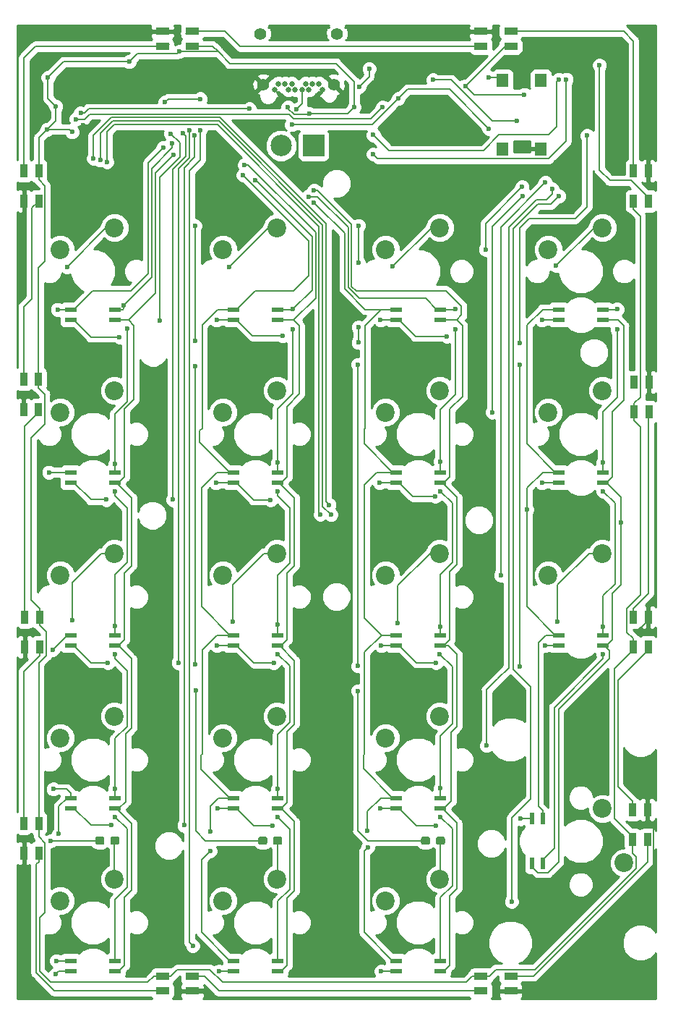
<source format=gbr>
G04 #@! TF.GenerationSoftware,KiCad,Pcbnew,5.0.1*
G04 #@! TF.CreationDate,2019-01-11T20:34:33+01:00*
G04 #@! TF.ProjectId,keypad,6B65797061642E6B696361645F706362,rev?*
G04 #@! TF.SameCoordinates,Original*
G04 #@! TF.FileFunction,Copper,L2,Bot,Signal*
G04 #@! TF.FilePolarity,Positive*
%FSLAX46Y46*%
G04 Gerber Fmt 4.6, Leading zero omitted, Abs format (unit mm)*
G04 Created by KiCad (PCBNEW 5.0.1) date Fri 11 Jan 2019 08:34:33 PM CET*
%MOMM*%
%LPD*%
G01*
G04 APERTURE LIST*
G04 #@! TA.AperFunction,SMDPad,CuDef*
%ADD10R,1.400000X0.600000*%
G04 #@! TD*
G04 #@! TA.AperFunction,ComponentPad*
%ADD11C,2.200000*%
G04 #@! TD*
G04 #@! TA.AperFunction,Conductor*
%ADD12C,0.100000*%
G04 #@! TD*
G04 #@! TA.AperFunction,SMDPad,CuDef*
%ADD13C,0.950000*%
G04 #@! TD*
G04 #@! TA.AperFunction,SMDPad,CuDef*
%ADD14R,0.600000X1.400000*%
G04 #@! TD*
G04 #@! TA.AperFunction,ComponentPad*
%ADD15R,2.499360X2.499360*%
G04 #@! TD*
G04 #@! TA.AperFunction,ComponentPad*
%ADD16C,2.499360*%
G04 #@! TD*
G04 #@! TA.AperFunction,SMDPad,CuDef*
%ADD17R,1.400000X1.600000*%
G04 #@! TD*
G04 #@! TA.AperFunction,ComponentPad*
%ADD18C,1.400000*%
G04 #@! TD*
G04 #@! TA.AperFunction,ComponentPad*
%ADD19C,0.650000*%
G04 #@! TD*
G04 #@! TA.AperFunction,SMDPad,CuDef*
%ADD20R,0.850000X1.600000*%
G04 #@! TD*
G04 #@! TA.AperFunction,SMDPad,CuDef*
%ADD21R,1.600000X0.850000*%
G04 #@! TD*
G04 #@! TA.AperFunction,ViaPad*
%ADD22C,0.600000*%
G04 #@! TD*
G04 #@! TA.AperFunction,Conductor*
%ADD23C,0.200000*%
G04 #@! TD*
G04 #@! TA.AperFunction,Conductor*
%ADD24C,0.127000*%
G04 #@! TD*
G04 #@! TA.AperFunction,Conductor*
%ADD25C,0.254000*%
G04 #@! TD*
G04 APERTURE END LIST*
D10*
G04 #@! TO.P,D_LED_1,4*
G04 #@! TO.N,/led/SW11*
X120741750Y-69657750D03*
G04 #@! TO.P,D_LED_1,1*
G04 #@! TO.N,/led/SW12*
X120741750Y-70907750D03*
G04 #@! TO.P,D_LED_1,2*
G04 #@! TO.N,/led/CS1*
X115541750Y-70907750D03*
G04 #@! TO.P,D_LED_1,3*
G04 #@! TO.N,/led/SW10*
X115541750Y-69657750D03*
G04 #@! TD*
D11*
G04 #@! TO.P,K2_1,1*
G04 #@! TO.N,Net-(D1-Pad1)*
X120681750Y-79152750D03*
G04 #@! TO.P,K2_1,2*
G04 #@! TO.N,Row2*
X114331750Y-81692750D03*
G04 #@! TD*
D12*
G04 #@! TO.N,Col1*
G04 #@! TO.C,D9*
G36*
X119276329Y-131344894D02*
X119299384Y-131348313D01*
X119321993Y-131353977D01*
X119343937Y-131361829D01*
X119365007Y-131371794D01*
X119384998Y-131383776D01*
X119403718Y-131397660D01*
X119420988Y-131413312D01*
X119436640Y-131430582D01*
X119450524Y-131449302D01*
X119462506Y-131469293D01*
X119472471Y-131490363D01*
X119480323Y-131512307D01*
X119485987Y-131534916D01*
X119489406Y-131557971D01*
X119490550Y-131581250D01*
X119490550Y-132056250D01*
X119489406Y-132079529D01*
X119485987Y-132102584D01*
X119480323Y-132125193D01*
X119472471Y-132147137D01*
X119462506Y-132168207D01*
X119450524Y-132188198D01*
X119436640Y-132206918D01*
X119420988Y-132224188D01*
X119403718Y-132239840D01*
X119384998Y-132253724D01*
X119365007Y-132265706D01*
X119343937Y-132275671D01*
X119321993Y-132283523D01*
X119299384Y-132289187D01*
X119276329Y-132292606D01*
X119253050Y-132293750D01*
X118678050Y-132293750D01*
X118654771Y-132292606D01*
X118631716Y-132289187D01*
X118609107Y-132283523D01*
X118587163Y-132275671D01*
X118566093Y-132265706D01*
X118546102Y-132253724D01*
X118527382Y-132239840D01*
X118510112Y-132224188D01*
X118494460Y-132206918D01*
X118480576Y-132188198D01*
X118468594Y-132168207D01*
X118458629Y-132147137D01*
X118450777Y-132125193D01*
X118445113Y-132102584D01*
X118441694Y-132079529D01*
X118440550Y-132056250D01*
X118440550Y-131581250D01*
X118441694Y-131557971D01*
X118445113Y-131534916D01*
X118450777Y-131512307D01*
X118458629Y-131490363D01*
X118468594Y-131469293D01*
X118480576Y-131449302D01*
X118494460Y-131430582D01*
X118510112Y-131413312D01*
X118527382Y-131397660D01*
X118546102Y-131383776D01*
X118566093Y-131371794D01*
X118587163Y-131361829D01*
X118609107Y-131353977D01*
X118631716Y-131348313D01*
X118654771Y-131344894D01*
X118678050Y-131343750D01*
X119253050Y-131343750D01*
X119276329Y-131344894D01*
X119276329Y-131344894D01*
G37*
D13*
G04 #@! TD*
G04 #@! TO.P,D9,1*
G04 #@! TO.N,Col1*
X118965550Y-131818750D03*
D12*
G04 #@! TO.N,Net-(D9-Pad2)*
G04 #@! TO.C,D9*
G36*
X121026329Y-131344894D02*
X121049384Y-131348313D01*
X121071993Y-131353977D01*
X121093937Y-131361829D01*
X121115007Y-131371794D01*
X121134998Y-131383776D01*
X121153718Y-131397660D01*
X121170988Y-131413312D01*
X121186640Y-131430582D01*
X121200524Y-131449302D01*
X121212506Y-131469293D01*
X121222471Y-131490363D01*
X121230323Y-131512307D01*
X121235987Y-131534916D01*
X121239406Y-131557971D01*
X121240550Y-131581250D01*
X121240550Y-132056250D01*
X121239406Y-132079529D01*
X121235987Y-132102584D01*
X121230323Y-132125193D01*
X121222471Y-132147137D01*
X121212506Y-132168207D01*
X121200524Y-132188198D01*
X121186640Y-132206918D01*
X121170988Y-132224188D01*
X121153718Y-132239840D01*
X121134998Y-132253724D01*
X121115007Y-132265706D01*
X121093937Y-132275671D01*
X121071993Y-132283523D01*
X121049384Y-132289187D01*
X121026329Y-132292606D01*
X121003050Y-132293750D01*
X120428050Y-132293750D01*
X120404771Y-132292606D01*
X120381716Y-132289187D01*
X120359107Y-132283523D01*
X120337163Y-132275671D01*
X120316093Y-132265706D01*
X120296102Y-132253724D01*
X120277382Y-132239840D01*
X120260112Y-132224188D01*
X120244460Y-132206918D01*
X120230576Y-132188198D01*
X120218594Y-132168207D01*
X120208629Y-132147137D01*
X120200777Y-132125193D01*
X120195113Y-132102584D01*
X120191694Y-132079529D01*
X120190550Y-132056250D01*
X120190550Y-131581250D01*
X120191694Y-131557971D01*
X120195113Y-131534916D01*
X120200777Y-131512307D01*
X120208629Y-131490363D01*
X120218594Y-131469293D01*
X120230576Y-131449302D01*
X120244460Y-131430582D01*
X120260112Y-131413312D01*
X120277382Y-131397660D01*
X120296102Y-131383776D01*
X120316093Y-131371794D01*
X120337163Y-131361829D01*
X120359107Y-131353977D01*
X120381716Y-131348313D01*
X120404771Y-131344894D01*
X120428050Y-131343750D01*
X121003050Y-131343750D01*
X121026329Y-131344894D01*
X121026329Y-131344894D01*
G37*
D13*
G04 #@! TD*
G04 #@! TO.P,D9,2*
G04 #@! TO.N,Net-(D9-Pad2)*
X120715550Y-131818750D03*
D12*
G04 #@! TO.N,Net-(D10-Pad2)*
G04 #@! TO.C,D10*
G36*
X140098829Y-131344894D02*
X140121884Y-131348313D01*
X140144493Y-131353977D01*
X140166437Y-131361829D01*
X140187507Y-131371794D01*
X140207498Y-131383776D01*
X140226218Y-131397660D01*
X140243488Y-131413312D01*
X140259140Y-131430582D01*
X140273024Y-131449302D01*
X140285006Y-131469293D01*
X140294971Y-131490363D01*
X140302823Y-131512307D01*
X140308487Y-131534916D01*
X140311906Y-131557971D01*
X140313050Y-131581250D01*
X140313050Y-132056250D01*
X140311906Y-132079529D01*
X140308487Y-132102584D01*
X140302823Y-132125193D01*
X140294971Y-132147137D01*
X140285006Y-132168207D01*
X140273024Y-132188198D01*
X140259140Y-132206918D01*
X140243488Y-132224188D01*
X140226218Y-132239840D01*
X140207498Y-132253724D01*
X140187507Y-132265706D01*
X140166437Y-132275671D01*
X140144493Y-132283523D01*
X140121884Y-132289187D01*
X140098829Y-132292606D01*
X140075550Y-132293750D01*
X139500550Y-132293750D01*
X139477271Y-132292606D01*
X139454216Y-132289187D01*
X139431607Y-132283523D01*
X139409663Y-132275671D01*
X139388593Y-132265706D01*
X139368602Y-132253724D01*
X139349882Y-132239840D01*
X139332612Y-132224188D01*
X139316960Y-132206918D01*
X139303076Y-132188198D01*
X139291094Y-132168207D01*
X139281129Y-132147137D01*
X139273277Y-132125193D01*
X139267613Y-132102584D01*
X139264194Y-132079529D01*
X139263050Y-132056250D01*
X139263050Y-131581250D01*
X139264194Y-131557971D01*
X139267613Y-131534916D01*
X139273277Y-131512307D01*
X139281129Y-131490363D01*
X139291094Y-131469293D01*
X139303076Y-131449302D01*
X139316960Y-131430582D01*
X139332612Y-131413312D01*
X139349882Y-131397660D01*
X139368602Y-131383776D01*
X139388593Y-131371794D01*
X139409663Y-131361829D01*
X139431607Y-131353977D01*
X139454216Y-131348313D01*
X139477271Y-131344894D01*
X139500550Y-131343750D01*
X140075550Y-131343750D01*
X140098829Y-131344894D01*
X140098829Y-131344894D01*
G37*
D13*
G04 #@! TD*
G04 #@! TO.P,D10,2*
G04 #@! TO.N,Net-(D10-Pad2)*
X139788050Y-131818750D03*
D12*
G04 #@! TO.N,Col2*
G04 #@! TO.C,D10*
G36*
X138348829Y-131344894D02*
X138371884Y-131348313D01*
X138394493Y-131353977D01*
X138416437Y-131361829D01*
X138437507Y-131371794D01*
X138457498Y-131383776D01*
X138476218Y-131397660D01*
X138493488Y-131413312D01*
X138509140Y-131430582D01*
X138523024Y-131449302D01*
X138535006Y-131469293D01*
X138544971Y-131490363D01*
X138552823Y-131512307D01*
X138558487Y-131534916D01*
X138561906Y-131557971D01*
X138563050Y-131581250D01*
X138563050Y-132056250D01*
X138561906Y-132079529D01*
X138558487Y-132102584D01*
X138552823Y-132125193D01*
X138544971Y-132147137D01*
X138535006Y-132168207D01*
X138523024Y-132188198D01*
X138509140Y-132206918D01*
X138493488Y-132224188D01*
X138476218Y-132239840D01*
X138457498Y-132253724D01*
X138437507Y-132265706D01*
X138416437Y-132275671D01*
X138394493Y-132283523D01*
X138371884Y-132289187D01*
X138348829Y-132292606D01*
X138325550Y-132293750D01*
X137750550Y-132293750D01*
X137727271Y-132292606D01*
X137704216Y-132289187D01*
X137681607Y-132283523D01*
X137659663Y-132275671D01*
X137638593Y-132265706D01*
X137618602Y-132253724D01*
X137599882Y-132239840D01*
X137582612Y-132224188D01*
X137566960Y-132206918D01*
X137553076Y-132188198D01*
X137541094Y-132168207D01*
X137531129Y-132147137D01*
X137523277Y-132125193D01*
X137517613Y-132102584D01*
X137514194Y-132079529D01*
X137513050Y-132056250D01*
X137513050Y-131581250D01*
X137514194Y-131557971D01*
X137517613Y-131534916D01*
X137523277Y-131512307D01*
X137531129Y-131490363D01*
X137541094Y-131469293D01*
X137553076Y-131449302D01*
X137566960Y-131430582D01*
X137582612Y-131413312D01*
X137599882Y-131397660D01*
X137618602Y-131383776D01*
X137638593Y-131371794D01*
X137659663Y-131361829D01*
X137681607Y-131353977D01*
X137704216Y-131348313D01*
X137727271Y-131344894D01*
X137750550Y-131343750D01*
X138325550Y-131343750D01*
X138348829Y-131344894D01*
X138348829Y-131344894D01*
G37*
D13*
G04 #@! TD*
G04 #@! TO.P,D10,1*
G04 #@! TO.N,Col2*
X138038050Y-131818750D03*
D12*
G04 #@! TO.N,Col3*
G04 #@! TO.C,D11*
G36*
X157421329Y-131344894D02*
X157444384Y-131348313D01*
X157466993Y-131353977D01*
X157488937Y-131361829D01*
X157510007Y-131371794D01*
X157529998Y-131383776D01*
X157548718Y-131397660D01*
X157565988Y-131413312D01*
X157581640Y-131430582D01*
X157595524Y-131449302D01*
X157607506Y-131469293D01*
X157617471Y-131490363D01*
X157625323Y-131512307D01*
X157630987Y-131534916D01*
X157634406Y-131557971D01*
X157635550Y-131581250D01*
X157635550Y-132056250D01*
X157634406Y-132079529D01*
X157630987Y-132102584D01*
X157625323Y-132125193D01*
X157617471Y-132147137D01*
X157607506Y-132168207D01*
X157595524Y-132188198D01*
X157581640Y-132206918D01*
X157565988Y-132224188D01*
X157548718Y-132239840D01*
X157529998Y-132253724D01*
X157510007Y-132265706D01*
X157488937Y-132275671D01*
X157466993Y-132283523D01*
X157444384Y-132289187D01*
X157421329Y-132292606D01*
X157398050Y-132293750D01*
X156823050Y-132293750D01*
X156799771Y-132292606D01*
X156776716Y-132289187D01*
X156754107Y-132283523D01*
X156732163Y-132275671D01*
X156711093Y-132265706D01*
X156691102Y-132253724D01*
X156672382Y-132239840D01*
X156655112Y-132224188D01*
X156639460Y-132206918D01*
X156625576Y-132188198D01*
X156613594Y-132168207D01*
X156603629Y-132147137D01*
X156595777Y-132125193D01*
X156590113Y-132102584D01*
X156586694Y-132079529D01*
X156585550Y-132056250D01*
X156585550Y-131581250D01*
X156586694Y-131557971D01*
X156590113Y-131534916D01*
X156595777Y-131512307D01*
X156603629Y-131490363D01*
X156613594Y-131469293D01*
X156625576Y-131449302D01*
X156639460Y-131430582D01*
X156655112Y-131413312D01*
X156672382Y-131397660D01*
X156691102Y-131383776D01*
X156711093Y-131371794D01*
X156732163Y-131361829D01*
X156754107Y-131353977D01*
X156776716Y-131348313D01*
X156799771Y-131344894D01*
X156823050Y-131343750D01*
X157398050Y-131343750D01*
X157421329Y-131344894D01*
X157421329Y-131344894D01*
G37*
D13*
G04 #@! TD*
G04 #@! TO.P,D11,1*
G04 #@! TO.N,Col3*
X157110550Y-131818750D03*
D12*
G04 #@! TO.N,Net-(D11-Pad2)*
G04 #@! TO.C,D11*
G36*
X159171329Y-131344894D02*
X159194384Y-131348313D01*
X159216993Y-131353977D01*
X159238937Y-131361829D01*
X159260007Y-131371794D01*
X159279998Y-131383776D01*
X159298718Y-131397660D01*
X159315988Y-131413312D01*
X159331640Y-131430582D01*
X159345524Y-131449302D01*
X159357506Y-131469293D01*
X159367471Y-131490363D01*
X159375323Y-131512307D01*
X159380987Y-131534916D01*
X159384406Y-131557971D01*
X159385550Y-131581250D01*
X159385550Y-132056250D01*
X159384406Y-132079529D01*
X159380987Y-132102584D01*
X159375323Y-132125193D01*
X159367471Y-132147137D01*
X159357506Y-132168207D01*
X159345524Y-132188198D01*
X159331640Y-132206918D01*
X159315988Y-132224188D01*
X159298718Y-132239840D01*
X159279998Y-132253724D01*
X159260007Y-132265706D01*
X159238937Y-132275671D01*
X159216993Y-132283523D01*
X159194384Y-132289187D01*
X159171329Y-132292606D01*
X159148050Y-132293750D01*
X158573050Y-132293750D01*
X158549771Y-132292606D01*
X158526716Y-132289187D01*
X158504107Y-132283523D01*
X158482163Y-132275671D01*
X158461093Y-132265706D01*
X158441102Y-132253724D01*
X158422382Y-132239840D01*
X158405112Y-132224188D01*
X158389460Y-132206918D01*
X158375576Y-132188198D01*
X158363594Y-132168207D01*
X158353629Y-132147137D01*
X158345777Y-132125193D01*
X158340113Y-132102584D01*
X158336694Y-132079529D01*
X158335550Y-132056250D01*
X158335550Y-131581250D01*
X158336694Y-131557971D01*
X158340113Y-131534916D01*
X158345777Y-131512307D01*
X158353629Y-131490363D01*
X158363594Y-131469293D01*
X158375576Y-131449302D01*
X158389460Y-131430582D01*
X158405112Y-131413312D01*
X158422382Y-131397660D01*
X158441102Y-131383776D01*
X158461093Y-131371794D01*
X158482163Y-131361829D01*
X158504107Y-131353977D01*
X158526716Y-131348313D01*
X158549771Y-131344894D01*
X158573050Y-131343750D01*
X159148050Y-131343750D01*
X159171329Y-131344894D01*
X159171329Y-131344894D01*
G37*
D13*
G04 #@! TD*
G04 #@! TO.P,D11,2*
G04 #@! TO.N,Net-(D11-Pad2)*
X158860550Y-131818750D03*
D11*
G04 #@! TO.P,K1_1,2*
G04 #@! TO.N,Row1*
X114331750Y-62642750D03*
G04 #@! TO.P,K1_1,1*
G04 #@! TO.N,Net-(D1-Pad2)*
X120681750Y-60102750D03*
G04 #@! TD*
G04 #@! TO.P,K1_2,2*
G04 #@! TO.N,Row1*
X133381750Y-62642750D03*
G04 #@! TO.P,K1_2,1*
G04 #@! TO.N,Net-(D2-Pad2)*
X139731750Y-60102750D03*
G04 #@! TD*
G04 #@! TO.P,K1_3,1*
G04 #@! TO.N,Net-(D3-Pad2)*
X158781750Y-60102750D03*
G04 #@! TO.P,K1_3,2*
G04 #@! TO.N,Row1*
X152431750Y-62642750D03*
G04 #@! TD*
G04 #@! TO.P,K1_4,2*
G04 #@! TO.N,Row1*
X171481750Y-62642750D03*
G04 #@! TO.P,K1_4,1*
G04 #@! TO.N,Net-(D4-Pad2)*
X177831750Y-60102750D03*
G04 #@! TD*
G04 #@! TO.P,K2_2,2*
G04 #@! TO.N,Row2*
X133381750Y-81692750D03*
G04 #@! TO.P,K2_2,1*
G04 #@! TO.N,Net-(D2-Pad1)*
X139731750Y-79152750D03*
G04 #@! TD*
G04 #@! TO.P,K2_3,1*
G04 #@! TO.N,Net-(D3-Pad1)*
X158781750Y-79152750D03*
G04 #@! TO.P,K2_3,2*
G04 #@! TO.N,Row2*
X152431750Y-81692750D03*
G04 #@! TD*
G04 #@! TO.P,K2_4,2*
G04 #@! TO.N,Row2*
X171481750Y-81692750D03*
G04 #@! TO.P,K2_4,1*
G04 #@! TO.N,Net-(D4-Pad1)*
X177831750Y-79152750D03*
G04 #@! TD*
G04 #@! TO.P,K3_1,2*
G04 #@! TO.N,Row3*
X114331750Y-100742750D03*
G04 #@! TO.P,K3_1,1*
G04 #@! TO.N,Net-(D5-Pad2)*
X120681750Y-98202750D03*
G04 #@! TD*
G04 #@! TO.P,K3_2,1*
G04 #@! TO.N,Net-(D6-Pad2)*
X139731750Y-98202750D03*
G04 #@! TO.P,K3_2,2*
G04 #@! TO.N,Row3*
X133381750Y-100742750D03*
G04 #@! TD*
G04 #@! TO.P,K3_3,2*
G04 #@! TO.N,Row3*
X152431750Y-100742750D03*
G04 #@! TO.P,K3_3,1*
G04 #@! TO.N,Net-(D7-Pad2)*
X158781750Y-98202750D03*
G04 #@! TD*
G04 #@! TO.P,K3_4,1*
G04 #@! TO.N,Net-(D8-Pad2)*
X177831750Y-98202750D03*
G04 #@! TO.P,K3_4,2*
G04 #@! TO.N,Row3*
X171481750Y-100742750D03*
G04 #@! TD*
G04 #@! TO.P,K4_1,1*
G04 #@! TO.N,Net-(D5-Pad1)*
X120681750Y-117252750D03*
G04 #@! TO.P,K4_1,2*
G04 #@! TO.N,Row4*
X114331750Y-119792750D03*
G04 #@! TD*
G04 #@! TO.P,K4_2,2*
G04 #@! TO.N,Row4*
X133381750Y-119792750D03*
G04 #@! TO.P,K4_2,1*
G04 #@! TO.N,Net-(D6-Pad1)*
X139731750Y-117252750D03*
G04 #@! TD*
G04 #@! TO.P,K4_3,1*
G04 #@! TO.N,Net-(D7-Pad1)*
X158781750Y-117252750D03*
G04 #@! TO.P,K4_3,2*
G04 #@! TO.N,Row4*
X152431750Y-119792750D03*
G04 #@! TD*
G04 #@! TO.P,K4_4,1*
G04 #@! TO.N,Net-(D8-Pad1)*
X180373750Y-134398750D03*
G04 #@! TO.P,K4_4,2*
G04 #@! TO.N,Row4*
X177833750Y-128048750D03*
G04 #@! TD*
G04 #@! TO.P,K5_1,1*
G04 #@! TO.N,Net-(D9-Pad2)*
X120681750Y-136302750D03*
G04 #@! TO.P,K5_1,2*
G04 #@! TO.N,Row5*
X114331750Y-138842750D03*
G04 #@! TD*
G04 #@! TO.P,K5_2,2*
G04 #@! TO.N,Row5*
X133381750Y-138842750D03*
G04 #@! TO.P,K5_2,1*
G04 #@! TO.N,Net-(D10-Pad2)*
X139731750Y-136302750D03*
G04 #@! TD*
G04 #@! TO.P,K5_3,1*
G04 #@! TO.N,Net-(D11-Pad2)*
X158781750Y-136302750D03*
G04 #@! TO.P,K5_3,2*
G04 #@! TO.N,Row5*
X152431750Y-138842750D03*
G04 #@! TD*
D10*
G04 #@! TO.P,D_LED_2,4*
G04 #@! TO.N,/led/SW8*
X139791750Y-69657750D03*
G04 #@! TO.P,D_LED_2,1*
G04 #@! TO.N,/led/SW9*
X139791750Y-70907750D03*
G04 #@! TO.P,D_LED_2,2*
G04 #@! TO.N,/led/CS1*
X134591750Y-70907750D03*
G04 #@! TO.P,D_LED_2,3*
G04 #@! TO.N,/led/SW7*
X134591750Y-69657750D03*
G04 #@! TD*
G04 #@! TO.P,D_LED_3,4*
G04 #@! TO.N,/led/SW5*
X158841750Y-69657750D03*
G04 #@! TO.P,D_LED_3,1*
G04 #@! TO.N,/led/SW6*
X158841750Y-70907750D03*
G04 #@! TO.P,D_LED_3,2*
G04 #@! TO.N,/led/CS1*
X153641750Y-70907750D03*
G04 #@! TO.P,D_LED_3,3*
G04 #@! TO.N,/led/SW4*
X153641750Y-69657750D03*
G04 #@! TD*
G04 #@! TO.P,D_LED_4,3*
G04 #@! TO.N,/led/SW1*
X172691750Y-69657750D03*
G04 #@! TO.P,D_LED_4,2*
G04 #@! TO.N,/led/CS1*
X172691750Y-70907750D03*
G04 #@! TO.P,D_LED_4,1*
G04 #@! TO.N,/led/SW3*
X177891750Y-70907750D03*
G04 #@! TO.P,D_LED_4,4*
G04 #@! TO.N,/led/SW2*
X177891750Y-69657750D03*
G04 #@! TD*
G04 #@! TO.P,D_LED_5,4*
G04 #@! TO.N,/led/SW11*
X120741750Y-88707750D03*
G04 #@! TO.P,D_LED_5,1*
G04 #@! TO.N,/led/SW12*
X120741750Y-89957750D03*
G04 #@! TO.P,D_LED_5,2*
G04 #@! TO.N,/led/CS2*
X115541750Y-89957750D03*
G04 #@! TO.P,D_LED_5,3*
G04 #@! TO.N,/led/SW10*
X115541750Y-88707750D03*
G04 #@! TD*
G04 #@! TO.P,D_LED_6,3*
G04 #@! TO.N,/led/SW7*
X134591750Y-88707750D03*
G04 #@! TO.P,D_LED_6,2*
G04 #@! TO.N,/led/CS2*
X134591750Y-89957750D03*
G04 #@! TO.P,D_LED_6,1*
G04 #@! TO.N,/led/SW9*
X139791750Y-89957750D03*
G04 #@! TO.P,D_LED_6,4*
G04 #@! TO.N,/led/SW8*
X139791750Y-88707750D03*
G04 #@! TD*
G04 #@! TO.P,D_LED_7,3*
G04 #@! TO.N,/led/SW4*
X153641750Y-88707750D03*
G04 #@! TO.P,D_LED_7,2*
G04 #@! TO.N,/led/CS2*
X153641750Y-89957750D03*
G04 #@! TO.P,D_LED_7,1*
G04 #@! TO.N,/led/SW6*
X158841750Y-89957750D03*
G04 #@! TO.P,D_LED_7,4*
G04 #@! TO.N,/led/SW5*
X158841750Y-88707750D03*
G04 #@! TD*
G04 #@! TO.P,D_LED_8,4*
G04 #@! TO.N,/led/SW2*
X177891750Y-88707750D03*
G04 #@! TO.P,D_LED_8,1*
G04 #@! TO.N,/led/SW3*
X177891750Y-89957750D03*
G04 #@! TO.P,D_LED_8,2*
G04 #@! TO.N,/led/CS2*
X172691750Y-89957750D03*
G04 #@! TO.P,D_LED_8,3*
G04 #@! TO.N,/led/SW1*
X172691750Y-88707750D03*
G04 #@! TD*
G04 #@! TO.P,D_LED_9,3*
G04 #@! TO.N,/led/SW10*
X115541750Y-107757750D03*
G04 #@! TO.P,D_LED_9,2*
G04 #@! TO.N,/led/CS3*
X115541750Y-109007750D03*
G04 #@! TO.P,D_LED_9,1*
G04 #@! TO.N,/led/SW12*
X120741750Y-109007750D03*
G04 #@! TO.P,D_LED_9,4*
G04 #@! TO.N,/led/SW11*
X120741750Y-107757750D03*
G04 #@! TD*
G04 #@! TO.P,D_LED_10,4*
G04 #@! TO.N,/led/SW8*
X139791750Y-107757750D03*
G04 #@! TO.P,D_LED_10,1*
G04 #@! TO.N,/led/SW9*
X139791750Y-109007750D03*
G04 #@! TO.P,D_LED_10,2*
G04 #@! TO.N,/led/CS3*
X134591750Y-109007750D03*
G04 #@! TO.P,D_LED_10,3*
G04 #@! TO.N,/led/SW7*
X134591750Y-107757750D03*
G04 #@! TD*
G04 #@! TO.P,D_LED_11,4*
G04 #@! TO.N,/led/SW5*
X158841750Y-107757750D03*
G04 #@! TO.P,D_LED_11,1*
G04 #@! TO.N,/led/SW6*
X158841750Y-109007750D03*
G04 #@! TO.P,D_LED_11,2*
G04 #@! TO.N,/led/CS3*
X153641750Y-109007750D03*
G04 #@! TO.P,D_LED_11,3*
G04 #@! TO.N,/led/SW4*
X153641750Y-107757750D03*
G04 #@! TD*
G04 #@! TO.P,D_LED_12,3*
G04 #@! TO.N,/led/SW1*
X172691750Y-107757750D03*
G04 #@! TO.P,D_LED_12,2*
G04 #@! TO.N,/led/CS3*
X172691750Y-109007750D03*
G04 #@! TO.P,D_LED_12,1*
G04 #@! TO.N,/led/SW3*
X177891750Y-109007750D03*
G04 #@! TO.P,D_LED_12,4*
G04 #@! TO.N,/led/SW2*
X177891750Y-107757750D03*
G04 #@! TD*
G04 #@! TO.P,D_LED_13,4*
G04 #@! TO.N,/led/SW11*
X120741750Y-126807750D03*
G04 #@! TO.P,D_LED_13,1*
G04 #@! TO.N,/led/SW12*
X120741750Y-128057750D03*
G04 #@! TO.P,D_LED_13,2*
G04 #@! TO.N,/led/CS4*
X115541750Y-128057750D03*
G04 #@! TO.P,D_LED_13,3*
G04 #@! TO.N,/led/SW10*
X115541750Y-126807750D03*
G04 #@! TD*
G04 #@! TO.P,D_LED_14,3*
G04 #@! TO.N,/led/SW7*
X134591750Y-126807750D03*
G04 #@! TO.P,D_LED_14,2*
G04 #@! TO.N,/led/CS4*
X134591750Y-128057750D03*
G04 #@! TO.P,D_LED_14,1*
G04 #@! TO.N,/led/SW9*
X139791750Y-128057750D03*
G04 #@! TO.P,D_LED_14,4*
G04 #@! TO.N,/led/SW8*
X139791750Y-126807750D03*
G04 #@! TD*
G04 #@! TO.P,D_LED_15,3*
G04 #@! TO.N,/led/SW4*
X153641750Y-126807750D03*
G04 #@! TO.P,D_LED_15,2*
G04 #@! TO.N,/led/CS4*
X153641750Y-128057750D03*
G04 #@! TO.P,D_LED_15,1*
G04 #@! TO.N,/led/SW6*
X158841750Y-128057750D03*
G04 #@! TO.P,D_LED_15,4*
G04 #@! TO.N,/led/SW5*
X158841750Y-126807750D03*
G04 #@! TD*
D14*
G04 #@! TO.P,D_LED_16,4*
G04 #@! TO.N,/led/SW2*
X170818750Y-134458750D03*
G04 #@! TO.P,D_LED_16,1*
G04 #@! TO.N,/led/SW3*
X169568750Y-134458750D03*
G04 #@! TO.P,D_LED_16,2*
G04 #@! TO.N,/led/CS4*
X169568750Y-129258750D03*
G04 #@! TO.P,D_LED_16,3*
G04 #@! TO.N,/led/SW1*
X170818750Y-129258750D03*
G04 #@! TD*
D10*
G04 #@! TO.P,D_LED_17,3*
G04 #@! TO.N,/led/SW10*
X115541750Y-145857750D03*
G04 #@! TO.P,D_LED_17,2*
G04 #@! TO.N,/led/CS5*
X115541750Y-147107750D03*
G04 #@! TO.P,D_LED_17,1*
G04 #@! TO.N,/led/SW12*
X120741750Y-147107750D03*
G04 #@! TO.P,D_LED_17,4*
G04 #@! TO.N,/led/SW11*
X120741750Y-145857750D03*
G04 #@! TD*
G04 #@! TO.P,D_LED_18,4*
G04 #@! TO.N,/led/SW8*
X139791750Y-145857750D03*
G04 #@! TO.P,D_LED_18,1*
G04 #@! TO.N,/led/SW9*
X139791750Y-147107750D03*
G04 #@! TO.P,D_LED_18,2*
G04 #@! TO.N,/led/CS5*
X134591750Y-147107750D03*
G04 #@! TO.P,D_LED_18,3*
G04 #@! TO.N,/led/SW7*
X134591750Y-145857750D03*
G04 #@! TD*
G04 #@! TO.P,D_LED_19,4*
G04 #@! TO.N,/led/SW5*
X158841750Y-145857750D03*
G04 #@! TO.P,D_LED_19,1*
G04 #@! TO.N,/led/SW6*
X158841750Y-147107750D03*
G04 #@! TO.P,D_LED_19,2*
G04 #@! TO.N,/led/CS5*
X153641750Y-147107750D03*
G04 #@! TO.P,D_LED_19,3*
G04 #@! TO.N,/led/SW4*
X153641750Y-145857750D03*
G04 #@! TD*
D15*
G04 #@! TO.P,J2,1*
G04 #@! TO.N,/USB_D+*
X144000000Y-50500000D03*
D16*
G04 #@! TO.P,J2,2*
G04 #@! TO.N,/USB_D-*
X140190000Y-50500000D03*
G04 #@! TD*
D17*
G04 #@! TO.P,J3,3*
G04 #@! TO.N,N/C*
X170630000Y-42890000D03*
G04 #@! TO.P,J3,4*
G04 #@! TO.N,GND*
X170630000Y-50890000D03*
G04 #@! TO.P,J3,1*
G04 #@! TO.N,Net-(J3-Pad1)*
X166130000Y-42890000D03*
G04 #@! TO.P,J3,2*
G04 #@! TO.N,N/C*
X166130000Y-50890000D03*
G04 #@! TD*
D18*
G04 #@! TO.P,J4,S1*
G04 #@! TO.N,GND*
X146380000Y-43360000D03*
X138120000Y-43360000D03*
X137760000Y-37410000D03*
X146740000Y-37410000D03*
D19*
G04 #@! TO.P,J4,B1*
X139450000Y-43960000D03*
G04 #@! TO.P,J4,B4*
G04 #@! TO.N,+5V*
X141050000Y-43960000D03*
G04 #@! TO.P,J4,B6*
G04 #@! TO.N,/USB_D+*
X141850000Y-43960000D03*
G04 #@! TO.P,J4,B7*
G04 #@! TO.N,/USB_D-*
X142650000Y-43960000D03*
G04 #@! TO.P,J4,B9*
G04 #@! TO.N,+5V*
X143450000Y-43960000D03*
G04 #@! TO.P,J4,B12*
G04 #@! TO.N,GND*
X145050000Y-43960000D03*
G04 #@! TO.P,J4,B2*
G04 #@! TO.N,N/C*
X139850000Y-43260000D03*
G04 #@! TO.P,J4,B3*
X140650000Y-43260000D03*
G04 #@! TO.P,J4,B5*
G04 #@! TO.N,/CC2*
X141450000Y-43260000D03*
G04 #@! TO.P,J4,B8*
G04 #@! TO.N,N/C*
X143050000Y-43260000D03*
G04 #@! TO.P,J4,B10*
X143850000Y-43260000D03*
G04 #@! TO.P,J4,B11*
X144650000Y-43260000D03*
G04 #@! TD*
D20*
G04 #@! TO.P,D12,1*
G04 #@! TO.N,Net-(D12-Pad1)*
X181465550Y-53468750D03*
G04 #@! TO.P,D12,2*
G04 #@! TO.N,GND*
X183215550Y-53468750D03*
G04 #@! TO.P,D12,4*
G04 #@! TO.N,+5V*
X181465550Y-56968750D03*
G04 #@! TO.P,D12,3*
G04 #@! TO.N,/led/UGLOW_LED*
X183215550Y-56968750D03*
G04 #@! TD*
D21*
G04 #@! TO.P,D13,3*
G04 #@! TO.N,Net-(D12-Pad1)*
X167090550Y-37125000D03*
G04 #@! TO.P,D13,4*
G04 #@! TO.N,+5V*
X167090550Y-38875000D03*
G04 #@! TO.P,D13,2*
G04 #@! TO.N,GND*
X163590550Y-37125000D03*
G04 #@! TO.P,D13,1*
G04 #@! TO.N,Net-(D13-Pad1)*
X163590550Y-38875000D03*
G04 #@! TD*
G04 #@! TO.P,D14,3*
G04 #@! TO.N,Net-(D13-Pad1)*
X129790550Y-37125000D03*
G04 #@! TO.P,D14,4*
G04 #@! TO.N,+5V*
X129790550Y-38875000D03*
G04 #@! TO.P,D14,2*
G04 #@! TO.N,GND*
X126290550Y-37125000D03*
G04 #@! TO.P,D14,1*
G04 #@! TO.N,Net-(D14-Pad1)*
X126290550Y-38875000D03*
G04 #@! TD*
D20*
G04 #@! TO.P,D15,3*
G04 #@! TO.N,Net-(D14-Pad1)*
X110065550Y-53468750D03*
G04 #@! TO.P,D15,4*
G04 #@! TO.N,+5V*
X111815550Y-53468750D03*
G04 #@! TO.P,D15,2*
G04 #@! TO.N,GND*
X110065550Y-56968750D03*
G04 #@! TO.P,D15,1*
G04 #@! TO.N,Net-(D15-Pad1)*
X111815550Y-56968750D03*
G04 #@! TD*
G04 #@! TO.P,D16,3*
G04 #@! TO.N,Net-(D15-Pad1)*
X110025000Y-77850000D03*
G04 #@! TO.P,D16,4*
G04 #@! TO.N,+5V*
X111775000Y-77850000D03*
G04 #@! TO.P,D16,2*
G04 #@! TO.N,GND*
X110025000Y-81350000D03*
G04 #@! TO.P,D16,1*
G04 #@! TO.N,Net-(D16-Pad1)*
X111775000Y-81350000D03*
G04 #@! TD*
G04 #@! TO.P,D17,1*
G04 #@! TO.N,Net-(D17-Pad1)*
X111925000Y-109150000D03*
G04 #@! TO.P,D17,2*
G04 #@! TO.N,GND*
X110175000Y-109150000D03*
G04 #@! TO.P,D17,4*
G04 #@! TO.N,+5V*
X111925000Y-105650000D03*
G04 #@! TO.P,D17,3*
G04 #@! TO.N,Net-(D16-Pad1)*
X110175000Y-105650000D03*
G04 #@! TD*
G04 #@! TO.P,D18,3*
G04 #@! TO.N,Net-(D17-Pad1)*
X110065550Y-129768750D03*
G04 #@! TO.P,D18,4*
G04 #@! TO.N,+5V*
X111815550Y-129768750D03*
G04 #@! TO.P,D18,2*
G04 #@! TO.N,GND*
X110065550Y-133268750D03*
G04 #@! TO.P,D18,1*
G04 #@! TO.N,Net-(D18-Pad1)*
X111815550Y-133268750D03*
G04 #@! TD*
D21*
G04 #@! TO.P,D19,1*
G04 #@! TO.N,Net-(D19-Pad1)*
X129790550Y-147643750D03*
G04 #@! TO.P,D19,2*
G04 #@! TO.N,GND*
X129790550Y-149393750D03*
G04 #@! TO.P,D19,4*
G04 #@! TO.N,+5V*
X126290550Y-147643750D03*
G04 #@! TO.P,D19,3*
G04 #@! TO.N,Net-(D18-Pad1)*
X126290550Y-149393750D03*
G04 #@! TD*
G04 #@! TO.P,D20,1*
G04 #@! TO.N,Net-(D20-Pad1)*
X167090550Y-147643750D03*
G04 #@! TO.P,D20,2*
G04 #@! TO.N,GND*
X167090550Y-149393750D03*
G04 #@! TO.P,D20,4*
G04 #@! TO.N,+5V*
X163590550Y-147643750D03*
G04 #@! TO.P,D20,3*
G04 #@! TO.N,Net-(D19-Pad1)*
X163590550Y-149393750D03*
G04 #@! TD*
D20*
G04 #@! TO.P,D21,3*
G04 #@! TO.N,Net-(D20-Pad1)*
X183100000Y-131700000D03*
G04 #@! TO.P,D21,4*
G04 #@! TO.N,+5V*
X181350000Y-131700000D03*
G04 #@! TO.P,D21,2*
G04 #@! TO.N,GND*
X183100000Y-128200000D03*
G04 #@! TO.P,D21,1*
G04 #@! TO.N,Net-(D21-Pad1)*
X181350000Y-128200000D03*
G04 #@! TD*
G04 #@! TO.P,D22,1*
G04 #@! TO.N,Net-(D22-Pad1)*
X181425000Y-105650000D03*
G04 #@! TO.P,D22,2*
G04 #@! TO.N,GND*
X183175000Y-105650000D03*
G04 #@! TO.P,D22,4*
G04 #@! TO.N,+5V*
X181425000Y-109150000D03*
G04 #@! TO.P,D22,3*
G04 #@! TO.N,Net-(D21-Pad1)*
X183175000Y-109150000D03*
G04 #@! TD*
G04 #@! TO.P,D23,1*
G04 #@! TO.N,N/C*
X181525000Y-78150000D03*
G04 #@! TO.P,D23,2*
G04 #@! TO.N,GND*
X183275000Y-78150000D03*
G04 #@! TO.P,D23,4*
G04 #@! TO.N,+5V*
X181525000Y-81650000D03*
G04 #@! TO.P,D23,3*
G04 #@! TO.N,Net-(D22-Pad1)*
X183275000Y-81650000D03*
G04 #@! TD*
D22*
G04 #@! TO.N,GND*
X175130000Y-92050000D03*
X175220000Y-111340000D03*
X167030000Y-116410000D03*
X156240000Y-118960000D03*
X156110000Y-98080000D03*
X156190000Y-79490000D03*
X156150000Y-137590000D03*
X137210000Y-137380000D03*
X137300000Y-118490000D03*
X137170000Y-80530000D03*
X137340000Y-59730000D03*
X135910000Y-98510000D03*
X126470000Y-103280000D03*
X118020000Y-137380000D03*
X117980000Y-118700000D03*
X117720000Y-98340000D03*
X118020000Y-80090000D03*
X116790000Y-60280000D03*
X121260000Y-66410000D03*
X157140000Y-37360000D03*
X167980000Y-50890000D03*
X175260000Y-80990000D03*
X161500000Y-61200000D03*
X124000000Y-51300000D03*
X120400000Y-54800000D03*
X116600000Y-50400000D03*
X155900000Y-48200000D03*
X132400000Y-150100000D03*
X182600000Y-47700000D03*
X183300000Y-80000000D03*
X182350000Y-107400000D03*
X181800000Y-123450000D03*
X181900000Y-140350000D03*
X110050000Y-137200000D03*
X110100000Y-55200000D03*
X123550000Y-37100000D03*
X142100000Y-39800000D03*
X142050000Y-37450000D03*
X110200000Y-107500000D03*
X110050000Y-79600000D03*
X117000000Y-48101737D03*
X146800000Y-97850000D03*
X170600000Y-67600000D03*
X111000000Y-46000000D03*
G04 #@! TO.N,Net-(D1-Pad2)*
X115110000Y-64660000D03*
G04 #@! TO.N,Net-(D2-Pad2)*
X134100000Y-64700000D03*
G04 #@! TO.N,Net-(D3-Pad2)*
X153270000Y-64610000D03*
G04 #@! TO.N,Col4*
X168170550Y-76138750D03*
X168170550Y-111408750D03*
X168160000Y-73571000D03*
X176020000Y-49320000D03*
G04 #@! TO.N,Net-(D4-Pad2)*
X172390000Y-64540000D03*
G04 #@! TO.N,Net-(D5-Pad2)*
X115730000Y-106010000D03*
G04 #@! TO.N,Net-(D6-Pad2)*
X134500000Y-106190000D03*
G04 #@! TO.N,Net-(D7-Pad2)*
X153860749Y-106349998D03*
G04 #@! TO.N,Net-(D8-Pad2)*
X172590000Y-106150000D03*
G04 #@! TO.N,Row1*
X168423321Y-55321186D03*
X164148988Y-62642750D03*
G04 #@! TO.N,Row2*
X168459504Y-56389504D03*
X164929998Y-81692750D03*
G04 #@! TO.N,Row3*
X171137084Y-54816425D03*
X165920000Y-100749998D03*
G04 #@! TO.N,Row4*
X164271118Y-120700000D03*
X171940000Y-55580000D03*
G04 #@! TO.N,Row5*
X172756724Y-56398774D03*
X167200000Y-138950000D03*
G04 #@! TO.N,Net-(R2-Pad1)*
X173585735Y-42750000D03*
X151000000Y-51500000D03*
G04 #@! TO.N,Net-(R3-Pad1)*
X172750000Y-42750000D03*
X151000000Y-49250000D03*
G04 #@! TO.N,/led/led_sda*
X136480000Y-46180000D03*
X141436500Y-48050000D03*
X153930735Y-44990735D03*
X164500000Y-48500000D03*
X116712149Y-46701737D03*
G04 #@! TO.N,/led/led_scl*
X158000000Y-42800000D03*
X167800000Y-47600000D03*
X152081463Y-45991463D03*
X116200000Y-47400000D03*
G04 #@! TO.N,/led/SW12*
X127611277Y-51561277D03*
G04 #@! TO.N,/led/SW10*
X114010000Y-69670000D03*
X113000000Y-88720000D03*
X114170000Y-131037750D03*
X113880000Y-145860000D03*
X113520000Y-125780000D03*
X126444878Y-50701709D03*
X113450000Y-109500000D03*
G04 #@! TO.N,/led/SW11*
X122160000Y-71910000D03*
X120741750Y-87730000D03*
X120740000Y-90911752D03*
X120741750Y-106660000D03*
X120740000Y-109961752D03*
X120741750Y-125710000D03*
X120740000Y-129011752D03*
X121770826Y-69174353D03*
X127420018Y-50229982D03*
G04 #@! TO.N,/led/CS1*
X121240000Y-72880000D03*
X132650000Y-70920000D03*
X140410000Y-72760000D03*
X151840000Y-70900000D03*
X159580000Y-72790000D03*
X170740000Y-70900000D03*
X127290000Y-49090000D03*
X126000000Y-70950000D03*
G04 #@! TO.N,/led/SW9*
X135900000Y-52750000D03*
G04 #@! TO.N,/led/SW7*
X131880000Y-130760000D03*
X131880000Y-133030000D03*
X135715308Y-53950011D03*
G04 #@! TO.N,/led/SW8*
X139791750Y-87600000D03*
X139790000Y-90911752D03*
X139790000Y-125730000D03*
X139800000Y-109961752D03*
X139791750Y-106510000D03*
X139790000Y-129070000D03*
X141580000Y-69640000D03*
X141560000Y-71950000D03*
X137200000Y-54500000D03*
G04 #@! TO.N,/led/SW6*
X144050000Y-55750000D03*
G04 #@! TO.N,/led/SW4*
X150315708Y-130659406D03*
X150348947Y-132599452D03*
X144041623Y-57175314D03*
G04 #@! TO.N,/led/SW5*
X158841750Y-87438750D03*
X158860550Y-90911752D03*
X158760550Y-109961752D03*
X158841750Y-125698750D03*
X158870550Y-129011752D03*
X158841750Y-106780000D03*
X160620000Y-69630000D03*
X160640000Y-71960000D03*
X143400000Y-56450000D03*
G04 #@! TO.N,/led/SW3*
X144780000Y-93660000D03*
X179990000Y-94560000D03*
X119800000Y-52400000D03*
G04 #@! TO.N,/led/SW1*
X168980749Y-93090000D03*
X145810000Y-92530000D03*
X118200000Y-52000000D03*
G04 #@! TO.N,/led/SW2*
X177891750Y-87600000D03*
X177890000Y-90911752D03*
X177891750Y-106770000D03*
X177890000Y-109961752D03*
X179540000Y-69650000D03*
X179540000Y-71960000D03*
X146030000Y-93670000D03*
X119000000Y-52200000D03*
G04 #@! TO.N,/led/CS2*
X119700000Y-91920000D03*
X132560000Y-89960000D03*
X138960000Y-91930000D03*
X151720000Y-89950000D03*
X170730000Y-89960000D03*
X128715936Y-49048070D03*
X127500000Y-91920000D03*
X158240000Y-91549990D03*
G04 #@! TO.N,/led/CS3*
X119910000Y-110990000D03*
X132660000Y-109010000D03*
X139320000Y-111000000D03*
X151920000Y-109000000D03*
X158340000Y-110990000D03*
X171100000Y-109010000D03*
X129449989Y-48730000D03*
X128150000Y-110990000D03*
G04 #@! TO.N,/led/CS4*
X120270000Y-130020000D03*
X132720000Y-128060000D03*
X139190000Y-130040000D03*
X151840000Y-128040000D03*
X158350000Y-130040000D03*
X168230000Y-129260000D03*
X128840000Y-130020000D03*
X130084300Y-49255688D03*
G04 #@! TO.N,/led/CS5*
X113800000Y-147450000D03*
X132900000Y-147087750D03*
X151920000Y-147100000D03*
X129840000Y-144130000D03*
X130730000Y-48720000D03*
X126600000Y-45400000D03*
X130730000Y-45020000D03*
G04 #@! TO.N,Col1*
X113220550Y-131848750D03*
G04 #@! TO.N,Col2*
X130140550Y-76318750D03*
X130160550Y-111198750D03*
X130190550Y-114268750D03*
X130160550Y-73348750D03*
X130140550Y-59868750D03*
G04 #@! TO.N,Col3*
X149200550Y-114288750D03*
X149190550Y-111388750D03*
X149190550Y-76098750D03*
X149240000Y-73541000D03*
X149250000Y-59850000D03*
X149240000Y-64180000D03*
X149240000Y-71750000D03*
G04 #@! TO.N,/led/UGLOW_LED*
X177480000Y-41090000D03*
G04 #@! TO.N,Net-(J3-Pad1)*
X164500000Y-42500000D03*
G04 #@! TO.N,+5V*
X141000000Y-46000000D03*
X143500000Y-46750000D03*
X148750000Y-46000000D03*
X161790000Y-43499990D03*
X168688950Y-44520150D03*
X128283245Y-39500000D03*
X122400000Y-40684864D03*
X112900000Y-42525000D03*
X113827781Y-45900000D03*
X112800000Y-48600000D03*
X115700000Y-48900000D03*
G04 #@! TO.N,/USB_D-*
X142000000Y-46250000D03*
G04 #@! TO.N,/CC1*
X150500000Y-41500000D03*
X149350010Y-43579047D03*
G04 #@! TD*
D23*
G04 #@! TO.N,GND*
X164340550Y-37350000D02*
X157150000Y-37350000D01*
X157150000Y-37350000D02*
X157140000Y-37360000D01*
X170630000Y-50890000D02*
X167980000Y-50890000D01*
X129040550Y-149168750D02*
X131468750Y-149168750D01*
X131468750Y-149168750D02*
X132400000Y-150100000D01*
X183215550Y-53468750D02*
X183215550Y-48315550D01*
X183215550Y-48315550D02*
X182600000Y-47700000D01*
X183275000Y-78150000D02*
X183275000Y-79975000D01*
X183275000Y-79975000D02*
X183300000Y-80000000D01*
X182350000Y-106850000D02*
X182350000Y-107400000D01*
X183175000Y-105650000D02*
X183175000Y-106025000D01*
X183175000Y-106025000D02*
X182350000Y-106850000D01*
X183100000Y-124750000D02*
X181800000Y-123450000D01*
X183100000Y-128200000D02*
X183100000Y-124750000D01*
X183825001Y-138424999D02*
X181900000Y-140350000D01*
X183825001Y-129925001D02*
X183825001Y-138424999D01*
X183100000Y-129200000D02*
X183825001Y-129925001D01*
X183100000Y-128200000D02*
X183100000Y-129200000D01*
X110065550Y-133268750D02*
X110065550Y-137184450D01*
X110065550Y-137184450D02*
X110050000Y-137200000D01*
X110065550Y-56968750D02*
X110065550Y-55234450D01*
X110065550Y-55234450D02*
X110100000Y-55200000D01*
X126290550Y-37125000D02*
X123575000Y-37125000D01*
X123575000Y-37125000D02*
X123550000Y-37100000D01*
X110175000Y-109150000D02*
X110175000Y-107525000D01*
X110175000Y-107525000D02*
X110200000Y-107500000D01*
X110025000Y-81350000D02*
X110025000Y-79625000D01*
X110025000Y-79625000D02*
X110050000Y-79600000D01*
X117000000Y-50000000D02*
X116600000Y-50400000D01*
X117000000Y-48101737D02*
X117000000Y-50000000D01*
G04 #@! TO.N,Net-(D1-Pad2)*
X119667250Y-60102750D02*
X120681750Y-60102750D01*
X115110000Y-64660000D02*
X119667250Y-60102750D01*
G04 #@! TO.N,Net-(D2-Pad2)*
X138697250Y-60102750D02*
X139731750Y-60102750D01*
X134100000Y-64700000D02*
X138697250Y-60102750D01*
G04 #@! TO.N,Net-(D10-Pad2)*
X139788050Y-136246450D02*
X139731750Y-136302750D01*
X139788050Y-131818750D02*
X139788050Y-136246450D01*
G04 #@! TO.N,Net-(D11-Pad2)*
X158860550Y-136223950D02*
X158781750Y-136302750D01*
X158860550Y-131818750D02*
X158860550Y-136223950D01*
G04 #@! TO.N,Net-(D3-Pad2)*
X157777250Y-60102750D02*
X158781750Y-60102750D01*
X153270000Y-64610000D02*
X157777250Y-60102750D01*
G04 #@! TO.N,Col4*
X168170550Y-76138750D02*
X168170550Y-111408750D01*
X174624994Y-59048011D02*
X176020000Y-57653005D01*
X168160000Y-60158010D02*
X169269999Y-59048011D01*
X169269999Y-59048011D02*
X174624994Y-59048011D01*
X176020000Y-57653005D02*
X176020000Y-49320000D01*
X168160000Y-73571000D02*
X168160000Y-60158010D01*
G04 #@! TO.N,Net-(D4-Pad2)*
X176827250Y-60102750D02*
X177831750Y-60102750D01*
X172390000Y-64540000D02*
X176827250Y-60102750D01*
G04 #@! TO.N,Net-(D5-Pad2)*
X115730000Y-101598866D02*
X115730000Y-106010000D01*
X119126116Y-98202750D02*
X115730000Y-101598866D01*
X120681750Y-98202750D02*
X119126116Y-98202750D01*
G04 #@! TO.N,Net-(D6-Pad2)*
X134500000Y-101878866D02*
X134500000Y-106190000D01*
X139731750Y-98202750D02*
X138176116Y-98202750D01*
X138176116Y-98202750D02*
X134500000Y-101878866D01*
G04 #@! TO.N,Net-(D7-Pad2)*
X158781750Y-98202750D02*
X157647999Y-98202750D01*
X157647999Y-98202750D02*
X153860749Y-101990000D01*
X153860749Y-101990000D02*
X153860749Y-106349998D01*
G04 #@! TO.N,Net-(D8-Pad2)*
X172590000Y-101888866D02*
X172590000Y-106150000D01*
X176276116Y-98202750D02*
X172590000Y-101888866D01*
X177831750Y-98202750D02*
X176276116Y-98202750D01*
G04 #@! TO.N,Row1*
X164148988Y-59595519D02*
X164148988Y-62642750D01*
X168423321Y-55321186D02*
X164148988Y-59595519D01*
G04 #@! TO.N,Row2*
X164929998Y-59919010D02*
X164929998Y-81692750D01*
X168459504Y-56389504D02*
X164929998Y-59919010D01*
G04 #@! TO.N,Row3*
X165920000Y-60033509D02*
X165920000Y-100749998D01*
X171137084Y-54816425D02*
X165920000Y-60033509D01*
G04 #@! TO.N,Row4*
X171940000Y-56140000D02*
X171940000Y-55580000D01*
X171260000Y-56820000D02*
X171940000Y-56140000D01*
X164271118Y-114152300D02*
X165513418Y-112910000D01*
X164271118Y-120700000D02*
X164271118Y-114152300D01*
X165513418Y-112910000D02*
X165530000Y-112910000D01*
X165530000Y-112910000D02*
X166860000Y-111580000D01*
X166860000Y-111580000D02*
X166860000Y-60021142D01*
X170061142Y-56820000D02*
X171260000Y-56820000D01*
X166860000Y-60021142D02*
X170061142Y-56820000D01*
G04 #@! TO.N,Row5*
X171825498Y-57330000D02*
X170269576Y-57330000D01*
X169434751Y-113828833D02*
X169434751Y-126899367D01*
X172756724Y-56398774D02*
X171825498Y-57330000D01*
X170269576Y-57330000D02*
X167389549Y-60210027D01*
X167200000Y-138525736D02*
X167200000Y-138950000D01*
X167200000Y-129134118D02*
X167200000Y-138525736D01*
X169434751Y-126899367D02*
X167200000Y-129134118D01*
X167389549Y-111783631D02*
X169434751Y-113828833D01*
X167389549Y-60210027D02*
X167389549Y-111783631D01*
G04 #@! TO.N,Net-(R2-Pad1)*
X173585735Y-42750000D02*
X173585735Y-49974267D01*
X151490001Y-51990001D02*
X151000000Y-51500000D01*
X171570001Y-51990001D02*
X151490001Y-51990001D01*
X173585735Y-49974267D02*
X171570001Y-51990001D01*
G04 #@! TO.N,Net-(R3-Pad1)*
X172450001Y-43049999D02*
X172450001Y-48299999D01*
X172750000Y-42750000D02*
X172450001Y-43049999D01*
X172450001Y-48299999D02*
X171500000Y-49250000D01*
X165729998Y-49250000D02*
X163879998Y-51100000D01*
X171500000Y-49250000D02*
X165729998Y-49250000D01*
X152850000Y-51100000D02*
X151000000Y-49250000D01*
X163879998Y-51100000D02*
X152850000Y-51100000D01*
G04 #@! TO.N,/led/led_sda*
X117658150Y-46180000D02*
X136480000Y-46180000D01*
X150871470Y-48050000D02*
X153930735Y-44990735D01*
X141436500Y-48050000D02*
X150871470Y-48050000D01*
X155021470Y-43900000D02*
X153930735Y-44990735D01*
X164500000Y-48500000D02*
X159900000Y-43900000D01*
X159900000Y-43900000D02*
X155021470Y-43900000D01*
X117136413Y-46701737D02*
X117658150Y-46180000D01*
X116712149Y-46701737D02*
X117136413Y-46701737D01*
G04 #@! TO.N,/led/led_scl*
X164900000Y-47600000D02*
X167800000Y-47600000D01*
X158000000Y-42800000D02*
X160100000Y-42800000D01*
X160100000Y-42800000D02*
X164900000Y-47600000D01*
X117200000Y-47400000D02*
X116200000Y-47400000D01*
X117790032Y-46809968D02*
X117200000Y-47400000D01*
X141646300Y-47350001D02*
X141106268Y-46809968D01*
X152081463Y-45991463D02*
X150722925Y-47350001D01*
X141106268Y-46809968D02*
X117790032Y-46809968D01*
X150722925Y-47350001D02*
X141646300Y-47350001D01*
G04 #@! TO.N,/led/SW12*
X121141750Y-89957750D02*
X120741750Y-89957750D01*
X122313632Y-70907750D02*
X122941001Y-71535119D01*
X120741750Y-70907750D02*
X122313632Y-70907750D01*
X122941001Y-71535119D02*
X122941001Y-80218999D01*
X121822751Y-81337249D02*
X121822751Y-89276749D01*
X122941001Y-80218999D02*
X121822751Y-81337249D01*
X121822751Y-89276749D02*
X121141750Y-89957750D01*
X120941880Y-89957750D02*
X122670761Y-91686631D01*
X121822751Y-108326749D02*
X121141750Y-109007750D01*
X120741750Y-89957750D02*
X120941880Y-89957750D01*
X122670761Y-91686631D02*
X122670761Y-99629239D01*
X122670761Y-99629239D02*
X121822751Y-100477249D01*
X121822751Y-100477249D02*
X121822751Y-108326749D01*
X121141750Y-109007750D02*
X120741750Y-109007750D01*
X122670761Y-110536761D02*
X121141750Y-109007750D01*
X122670761Y-118647673D02*
X122670761Y-110536761D01*
X121990749Y-119327685D02*
X122670761Y-118647673D01*
X121990749Y-127244553D02*
X121990749Y-119327685D01*
X121177552Y-128057750D02*
X121990749Y-127244553D01*
X120741750Y-128057750D02*
X121177552Y-128057750D01*
X121141750Y-147107750D02*
X120741750Y-147107750D01*
X120941880Y-128057750D02*
X122670761Y-129786631D01*
X120741750Y-128057750D02*
X120941880Y-128057750D01*
X122670761Y-129786631D02*
X122670761Y-137639239D01*
X122670761Y-137639239D02*
X121822751Y-138487249D01*
X121822751Y-138487249D02*
X121822751Y-146426749D01*
X121822751Y-146426749D02*
X121141750Y-147107750D01*
X120741750Y-70907750D02*
X122282250Y-70907750D01*
X125450000Y-53722554D02*
X127611277Y-51561277D01*
X125450000Y-67771382D02*
X125450000Y-53722554D01*
X122313632Y-70907750D02*
X125450000Y-67771382D01*
G04 #@! TO.N,/led/SW10*
X115541750Y-69657750D02*
X114022250Y-69657750D01*
X114022250Y-69657750D02*
X114010000Y-69670000D01*
X115529500Y-88720000D02*
X115541750Y-88707750D01*
X113000000Y-88720000D02*
X115529500Y-88720000D01*
X114170000Y-127779500D02*
X114170000Y-131037750D01*
X115541750Y-126807750D02*
X115141750Y-126807750D01*
X115141750Y-126807750D02*
X114170000Y-127779500D01*
X115539500Y-145860000D02*
X115541750Y-145857750D01*
X113880000Y-145860000D02*
X115539500Y-145860000D01*
X115541750Y-126253750D02*
X115541750Y-126807750D01*
X115068000Y-125780000D02*
X115541750Y-126253750D01*
X113520000Y-125780000D02*
X115068000Y-125780000D01*
X124629989Y-52516598D02*
X126444878Y-50701709D01*
X122623751Y-67482751D02*
X124629989Y-65476513D01*
X115941750Y-69657750D02*
X118116749Y-67482751D01*
X115541750Y-69657750D02*
X115941750Y-69657750D01*
X124629989Y-65476513D02*
X124629989Y-52516598D01*
X118116749Y-67482751D02*
X122623751Y-67482751D01*
X115541750Y-107757750D02*
X115141750Y-107757750D01*
X113450000Y-109449500D02*
X113450000Y-109500000D01*
X115141750Y-107757750D02*
X113450000Y-109449500D01*
G04 #@! TO.N,/led/SW11*
X120741750Y-88707750D02*
X120741750Y-87730000D01*
X120741750Y-106660000D02*
X120741750Y-107757750D01*
X120741750Y-100688250D02*
X120741750Y-106660000D01*
X122162751Y-99267249D02*
X120741750Y-100688250D01*
X122162751Y-92900188D02*
X122162751Y-99267249D01*
X120740000Y-90911752D02*
X120740000Y-91477437D01*
X120740000Y-91477437D02*
X122162751Y-92900188D01*
X120741750Y-125710000D02*
X120741750Y-126807750D01*
X120741750Y-119858250D02*
X120741750Y-125710000D01*
X122162751Y-118437249D02*
X120741750Y-119858250D01*
X122162751Y-111950188D02*
X122162751Y-118437249D01*
X120740000Y-109961752D02*
X120740000Y-110527437D01*
X120740000Y-110527437D02*
X122162751Y-111950188D01*
X120741750Y-138698250D02*
X120741750Y-145857750D01*
X122162751Y-137277249D02*
X120741750Y-138698250D01*
X120740000Y-129011752D02*
X122162751Y-130434503D01*
X122162751Y-130434503D02*
X122162751Y-137277249D01*
X120741750Y-69657750D02*
X121641750Y-69657750D01*
X121641750Y-69657750D02*
X121770826Y-69528674D01*
X121770826Y-69528674D02*
X121770826Y-69174353D01*
X125030000Y-53152589D02*
X127420018Y-50762571D01*
X125030000Y-65915179D02*
X125030000Y-53152589D01*
X121770826Y-69174353D02*
X125030000Y-65915179D01*
X127420018Y-50762571D02*
X127420018Y-50229982D01*
X120741750Y-81852552D02*
X120741750Y-87730000D01*
X122160000Y-80434302D02*
X120741750Y-81852552D01*
X122160000Y-71910000D02*
X122160000Y-80434302D01*
G04 #@! TO.N,/led/CS1*
X117914000Y-72880000D02*
X121240000Y-72880000D01*
X115541750Y-70907750D02*
X115941750Y-70907750D01*
X115941750Y-70907750D02*
X117914000Y-72880000D01*
X134579500Y-70920000D02*
X134591750Y-70907750D01*
X132650000Y-70920000D02*
X134579500Y-70920000D01*
X136844000Y-72760000D02*
X140410000Y-72760000D01*
X134591750Y-70907750D02*
X134991750Y-70907750D01*
X134991750Y-70907750D02*
X136844000Y-72760000D01*
X153634000Y-70900000D02*
X153641750Y-70907750D01*
X151840000Y-70900000D02*
X153634000Y-70900000D01*
X155924000Y-72790000D02*
X159580000Y-72790000D01*
X153641750Y-70907750D02*
X154041750Y-70907750D01*
X154041750Y-70907750D02*
X155924000Y-72790000D01*
X172684000Y-70900000D02*
X172691750Y-70907750D01*
X170740000Y-70900000D02*
X172684000Y-70900000D01*
X126000000Y-54208556D02*
X126000000Y-70525736D01*
X126000000Y-70525736D02*
X126000000Y-70950000D01*
X128350001Y-51858555D02*
X126000000Y-54208556D01*
X128350001Y-50150001D02*
X128350001Y-51858555D01*
X127290000Y-49090000D02*
X128350001Y-50150001D01*
G04 #@! TO.N,/led/SW9*
X139991880Y-89957750D02*
X141720761Y-91686631D01*
X140191750Y-109007750D02*
X139791750Y-109007750D01*
X140872751Y-108326749D02*
X140191750Y-109007750D01*
X141720761Y-99649239D02*
X140872751Y-100497249D01*
X141720761Y-91686631D02*
X141720761Y-99649239D01*
X139791750Y-89957750D02*
X139991880Y-89957750D01*
X140872751Y-100497249D02*
X140872751Y-108326749D01*
X140001880Y-109007750D02*
X141720761Y-110726631D01*
X141720761Y-110726631D02*
X141720761Y-118189239D01*
X140872751Y-119037249D02*
X140872751Y-127376749D01*
X140872751Y-127376749D02*
X140191750Y-128057750D01*
X139791750Y-109007750D02*
X140001880Y-109007750D01*
X141720761Y-118189239D02*
X140872751Y-119037249D01*
X139791750Y-128057750D02*
X140191750Y-128057750D01*
X140191750Y-147107750D02*
X139791750Y-147107750D01*
X140872751Y-146426749D02*
X140191750Y-147107750D01*
X140872751Y-138557249D02*
X140872751Y-146426749D01*
X141720761Y-137709239D02*
X140872751Y-138557249D01*
X140191750Y-128057750D02*
X141720761Y-129586761D01*
X141720761Y-129586761D02*
X141720761Y-137709239D01*
X140191750Y-89957750D02*
X139791750Y-89957750D01*
X141673632Y-70907750D02*
X142341001Y-71575119D01*
X139791750Y-70907750D02*
X141673632Y-70907750D01*
X142341001Y-71575119D02*
X142341001Y-79548999D01*
X142341001Y-79548999D02*
X140872751Y-81017249D01*
X140872751Y-89276749D02*
X140191750Y-89957750D01*
X140872751Y-81017249D02*
X140872751Y-89276749D01*
X141673632Y-70907750D02*
X144240020Y-68341362D01*
X144240020Y-60665756D02*
X136324264Y-52750000D01*
X136324264Y-52750000D02*
X135900000Y-52750000D01*
X144240020Y-68341362D02*
X144240020Y-60665756D01*
G04 #@! TO.N,/led/SW7*
X130941551Y-83581067D02*
X130680000Y-83842618D01*
X130941551Y-71472567D02*
X130941551Y-83581067D01*
X134591750Y-69657750D02*
X132756368Y-69657750D01*
X132756368Y-69657750D02*
X130941551Y-71472567D01*
X134191750Y-88707750D02*
X134591750Y-88707750D01*
X130680000Y-85196000D02*
X134191750Y-88707750D01*
X130680000Y-83842618D02*
X130680000Y-85196000D01*
X134191750Y-107757750D02*
X134591750Y-107757750D01*
X130880749Y-104446749D02*
X134191750Y-107757750D01*
X130880749Y-90483369D02*
X130880749Y-104446749D01*
X132656368Y-88707750D02*
X130880749Y-90483369D01*
X134591750Y-88707750D02*
X132656368Y-88707750D01*
X130971551Y-109498449D02*
X130971551Y-121651067D01*
X134591750Y-107757750D02*
X132712250Y-107757750D01*
X130971551Y-121651067D02*
X130830000Y-121792618D01*
X132712250Y-107757750D02*
X130971551Y-109498449D01*
X134191750Y-126807750D02*
X134591750Y-126807750D01*
X130830000Y-123446000D02*
X134191750Y-126807750D01*
X130830000Y-121792618D02*
X130830000Y-123446000D01*
X131880000Y-127744118D02*
X131880000Y-130760000D01*
X134591750Y-126807750D02*
X132816368Y-126807750D01*
X132816368Y-126807750D02*
X131880000Y-127744118D01*
X134191750Y-145857750D02*
X134591750Y-145857750D01*
X130880749Y-142546749D02*
X134191750Y-145857750D01*
X130880749Y-134029251D02*
X130880749Y-142546749D01*
X131880000Y-133030000D02*
X130880749Y-134029251D01*
X134591750Y-69657750D02*
X134991750Y-69657750D01*
X136015307Y-54250010D02*
X135715308Y-53950011D01*
X143440000Y-61674703D02*
X136015307Y-54250010D01*
X143440000Y-65716502D02*
X143440000Y-61674703D01*
X141673751Y-67482751D02*
X143440000Y-65716502D01*
X137166749Y-67482751D02*
X141673751Y-67482751D01*
X134991750Y-69657750D02*
X137166749Y-67482751D01*
G04 #@! TO.N,/led/SW8*
X139791750Y-87600000D02*
X139791750Y-88707750D01*
X141212751Y-99317249D02*
X139791750Y-100738250D01*
X139791750Y-106510000D02*
X139791750Y-107757750D01*
X141212751Y-92900188D02*
X141212751Y-99317249D01*
X139790000Y-90911752D02*
X139790000Y-91477437D01*
X139790000Y-91477437D02*
X141212751Y-92900188D01*
X139791750Y-126807750D02*
X139791750Y-125731750D01*
X139791750Y-125731750D02*
X139790000Y-125730000D01*
X141212751Y-111374503D02*
X139800000Y-109961752D01*
X139790000Y-125730000D02*
X139790000Y-119386382D01*
X141212751Y-117963631D02*
X141212751Y-111374503D01*
X139790000Y-119386382D02*
X141212751Y-117963631D01*
X139791750Y-100738250D02*
X139791750Y-106510000D01*
X139791750Y-138898250D02*
X139791750Y-145857750D01*
X141212751Y-137477249D02*
X139791750Y-138898250D01*
X139790000Y-129070000D02*
X141212751Y-130492751D01*
X141212751Y-130492751D02*
X141212751Y-137477249D01*
X139791750Y-69657750D02*
X141562250Y-69657750D01*
X141562250Y-69657750D02*
X141580000Y-69640000D01*
X141560000Y-79516382D02*
X139791750Y-81284632D01*
X139791750Y-81284632D02*
X139791750Y-87600000D01*
X141560000Y-71950000D02*
X141560000Y-79516382D01*
X141580000Y-69640000D02*
X143840010Y-67379990D01*
X143840010Y-67379990D02*
X143840010Y-61140010D01*
X143840010Y-61140010D02*
X137499999Y-54799999D01*
X137499999Y-54799999D02*
X137200000Y-54500000D01*
G04 #@! TO.N,/led/SW6*
X159241750Y-109007750D02*
X158841750Y-109007750D01*
X158841750Y-89957750D02*
X159062430Y-89957750D01*
X159922751Y-100367249D02*
X159922751Y-108326749D01*
X159062430Y-89957750D02*
X160770761Y-91666081D01*
X160770761Y-91666081D02*
X160770761Y-99519239D01*
X160770761Y-99519239D02*
X159922751Y-100367249D01*
X159922751Y-108326749D02*
X159241750Y-109007750D01*
X159241750Y-128057750D02*
X158841750Y-128057750D01*
X158841750Y-109007750D02*
X159795750Y-109007750D01*
X160090749Y-127208751D02*
X159241750Y-128057750D01*
X159795750Y-109007750D02*
X160770761Y-109982761D01*
X160770761Y-109982761D02*
X160770761Y-118459239D01*
X160770761Y-118459239D02*
X160090749Y-119139251D01*
X160090749Y-119139251D02*
X160090749Y-127208751D01*
X159241750Y-147107750D02*
X158841750Y-147107750D01*
X159072430Y-128057750D02*
X160770761Y-129756081D01*
X158841750Y-128057750D02*
X159072430Y-128057750D01*
X159922751Y-138267249D02*
X159922751Y-146426749D01*
X160770761Y-129756081D02*
X160770761Y-137419239D01*
X160770761Y-137419239D02*
X159922751Y-138267249D01*
X159922751Y-146426749D02*
X159241750Y-147107750D01*
X160743632Y-70907750D02*
X161421001Y-71585119D01*
X158841750Y-70907750D02*
X160743632Y-70907750D01*
X161421001Y-71585119D02*
X161421001Y-79838999D01*
X161421001Y-79838999D02*
X159922751Y-81337249D01*
X159922751Y-81337249D02*
X159922751Y-89276749D01*
X159241750Y-89957750D02*
X158841750Y-89957750D01*
X159922751Y-89276749D02*
X159241750Y-89957750D01*
X148460000Y-59735736D02*
X144474264Y-55750000D01*
X160743632Y-70907750D02*
X161320001Y-70331381D01*
X148460000Y-66949998D02*
X148460000Y-59735736D01*
X161320001Y-69293999D02*
X159508753Y-67482751D01*
X159508753Y-67482751D02*
X148992753Y-67482751D01*
X144474264Y-55750000D02*
X144050000Y-55750000D01*
X161320001Y-70331381D02*
X161320001Y-69293999D01*
X148992753Y-67482751D02*
X148460000Y-66949998D01*
G04 #@! TO.N,/led/SW4*
X153241750Y-88707750D02*
X153641750Y-88707750D01*
X149930749Y-85396749D02*
X153241750Y-88707750D01*
X149930749Y-83641869D02*
X149930749Y-85396749D01*
X150021001Y-83551617D02*
X149930749Y-83641869D01*
X150021001Y-71563117D02*
X150021001Y-83551617D01*
X153641750Y-69657750D02*
X151926368Y-69657750D01*
X149981551Y-121691067D02*
X149830000Y-121842618D01*
X149981551Y-109782567D02*
X149981551Y-121691067D01*
X153641750Y-107757750D02*
X152006368Y-107757750D01*
X152006368Y-107757750D02*
X149981551Y-109782567D01*
X153241750Y-126807750D02*
X153641750Y-126807750D01*
X149830000Y-123396000D02*
X153241750Y-126807750D01*
X149830000Y-121842618D02*
X149830000Y-123396000D01*
X150315708Y-128408410D02*
X150315708Y-130659406D01*
X153641750Y-126807750D02*
X151916368Y-126807750D01*
X151916368Y-126807750D02*
X150315708Y-128408410D01*
X153241750Y-145857750D02*
X153641750Y-145857750D01*
X149930749Y-142546749D02*
X153241750Y-145857750D01*
X149930749Y-133017650D02*
X149930749Y-142546749D01*
X150348947Y-132599452D02*
X149930749Y-133017650D01*
X151937750Y-107757750D02*
X153641750Y-107757750D01*
X149930749Y-105750749D02*
X151937750Y-107757750D01*
X149930749Y-90187811D02*
X149930749Y-105750749D01*
X153641750Y-88707750D02*
X151410810Y-88707750D01*
X151410810Y-88707750D02*
X149930749Y-90187811D01*
X151926368Y-69657750D02*
X150021001Y-71563117D01*
X147620000Y-67260000D02*
X147620000Y-60753691D01*
X150017750Y-69657750D02*
X147620000Y-67260000D01*
X147620000Y-60753691D02*
X144341622Y-57475313D01*
X153641750Y-69657750D02*
X150017750Y-69657750D01*
X144341622Y-57475313D02*
X144041623Y-57175314D01*
G04 #@! TO.N,/led/SW5*
X158841750Y-87438750D02*
X158841750Y-88707750D01*
X158841750Y-125698750D02*
X158841750Y-126807750D01*
X158841750Y-138487550D02*
X158841750Y-145857750D01*
X158870550Y-129011752D02*
X160262751Y-130403953D01*
X160262751Y-137066549D02*
X158841750Y-138487550D01*
X160262751Y-130403953D02*
X160262751Y-137066549D01*
X158841750Y-106780000D02*
X158841750Y-107757750D01*
X158841750Y-100697550D02*
X158841750Y-106780000D01*
X158860550Y-90911752D02*
X160262751Y-92313953D01*
X160262751Y-99276549D02*
X158841750Y-100697550D01*
X160262751Y-92313953D02*
X160262751Y-99276549D01*
X158841750Y-119557550D02*
X158841750Y-125698750D01*
X160262751Y-118136549D02*
X158841750Y-119557550D01*
X158760550Y-109961752D02*
X160262751Y-111463953D01*
X160262751Y-111463953D02*
X160262751Y-118136549D01*
X158841750Y-69657750D02*
X160592250Y-69657750D01*
X160592250Y-69657750D02*
X160620000Y-69630000D01*
X158841750Y-81378250D02*
X158841750Y-87438750D01*
X160640000Y-71960000D02*
X160640000Y-79580000D01*
X160640000Y-79580000D02*
X158841750Y-81378250D01*
X143824264Y-56450000D02*
X143400000Y-56450000D01*
X144461996Y-56450000D02*
X143824264Y-56450000D01*
X158841750Y-69657750D02*
X158441750Y-69657750D01*
X158441750Y-69657750D02*
X157166749Y-68382749D01*
X157166749Y-68382749D02*
X149327051Y-68382749D01*
X149327051Y-68382749D02*
X148040000Y-67095698D01*
X148040000Y-67095698D02*
X148040000Y-60028004D01*
X148040000Y-60028004D02*
X144461996Y-56450000D01*
G04 #@! TO.N,/led/SW3*
X170249751Y-135539751D02*
X169568750Y-134858750D01*
X171423551Y-135539751D02*
X170249751Y-135539751D01*
X169568750Y-134858750D02*
X169568750Y-134458750D01*
X177891750Y-109007750D02*
X178091880Y-109007750D01*
X178091880Y-109007750D02*
X178671001Y-109586871D01*
X178671001Y-110464870D02*
X172682761Y-116453110D01*
X178671001Y-109586871D02*
X178671001Y-110464870D01*
X172682761Y-134280541D02*
X171423551Y-135539751D01*
X172682761Y-116453110D02*
X172682761Y-134280541D01*
X178291750Y-89957750D02*
X177891750Y-89957750D01*
X178972751Y-89276749D02*
X178291750Y-89957750D01*
X178972751Y-81617249D02*
X178972751Y-89276749D01*
X180321001Y-80268999D02*
X178972751Y-81617249D01*
X180321001Y-71585119D02*
X180321001Y-80268999D01*
X177891750Y-70907750D02*
X179643632Y-70907750D01*
X179643632Y-70907750D02*
X180321001Y-71585119D01*
X179990000Y-101842618D02*
X179990000Y-94560000D01*
X179990000Y-91656000D02*
X179990000Y-94560000D01*
X177891750Y-109007750D02*
X178291750Y-109007750D01*
X178291750Y-109007750D02*
X178972751Y-108326749D01*
X178972751Y-108326749D02*
X178972751Y-102859867D01*
X178291750Y-89957750D02*
X179990000Y-91656000D01*
X178972751Y-102859867D02*
X179990000Y-101842618D01*
X144650000Y-59940035D02*
X144650000Y-93530000D01*
X132719963Y-48009998D02*
X144650000Y-59940035D01*
X144650000Y-93530000D02*
X144780000Y-93660000D01*
X120690003Y-48009997D02*
X132719963Y-48009998D01*
X119800000Y-52400000D02*
X119800000Y-48900000D01*
X119800000Y-48900000D02*
X120690003Y-48009997D01*
G04 #@! TO.N,/led/SW1*
X168980749Y-71503369D02*
X168980749Y-85396749D01*
X172291750Y-88707750D02*
X172691750Y-88707750D01*
X168980749Y-85396749D02*
X172291750Y-88707750D01*
X170826368Y-69657750D02*
X168980749Y-71503369D01*
X172691750Y-69657750D02*
X170826368Y-69657750D01*
X168980749Y-104446749D02*
X172291750Y-107757750D01*
X172291750Y-107757750D02*
X172691750Y-107757750D01*
X168980749Y-90553369D02*
X168980749Y-93090000D01*
X170826368Y-88707750D02*
X168980749Y-90553369D01*
X172691750Y-88707750D02*
X170826368Y-88707750D01*
X170318999Y-127804999D02*
X170818750Y-128304750D01*
X170818750Y-128304750D02*
X170818750Y-129258750D01*
X170318999Y-108635119D02*
X170318999Y-127804999D01*
X171196368Y-107757750D02*
X170318999Y-108635119D01*
X172691750Y-107757750D02*
X171196368Y-107757750D01*
X168980749Y-93090000D02*
X168980749Y-104446749D01*
X145450000Y-92150000D02*
X145780000Y-92480000D01*
X118200000Y-49300000D02*
X120290022Y-47209978D01*
X120290022Y-47209978D02*
X133051337Y-47209978D01*
X118200000Y-52000000D02*
X118200000Y-49300000D01*
X133051339Y-47209976D02*
X145450000Y-59608637D01*
X145450000Y-59608637D02*
X145450000Y-92150000D01*
X133051337Y-47209978D02*
X133051339Y-47209976D01*
G04 #@! TO.N,/led/SW2*
X177891750Y-87600000D02*
X177891750Y-88707750D01*
X177891750Y-106770000D02*
X177891750Y-107757750D01*
X177890000Y-110527437D02*
X172174751Y-116242686D01*
X170818750Y-134058750D02*
X170818750Y-134458750D01*
X172174751Y-132702749D02*
X170818750Y-134058750D01*
X172174751Y-116242686D02*
X172174751Y-132702749D01*
X177890000Y-109961752D02*
X177890000Y-110527437D01*
X177891750Y-103168250D02*
X177891750Y-106770000D01*
X179312751Y-101747249D02*
X177891750Y-103168250D01*
X177890000Y-90911752D02*
X179312751Y-92334503D01*
X179312751Y-92334503D02*
X179312751Y-101747249D01*
X177891750Y-69657750D02*
X179532250Y-69657750D01*
X179532250Y-69657750D02*
X179540000Y-69650000D01*
X177891750Y-81628250D02*
X177891750Y-87600000D01*
X179540000Y-71960000D02*
X179540000Y-79980000D01*
X179540000Y-79980000D02*
X177891750Y-81628250D01*
X145050000Y-92690000D02*
X146030000Y-93670000D01*
X145050000Y-59774335D02*
X145050000Y-92690000D01*
X132885652Y-47609987D02*
X145050000Y-59774335D01*
X120455711Y-47609987D02*
X132885652Y-47609987D01*
X119000000Y-52200000D02*
X119000000Y-49065698D01*
X119000000Y-49065698D02*
X120455711Y-47609987D01*
G04 #@! TO.N,/led/CS2*
X117904000Y-91920000D02*
X119700000Y-91920000D01*
X115541750Y-89957750D02*
X115941750Y-89957750D01*
X115941750Y-89957750D02*
X117904000Y-91920000D01*
X134589500Y-89960000D02*
X134591750Y-89957750D01*
X132560000Y-89960000D02*
X134589500Y-89960000D01*
X136964000Y-91930000D02*
X138960000Y-91930000D01*
X134591750Y-89957750D02*
X134991750Y-89957750D01*
X134991750Y-89957750D02*
X136964000Y-91930000D01*
X153634000Y-89950000D02*
X153641750Y-89957750D01*
X151720000Y-89950000D02*
X153634000Y-89950000D01*
X172689500Y-89960000D02*
X172691750Y-89957750D01*
X170730000Y-89960000D02*
X172689500Y-89960000D01*
X129015935Y-51758321D02*
X127500000Y-53274256D01*
X127500000Y-53274256D02*
X127500000Y-91920000D01*
X129015935Y-49348069D02*
X129015935Y-51758321D01*
X128715936Y-49048070D02*
X129015935Y-49348069D01*
X153641750Y-89957750D02*
X154041750Y-89957750D01*
X157815736Y-91549990D02*
X158240000Y-91549990D01*
X155633990Y-91549990D02*
X157815736Y-91549990D01*
X154041750Y-89957750D02*
X155633990Y-91549990D01*
G04 #@! TO.N,/led/CS3*
X117924000Y-110990000D02*
X119910000Y-110990000D01*
X115541750Y-109007750D02*
X115941750Y-109007750D01*
X115941750Y-109007750D02*
X117924000Y-110990000D01*
X134589500Y-109010000D02*
X134591750Y-109007750D01*
X132660000Y-109010000D02*
X134589500Y-109010000D01*
X136984000Y-111000000D02*
X139320000Y-111000000D01*
X134591750Y-109007750D02*
X134991750Y-109007750D01*
X134991750Y-109007750D02*
X136984000Y-111000000D01*
X153634000Y-109000000D02*
X153641750Y-109007750D01*
X151920000Y-109000000D02*
X153634000Y-109000000D01*
X156024000Y-110990000D02*
X158340000Y-110990000D01*
X153641750Y-109007750D02*
X154041750Y-109007750D01*
X154041750Y-109007750D02*
X156024000Y-110990000D01*
X172689500Y-109010000D02*
X172691750Y-109007750D01*
X171100000Y-109010000D02*
X172689500Y-109010000D01*
X129449989Y-48730000D02*
X129449989Y-51890011D01*
X128150000Y-53190000D02*
X128150000Y-110990000D01*
X129449989Y-51890011D02*
X128150000Y-53190000D01*
G04 #@! TO.N,/led/CS4*
X117904000Y-130020000D02*
X120270000Y-130020000D01*
X115541750Y-128057750D02*
X115941750Y-128057750D01*
X115941750Y-128057750D02*
X117904000Y-130020000D01*
X134589500Y-128060000D02*
X134591750Y-128057750D01*
X132720000Y-128060000D02*
X134589500Y-128060000D01*
X136974000Y-130040000D02*
X139190000Y-130040000D01*
X134591750Y-128057750D02*
X134991750Y-128057750D01*
X134991750Y-128057750D02*
X136974000Y-130040000D01*
X153624000Y-128040000D02*
X153641750Y-128057750D01*
X151840000Y-128040000D02*
X153624000Y-128040000D01*
X156024000Y-130040000D02*
X158350000Y-130040000D01*
X153641750Y-128057750D02*
X154041750Y-128057750D01*
X154041750Y-128057750D02*
X156024000Y-130040000D01*
X169567500Y-129260000D02*
X169568750Y-129258750D01*
X168230000Y-129260000D02*
X169567500Y-129260000D01*
X130084300Y-51825700D02*
X130084300Y-49255688D01*
X128840000Y-130020000D02*
X128840000Y-53070000D01*
X128840000Y-53070000D02*
X130084300Y-51825700D01*
G04 #@! TO.N,/led/CS5*
X115541750Y-147107750D02*
X114142250Y-147107750D01*
X114142250Y-147107750D02*
X113800000Y-147450000D01*
X134571750Y-147087750D02*
X134591750Y-147107750D01*
X132900000Y-147087750D02*
X134571750Y-147087750D01*
X153634000Y-147100000D02*
X153641750Y-147107750D01*
X151920000Y-147100000D02*
X153634000Y-147100000D01*
X129840000Y-144130000D02*
X129440549Y-143730549D01*
X130730000Y-52164264D02*
X130730000Y-48720000D01*
X129440549Y-53453715D02*
X130730000Y-52164264D01*
X129440549Y-143730549D02*
X129440549Y-53453715D01*
X130720000Y-45030000D02*
X130730000Y-45020000D01*
X126600000Y-45400000D02*
X126970000Y-45030000D01*
X126970000Y-45030000D02*
X130720000Y-45030000D01*
G04 #@! TO.N,Col1*
X118965550Y-131818750D02*
X113250550Y-131818750D01*
X113250550Y-131818750D02*
X113220550Y-131848750D01*
G04 #@! TO.N,Col2*
X130140550Y-76318750D02*
X130140550Y-111178750D01*
X130140550Y-111178750D02*
X130160550Y-111198750D01*
X130190550Y-130658750D02*
X130190550Y-114268750D01*
X138038050Y-131818750D02*
X131350550Y-131818750D01*
X131350550Y-131818750D02*
X130190550Y-130658750D01*
X130160550Y-59888750D02*
X130140550Y-59868750D01*
X130160550Y-73348750D02*
X130160550Y-59888750D01*
G04 #@! TO.N,Col3*
X150370550Y-131818750D02*
X157110550Y-131818750D01*
X149200550Y-114288750D02*
X149200550Y-130648750D01*
X149200550Y-130648750D02*
X150370550Y-131818750D01*
X149190550Y-111388750D02*
X149190550Y-76098750D01*
X149240000Y-73541000D02*
X149240000Y-71750000D01*
X149240000Y-64180000D02*
X149240000Y-59860000D01*
X149240000Y-59860000D02*
X149250000Y-59850000D01*
G04 #@! TO.N,/led/UGLOW_LED*
X177480000Y-41090000D02*
X177480000Y-53348202D01*
X181190551Y-54568751D02*
X183215550Y-56593750D01*
X183215550Y-56593750D02*
X183215550Y-56968750D01*
X178700549Y-54568751D02*
X181190551Y-54568751D01*
X177480000Y-53348202D02*
X178700549Y-54568751D01*
G04 #@! TO.N,Net-(D12-Pad1)*
X181465550Y-53468750D02*
X181465550Y-38265550D01*
X180325000Y-37125000D02*
X167090550Y-37125000D01*
X181465550Y-38265550D02*
X180325000Y-37125000D01*
G04 #@! TO.N,Net-(D13-Pad1)*
X129040550Y-37331749D02*
X129040550Y-37350000D01*
X129040550Y-37350000D02*
X129740550Y-37350000D01*
X163590550Y-38875000D02*
X135375000Y-38875000D01*
X133625000Y-37125000D02*
X129790550Y-37125000D01*
X135375000Y-38875000D02*
X133625000Y-37125000D01*
G04 #@! TO.N,Net-(D14-Pad1)*
X127040550Y-38650000D02*
X126286550Y-38650000D01*
X126290550Y-38875000D02*
X111425000Y-38875000D01*
X110065550Y-40234450D02*
X110065550Y-53468750D01*
X111425000Y-38875000D02*
X110065550Y-40234450D01*
G04 #@! TO.N,Net-(D15-Pad1)*
X111000000Y-68400000D02*
X110025000Y-69375000D01*
X110025000Y-69375000D02*
X110025000Y-77850000D01*
X111815550Y-56968750D02*
X111000000Y-57784300D01*
X111000000Y-57784300D02*
X111000000Y-68400000D01*
G04 #@! TO.N,Net-(D16-Pad1)*
X110175000Y-105650000D02*
X110175000Y-83325000D01*
X111775000Y-81725000D02*
X110175000Y-83325000D01*
X111775000Y-81350000D02*
X111775000Y-81725000D01*
G04 #@! TO.N,Net-(D17-Pad1)*
X110270550Y-130498750D02*
X110290550Y-130518750D01*
X110065550Y-112009450D02*
X110065550Y-129768750D01*
X111925000Y-110150000D02*
X110065550Y-112009450D01*
X111925000Y-109150000D02*
X111925000Y-110150000D01*
G04 #@! TO.N,Net-(D18-Pad1)*
X111590550Y-132518750D02*
X111590550Y-133272750D01*
X113628051Y-149393750D02*
X126290550Y-149393750D01*
X111511739Y-147277438D02*
X113628051Y-149393750D01*
X111511739Y-134572561D02*
X111511739Y-147277438D01*
X111815550Y-134268750D02*
X111511739Y-134572561D01*
X111815550Y-133268750D02*
X111815550Y-134268750D01*
G04 #@! TO.N,Net-(D19-Pad1)*
X132893750Y-149393750D02*
X163590550Y-149393750D01*
X131207751Y-147707751D02*
X132893750Y-149393750D01*
X130854551Y-147707751D02*
X131207751Y-147707751D01*
X129790550Y-147643750D02*
X130790550Y-147643750D01*
X130790550Y-147643750D02*
X130854551Y-147707751D01*
G04 #@! TO.N,Net-(D20-Pad1)*
X183100000Y-134310201D02*
X183100000Y-131700000D01*
X169766451Y-147643750D02*
X183100000Y-134310201D01*
X167090550Y-147643750D02*
X169766451Y-147643750D01*
G04 #@! TO.N,Net-(D21-Pad1)*
X179633761Y-125483761D02*
X181350000Y-127200000D01*
X179633761Y-113066239D02*
X179633761Y-125483761D01*
X181350000Y-127200000D02*
X181350000Y-128200000D01*
X183175000Y-109525000D02*
X179633761Y-113066239D01*
X183175000Y-109150000D02*
X183175000Y-109525000D01*
G04 #@! TO.N,Net-(D9-Pad2)*
X120681750Y-131852550D02*
X120715550Y-131818750D01*
X120681750Y-136302750D02*
X120681750Y-131852550D01*
G04 #@! TO.N,Net-(D22-Pad1)*
X183215550Y-102859450D02*
X183215550Y-82401750D01*
X181425000Y-104650000D02*
X183215550Y-102859450D01*
X181425000Y-105650000D02*
X181425000Y-104650000D01*
G04 #@! TO.N,Net-(J3-Pad1)*
X165740000Y-42500000D02*
X166130000Y-42890000D01*
X164500000Y-42500000D02*
X165740000Y-42500000D01*
G04 #@! TO.N,+5V*
X141711999Y-46850001D02*
X141000000Y-46138002D01*
X143500000Y-46750000D02*
X143399999Y-46850001D01*
X141000000Y-46138002D02*
X141000000Y-46000000D01*
X143399999Y-46850001D02*
X141711999Y-46850001D01*
X162810160Y-44520150D02*
X161790000Y-43499990D01*
X168688950Y-44520150D02*
X162810160Y-44520150D01*
X148000000Y-46750000D02*
X148750000Y-46000000D01*
X143500000Y-46750000D02*
X148000000Y-46750000D01*
X134170000Y-40870000D02*
X132800000Y-39500000D01*
X148750000Y-43000000D02*
X146620000Y-40870000D01*
X132800000Y-39500000D02*
X128283245Y-39500000D01*
X148750000Y-46000000D02*
X148750000Y-43000000D01*
X146620000Y-40870000D02*
X134170000Y-40870000D01*
X114740136Y-40684864D02*
X112900000Y-42525000D01*
X122400000Y-40684864D02*
X114740136Y-40684864D01*
X112900000Y-44972219D02*
X113827781Y-45900000D01*
X112900000Y-42525000D02*
X112900000Y-44972219D01*
X113827781Y-45900000D02*
X113827781Y-47572219D01*
X113827781Y-47572219D02*
X112800000Y-48600000D01*
X112800000Y-48600000D02*
X115400000Y-48600000D01*
X115400000Y-48600000D02*
X115700000Y-48900000D01*
X166414990Y-38875000D02*
X161790000Y-43499990D01*
X167090550Y-38875000D02*
X166414990Y-38875000D01*
X132175000Y-38875000D02*
X129790550Y-38875000D01*
X132800000Y-39500000D02*
X132175000Y-38875000D01*
X111815550Y-49584450D02*
X111815550Y-53468750D01*
X112800000Y-48600000D02*
X111815550Y-49584450D01*
X111911749Y-140830749D02*
X111911749Y-147111749D01*
X112540551Y-140201947D02*
X111911749Y-140830749D01*
X111815550Y-129768750D02*
X111815550Y-131331752D01*
X112540551Y-132056753D02*
X112540551Y-140201947D01*
X111815550Y-131331752D02*
X112540551Y-132056753D01*
X125290550Y-147643750D02*
X126290550Y-147643750D01*
X124551549Y-148382751D02*
X125290550Y-147643750D01*
X113182751Y-148382751D02*
X124551549Y-148382751D01*
X111911749Y-147111749D02*
X113182751Y-148382751D01*
X162590550Y-147643750D02*
X163590550Y-147643750D01*
X161851549Y-148382751D02*
X162590550Y-147643750D01*
X133306999Y-148382751D02*
X161851549Y-148382751D01*
X131842997Y-146918749D02*
X133306999Y-148382751D01*
X128015551Y-146918749D02*
X131842997Y-146918749D01*
X127290550Y-147643750D02*
X128015551Y-146918749D01*
X126290550Y-147643750D02*
X127290550Y-147643750D01*
X165315551Y-146918749D02*
X164590550Y-147643750D01*
X169925753Y-146918749D02*
X165315551Y-146918749D01*
X181773751Y-135070751D02*
X169925753Y-146918749D01*
X164590550Y-147643750D02*
X163590550Y-147643750D01*
X181773751Y-133726749D02*
X181773751Y-135070751D01*
X181350000Y-133302998D02*
X181773751Y-133726749D01*
X181350000Y-131700000D02*
X181350000Y-133302998D01*
X181425000Y-109525000D02*
X181425000Y-109150000D01*
X179233751Y-111716249D02*
X181425000Y-109525000D01*
X179233751Y-129208751D02*
X179233751Y-111716249D01*
X181350000Y-131325000D02*
X179233751Y-129208751D01*
X181350000Y-131700000D02*
X181350000Y-131325000D01*
X180699999Y-104656503D02*
X182300000Y-103056502D01*
X180699999Y-107424999D02*
X180699999Y-104656503D01*
X181425000Y-109150000D02*
X181425000Y-108150000D01*
X181425000Y-108150000D02*
X180699999Y-107424999D01*
X182300000Y-83425000D02*
X182300000Y-103056502D01*
X181525000Y-82650000D02*
X182300000Y-83425000D01*
X181525000Y-81650000D02*
X181525000Y-82650000D01*
X181465550Y-57968750D02*
X181465550Y-56968750D01*
X182250001Y-58753201D02*
X181465550Y-57968750D01*
X181525000Y-80650000D02*
X182250001Y-79924999D01*
X182250001Y-79924999D02*
X182250001Y-58753201D01*
X181525000Y-81650000D02*
X181525000Y-80650000D01*
X123334864Y-39750000D02*
X122400000Y-40684864D01*
X128283245Y-39500000D02*
X128033245Y-39750000D01*
X128033245Y-39750000D02*
X123334864Y-39750000D01*
X111925000Y-106650000D02*
X111925000Y-105650000D01*
X112650001Y-107375001D02*
X111925000Y-106650000D01*
X112650001Y-110190001D02*
X112650001Y-107375001D01*
X111815550Y-111024452D02*
X112650001Y-110190001D01*
X111815550Y-129768750D02*
X111815550Y-111024452D01*
X112500001Y-83092497D02*
X110950000Y-84642498D01*
X112500001Y-79575001D02*
X112500001Y-83092497D01*
X111775000Y-77850000D02*
X111775000Y-78850000D01*
X111775000Y-78850000D02*
X112500001Y-79575001D01*
X111925000Y-104650000D02*
X111925000Y-105650000D01*
X110950000Y-103675000D02*
X111925000Y-104650000D01*
X110950000Y-84642498D02*
X110950000Y-103675000D01*
X111775000Y-64798300D02*
X111775000Y-77850000D01*
X112540551Y-64032749D02*
X111775000Y-64798300D01*
X112540551Y-55193751D02*
X112540551Y-64032749D01*
X111815550Y-53468750D02*
X111815550Y-54468750D01*
X111815550Y-54468750D02*
X112540551Y-55193751D01*
D24*
G04 #@! TO.N,/USB_D-*
X142650000Y-43960000D02*
X142650000Y-45600000D01*
X142650000Y-45600000D02*
X142000000Y-46250000D01*
G04 #@! TO.N,/CC1*
X150500000Y-42429057D02*
X149350010Y-43579047D01*
X150500000Y-41500000D02*
X150500000Y-42429057D01*
G04 #@! TD*
D25*
G04 #@! TO.N,GND*
G36*
X184105551Y-142515849D02*
X183517292Y-141927590D01*
X182723401Y-141598750D01*
X181864099Y-141598750D01*
X181070208Y-141927590D01*
X180462590Y-142535208D01*
X180133750Y-143329099D01*
X180133750Y-144188401D01*
X180462590Y-144982292D01*
X181070208Y-145589910D01*
X181864099Y-145918750D01*
X182723401Y-145918750D01*
X183517292Y-145589910D01*
X184105551Y-145001651D01*
X184105551Y-150283750D01*
X168323575Y-150283750D01*
X168428877Y-150178449D01*
X168525550Y-149945060D01*
X168525550Y-149679500D01*
X168366800Y-149520750D01*
X167217550Y-149520750D01*
X167217550Y-149540750D01*
X166963550Y-149540750D01*
X166963550Y-149520750D01*
X165814300Y-149520750D01*
X165655550Y-149679500D01*
X165655550Y-149945060D01*
X165752223Y-150178449D01*
X165857525Y-150283750D01*
X164837597Y-150283750D01*
X164848359Y-150276559D01*
X164988707Y-150066515D01*
X165037990Y-149818750D01*
X165037990Y-148968750D01*
X164988707Y-148720985D01*
X164853577Y-148518750D01*
X164988707Y-148316515D01*
X165001285Y-148253282D01*
X165120455Y-148173655D01*
X165161461Y-148112285D01*
X165619998Y-147653749D01*
X165643110Y-147653749D01*
X165643110Y-148068750D01*
X165692393Y-148316515D01*
X165832741Y-148526559D01*
X165833925Y-148527350D01*
X165752223Y-148609051D01*
X165655550Y-148842440D01*
X165655550Y-149108000D01*
X165814300Y-149266750D01*
X166963550Y-149266750D01*
X166963550Y-149246750D01*
X167217550Y-149246750D01*
X167217550Y-149266750D01*
X168366800Y-149266750D01*
X168525550Y-149108000D01*
X168525550Y-148842440D01*
X168428877Y-148609051D01*
X168347175Y-148527350D01*
X168348359Y-148526559D01*
X168447123Y-148378750D01*
X169694067Y-148378750D01*
X169766451Y-148393148D01*
X169838835Y-148378750D01*
X169838839Y-148378750D01*
X170053234Y-148336104D01*
X170296356Y-148173655D01*
X170337362Y-148112285D01*
X183568538Y-134881110D01*
X183629905Y-134840106D01*
X183792354Y-134596984D01*
X183835000Y-134382589D01*
X183835000Y-134382585D01*
X183849398Y-134310201D01*
X183835000Y-134237817D01*
X183835000Y-133056573D01*
X183982809Y-132957809D01*
X184105551Y-132774114D01*
X184105551Y-142515849D01*
X184105551Y-142515849D01*
G37*
X184105551Y-142515849D02*
X183517292Y-141927590D01*
X182723401Y-141598750D01*
X181864099Y-141598750D01*
X181070208Y-141927590D01*
X180462590Y-142535208D01*
X180133750Y-143329099D01*
X180133750Y-144188401D01*
X180462590Y-144982292D01*
X181070208Y-145589910D01*
X181864099Y-145918750D01*
X182723401Y-145918750D01*
X183517292Y-145589910D01*
X184105551Y-145001651D01*
X184105551Y-150283750D01*
X168323575Y-150283750D01*
X168428877Y-150178449D01*
X168525550Y-149945060D01*
X168525550Y-149679500D01*
X168366800Y-149520750D01*
X167217550Y-149520750D01*
X167217550Y-149540750D01*
X166963550Y-149540750D01*
X166963550Y-149520750D01*
X165814300Y-149520750D01*
X165655550Y-149679500D01*
X165655550Y-149945060D01*
X165752223Y-150178449D01*
X165857525Y-150283750D01*
X164837597Y-150283750D01*
X164848359Y-150276559D01*
X164988707Y-150066515D01*
X165037990Y-149818750D01*
X165037990Y-148968750D01*
X164988707Y-148720985D01*
X164853577Y-148518750D01*
X164988707Y-148316515D01*
X165001285Y-148253282D01*
X165120455Y-148173655D01*
X165161461Y-148112285D01*
X165619998Y-147653749D01*
X165643110Y-147653749D01*
X165643110Y-148068750D01*
X165692393Y-148316515D01*
X165832741Y-148526559D01*
X165833925Y-148527350D01*
X165752223Y-148609051D01*
X165655550Y-148842440D01*
X165655550Y-149108000D01*
X165814300Y-149266750D01*
X166963550Y-149266750D01*
X166963550Y-149246750D01*
X167217550Y-149246750D01*
X167217550Y-149266750D01*
X168366800Y-149266750D01*
X168525550Y-149108000D01*
X168525550Y-148842440D01*
X168428877Y-148609051D01*
X168347175Y-148527350D01*
X168348359Y-148526559D01*
X168447123Y-148378750D01*
X169694067Y-148378750D01*
X169766451Y-148393148D01*
X169838835Y-148378750D01*
X169838839Y-148378750D01*
X170053234Y-148336104D01*
X170296356Y-148173655D01*
X170337362Y-148112285D01*
X183568538Y-134881110D01*
X183629905Y-134840106D01*
X183792354Y-134596984D01*
X183835000Y-134382589D01*
X183835000Y-134382585D01*
X183849398Y-134310201D01*
X183835000Y-134237817D01*
X183835000Y-133056573D01*
X183982809Y-132957809D01*
X184105551Y-132774114D01*
X184105551Y-142515849D01*
G36*
X111080551Y-131125323D02*
X111080551Y-131259363D01*
X111066152Y-131331752D01*
X111123196Y-131618534D01*
X111225998Y-131772388D01*
X111274157Y-131844462D01*
X111142785Y-131870593D01*
X110932741Y-132010941D01*
X110931950Y-132012125D01*
X110850249Y-131930423D01*
X110616860Y-131833750D01*
X110351300Y-131833750D01*
X110192550Y-131992500D01*
X110192550Y-133141750D01*
X110212550Y-133141750D01*
X110212550Y-133395750D01*
X110192550Y-133395750D01*
X110192550Y-134545000D01*
X110351300Y-134703750D01*
X110616860Y-134703750D01*
X110775376Y-134638091D01*
X110776739Y-134644945D01*
X110776740Y-147205049D01*
X110762341Y-147277438D01*
X110819385Y-147564220D01*
X110940830Y-147745975D01*
X110981835Y-147807343D01*
X111043202Y-147848347D01*
X113057141Y-149862287D01*
X113098146Y-149923655D01*
X113341268Y-150086104D01*
X113555663Y-150128750D01*
X113555666Y-150128750D01*
X113628050Y-150143148D01*
X113700434Y-150128750D01*
X124933977Y-150128750D01*
X125032741Y-150276559D01*
X125043503Y-150283750D01*
X109275550Y-150283750D01*
X109275550Y-134601776D01*
X109280851Y-134607077D01*
X109514240Y-134703750D01*
X109779800Y-134703750D01*
X109938550Y-134545000D01*
X109938550Y-133395750D01*
X109918550Y-133395750D01*
X109918550Y-133141750D01*
X109938550Y-133141750D01*
X109938550Y-131992500D01*
X109779800Y-131833750D01*
X109514240Y-131833750D01*
X109280851Y-131930423D01*
X109275550Y-131935724D01*
X109275550Y-131088572D01*
X109392785Y-131166907D01*
X109640550Y-131216190D01*
X110029337Y-131216190D01*
X110290549Y-131268148D01*
X110577331Y-131211104D01*
X110603277Y-131193767D01*
X110738315Y-131166907D01*
X110940550Y-131031777D01*
X111080551Y-131125323D01*
X111080551Y-131125323D01*
G37*
X111080551Y-131125323D02*
X111080551Y-131259363D01*
X111066152Y-131331752D01*
X111123196Y-131618534D01*
X111225998Y-131772388D01*
X111274157Y-131844462D01*
X111142785Y-131870593D01*
X110932741Y-132010941D01*
X110931950Y-132012125D01*
X110850249Y-131930423D01*
X110616860Y-131833750D01*
X110351300Y-131833750D01*
X110192550Y-131992500D01*
X110192550Y-133141750D01*
X110212550Y-133141750D01*
X110212550Y-133395750D01*
X110192550Y-133395750D01*
X110192550Y-134545000D01*
X110351300Y-134703750D01*
X110616860Y-134703750D01*
X110775376Y-134638091D01*
X110776739Y-134644945D01*
X110776740Y-147205049D01*
X110762341Y-147277438D01*
X110819385Y-147564220D01*
X110940830Y-147745975D01*
X110981835Y-147807343D01*
X111043202Y-147848347D01*
X113057141Y-149862287D01*
X113098146Y-149923655D01*
X113341268Y-150086104D01*
X113555663Y-150128750D01*
X113555666Y-150128750D01*
X113628050Y-150143148D01*
X113700434Y-150128750D01*
X124933977Y-150128750D01*
X125032741Y-150276559D01*
X125043503Y-150283750D01*
X109275550Y-150283750D01*
X109275550Y-134601776D01*
X109280851Y-134607077D01*
X109514240Y-134703750D01*
X109779800Y-134703750D01*
X109938550Y-134545000D01*
X109938550Y-133395750D01*
X109918550Y-133395750D01*
X109918550Y-133141750D01*
X109938550Y-133141750D01*
X109938550Y-131992500D01*
X109779800Y-131833750D01*
X109514240Y-131833750D01*
X109280851Y-131930423D01*
X109275550Y-131935724D01*
X109275550Y-131088572D01*
X109392785Y-131166907D01*
X109640550Y-131216190D01*
X110029337Y-131216190D01*
X110290549Y-131268148D01*
X110577331Y-131211104D01*
X110603277Y-131193767D01*
X110738315Y-131166907D01*
X110940550Y-131031777D01*
X111080551Y-131125323D01*
G36*
X128343110Y-148068750D02*
X128392393Y-148316515D01*
X128532741Y-148526559D01*
X128533925Y-148527350D01*
X128452223Y-148609051D01*
X128355550Y-148842440D01*
X128355550Y-149108000D01*
X128514300Y-149266750D01*
X129663550Y-149266750D01*
X129663550Y-149246750D01*
X129917550Y-149246750D01*
X129917550Y-149266750D01*
X131066800Y-149266750D01*
X131225550Y-149108000D01*
X131225550Y-148842440D01*
X131170789Y-148710235D01*
X132322840Y-149862287D01*
X132363845Y-149923655D01*
X132606967Y-150086104D01*
X132821362Y-150128750D01*
X132893750Y-150143149D01*
X132966138Y-150128750D01*
X162233977Y-150128750D01*
X162332741Y-150276559D01*
X162343503Y-150283750D01*
X131023575Y-150283750D01*
X131128877Y-150178449D01*
X131225550Y-149945060D01*
X131225550Y-149679500D01*
X131066800Y-149520750D01*
X129917550Y-149520750D01*
X129917550Y-149540750D01*
X129663550Y-149540750D01*
X129663550Y-149520750D01*
X128514300Y-149520750D01*
X128355550Y-149679500D01*
X128355550Y-149945060D01*
X128452223Y-150178449D01*
X128557525Y-150283750D01*
X127537597Y-150283750D01*
X127548359Y-150276559D01*
X127688707Y-150066515D01*
X127737990Y-149818750D01*
X127737990Y-148968750D01*
X127688707Y-148720985D01*
X127553577Y-148518750D01*
X127688707Y-148316515D01*
X127701285Y-148253282D01*
X127820455Y-148173655D01*
X127861461Y-148112285D01*
X128319998Y-147653749D01*
X128343110Y-147653749D01*
X128343110Y-148068750D01*
X128343110Y-148068750D01*
G37*
X128343110Y-148068750D02*
X128392393Y-148316515D01*
X128532741Y-148526559D01*
X128533925Y-148527350D01*
X128452223Y-148609051D01*
X128355550Y-148842440D01*
X128355550Y-149108000D01*
X128514300Y-149266750D01*
X129663550Y-149266750D01*
X129663550Y-149246750D01*
X129917550Y-149246750D01*
X129917550Y-149266750D01*
X131066800Y-149266750D01*
X131225550Y-149108000D01*
X131225550Y-148842440D01*
X131170789Y-148710235D01*
X132322840Y-149862287D01*
X132363845Y-149923655D01*
X132606967Y-150086104D01*
X132821362Y-150128750D01*
X132893750Y-150143149D01*
X132966138Y-150128750D01*
X162233977Y-150128750D01*
X162332741Y-150276559D01*
X162343503Y-150283750D01*
X131023575Y-150283750D01*
X131128877Y-150178449D01*
X131225550Y-149945060D01*
X131225550Y-149679500D01*
X131066800Y-149520750D01*
X129917550Y-149520750D01*
X129917550Y-149540750D01*
X129663550Y-149540750D01*
X129663550Y-149520750D01*
X128514300Y-149520750D01*
X128355550Y-149679500D01*
X128355550Y-149945060D01*
X128452223Y-150178449D01*
X128557525Y-150283750D01*
X127537597Y-150283750D01*
X127548359Y-150276559D01*
X127688707Y-150066515D01*
X127737990Y-149818750D01*
X127737990Y-148968750D01*
X127688707Y-148720985D01*
X127553577Y-148518750D01*
X127688707Y-148316515D01*
X127701285Y-148253282D01*
X127820455Y-148173655D01*
X127861461Y-148112285D01*
X128319998Y-147653749D01*
X128343110Y-147653749D01*
X128343110Y-148068750D01*
G36*
X126765001Y-91332709D02*
X126707345Y-91390365D01*
X126565000Y-91734017D01*
X126565000Y-92105983D01*
X126707345Y-92449635D01*
X126970365Y-92712655D01*
X127314017Y-92855000D01*
X127415001Y-92855000D01*
X127415001Y-110402709D01*
X127357345Y-110460365D01*
X127215000Y-110804017D01*
X127215000Y-111175983D01*
X127357345Y-111519635D01*
X127620365Y-111782655D01*
X127964017Y-111925000D01*
X128105000Y-111925000D01*
X128105000Y-129432710D01*
X128047345Y-129490365D01*
X127905000Y-129834017D01*
X127905000Y-130205983D01*
X128047345Y-130549635D01*
X128310365Y-130812655D01*
X128654017Y-130955000D01*
X128705549Y-130955000D01*
X128705549Y-131863075D01*
X128520862Y-131417201D01*
X128032799Y-130929138D01*
X127395113Y-130665000D01*
X126704887Y-130665000D01*
X126067201Y-130929138D01*
X125579138Y-131417201D01*
X125315000Y-132054887D01*
X125315000Y-132745113D01*
X125579138Y-133382799D01*
X126067201Y-133870862D01*
X126704887Y-134135000D01*
X127395113Y-134135000D01*
X128032799Y-133870862D01*
X128520862Y-133382799D01*
X128705549Y-132936925D01*
X128705549Y-143658165D01*
X128691151Y-143730549D01*
X128705549Y-143802933D01*
X128705549Y-143802936D01*
X128748195Y-144017331D01*
X128905000Y-144252007D01*
X128905000Y-144315983D01*
X129047345Y-144659635D01*
X129310365Y-144922655D01*
X129654017Y-145065000D01*
X130025983Y-145065000D01*
X130369635Y-144922655D01*
X130632655Y-144659635D01*
X130775000Y-144315983D01*
X130775000Y-143944017D01*
X130632655Y-143600365D01*
X130369635Y-143337345D01*
X130175549Y-143256952D01*
X130175549Y-142768949D01*
X130188395Y-142833531D01*
X130216343Y-142875358D01*
X130350845Y-143076654D01*
X130412212Y-143117658D01*
X133244310Y-145949757D01*
X133244310Y-146157750D01*
X133257442Y-146223771D01*
X133085983Y-146152750D01*
X132714017Y-146152750D01*
X132370365Y-146295095D01*
X132315183Y-146350277D01*
X132129780Y-146226395D01*
X131915385Y-146183749D01*
X131915381Y-146183749D01*
X131842997Y-146169351D01*
X131770613Y-146183749D01*
X128087934Y-146183749D01*
X128015550Y-146169351D01*
X127943166Y-146183749D01*
X127943163Y-146183749D01*
X127728768Y-146226395D01*
X127485646Y-146388844D01*
X127444641Y-146450212D01*
X127284888Y-146609966D01*
X127090550Y-146571310D01*
X125490550Y-146571310D01*
X125242785Y-146620593D01*
X125032741Y-146760941D01*
X124892393Y-146970985D01*
X124879815Y-147034218D01*
X124760645Y-147113845D01*
X124719640Y-147175213D01*
X124247103Y-147647751D01*
X122041451Y-147647751D01*
X122089190Y-147407750D01*
X122089190Y-147199757D01*
X122291288Y-146997659D01*
X122352656Y-146956654D01*
X122515105Y-146713532D01*
X122557751Y-146499137D01*
X122557751Y-146499133D01*
X122572149Y-146426749D01*
X122557751Y-146354365D01*
X122557751Y-142715065D01*
X122926365Y-142867750D01*
X123517135Y-142867750D01*
X124062935Y-142641672D01*
X124480672Y-142223935D01*
X124706750Y-141678135D01*
X124706750Y-141087365D01*
X124480672Y-140541565D01*
X124062935Y-140123828D01*
X123517135Y-139897750D01*
X122926365Y-139897750D01*
X122557751Y-140050435D01*
X122557751Y-138791695D01*
X123139298Y-138210149D01*
X123200666Y-138169144D01*
X123363115Y-137926022D01*
X123405761Y-137711627D01*
X123405761Y-137711624D01*
X123420159Y-137639240D01*
X123405761Y-137566856D01*
X123405761Y-129859015D01*
X123420159Y-129786631D01*
X123405761Y-129714247D01*
X123405761Y-129714243D01*
X123363115Y-129499848D01*
X123200666Y-129256726D01*
X123139299Y-129215722D01*
X122099162Y-128175586D01*
X122459287Y-127815462D01*
X122520654Y-127774458D01*
X122683103Y-127531336D01*
X122725749Y-127316941D01*
X122725749Y-127316938D01*
X122740147Y-127244554D01*
X122725749Y-127172170D01*
X122725749Y-123734652D01*
X122926365Y-123817750D01*
X123517135Y-123817750D01*
X124062935Y-123591672D01*
X124480672Y-123173935D01*
X124706750Y-122628135D01*
X124706750Y-122037365D01*
X124480672Y-121491565D01*
X124062935Y-121073828D01*
X123517135Y-120847750D01*
X122926365Y-120847750D01*
X122725749Y-120930848D01*
X122725749Y-119632131D01*
X123139299Y-119218582D01*
X123200666Y-119177578D01*
X123363115Y-118934456D01*
X123405761Y-118720061D01*
X123405761Y-118720058D01*
X123420159Y-118647674D01*
X123405761Y-118575290D01*
X123405761Y-110609144D01*
X123420159Y-110536760D01*
X123405761Y-110464376D01*
X123405761Y-110464373D01*
X123363115Y-110249978D01*
X123200666Y-110006856D01*
X123139298Y-109965851D01*
X122181197Y-109007750D01*
X122291288Y-108897659D01*
X122352656Y-108856654D01*
X122515105Y-108613532D01*
X122557751Y-108399137D01*
X122557751Y-108399133D01*
X122572149Y-108326749D01*
X122557751Y-108254365D01*
X122557751Y-104615065D01*
X122926365Y-104767750D01*
X123517135Y-104767750D01*
X124062935Y-104541672D01*
X124480672Y-104123935D01*
X124706750Y-103578135D01*
X124706750Y-102987365D01*
X124480672Y-102441565D01*
X124062935Y-102023828D01*
X123517135Y-101797750D01*
X122926365Y-101797750D01*
X122557751Y-101950435D01*
X122557751Y-100781695D01*
X123139298Y-100200149D01*
X123200666Y-100159144D01*
X123363115Y-99916022D01*
X123405761Y-99701627D01*
X123405761Y-99701624D01*
X123420159Y-99629240D01*
X123405761Y-99556856D01*
X123405761Y-94193519D01*
X123629138Y-94732799D01*
X124117201Y-95220862D01*
X124754887Y-95485000D01*
X125445113Y-95485000D01*
X126082799Y-95220862D01*
X126570862Y-94732799D01*
X126835000Y-94095113D01*
X126835000Y-93404887D01*
X126570862Y-92767201D01*
X126082799Y-92279138D01*
X125445113Y-92015000D01*
X124754887Y-92015000D01*
X124117201Y-92279138D01*
X123629138Y-92767201D01*
X123405761Y-93306481D01*
X123405761Y-91759015D01*
X123420159Y-91686631D01*
X123405761Y-91614247D01*
X123405761Y-91614243D01*
X123363115Y-91399848D01*
X123200666Y-91156726D01*
X123139299Y-91115722D01*
X122089190Y-90065614D01*
X122089190Y-90049757D01*
X122291288Y-89847659D01*
X122352656Y-89806654D01*
X122515105Y-89563532D01*
X122557751Y-89349137D01*
X122557751Y-89349133D01*
X122572149Y-89276749D01*
X122557751Y-89204365D01*
X122557751Y-85565065D01*
X122926365Y-85717750D01*
X123517135Y-85717750D01*
X124062935Y-85491672D01*
X124480672Y-85073935D01*
X124706750Y-84528135D01*
X124706750Y-83937365D01*
X124480672Y-83391565D01*
X124062935Y-82973828D01*
X123517135Y-82747750D01*
X122926365Y-82747750D01*
X122557751Y-82900435D01*
X122557751Y-81641695D01*
X123409538Y-80789909D01*
X123470906Y-80748904D01*
X123633355Y-80505782D01*
X123676001Y-80291387D01*
X123676001Y-80291384D01*
X123690399Y-80219000D01*
X123676001Y-80146616D01*
X123676001Y-75554515D01*
X123729138Y-75682799D01*
X124217201Y-76170862D01*
X124854887Y-76435000D01*
X125545113Y-76435000D01*
X126182799Y-76170862D01*
X126670862Y-75682799D01*
X126765001Y-75455528D01*
X126765001Y-91332709D01*
X126765001Y-91332709D01*
G37*
X126765001Y-91332709D02*
X126707345Y-91390365D01*
X126565000Y-91734017D01*
X126565000Y-92105983D01*
X126707345Y-92449635D01*
X126970365Y-92712655D01*
X127314017Y-92855000D01*
X127415001Y-92855000D01*
X127415001Y-110402709D01*
X127357345Y-110460365D01*
X127215000Y-110804017D01*
X127215000Y-111175983D01*
X127357345Y-111519635D01*
X127620365Y-111782655D01*
X127964017Y-111925000D01*
X128105000Y-111925000D01*
X128105000Y-129432710D01*
X128047345Y-129490365D01*
X127905000Y-129834017D01*
X127905000Y-130205983D01*
X128047345Y-130549635D01*
X128310365Y-130812655D01*
X128654017Y-130955000D01*
X128705549Y-130955000D01*
X128705549Y-131863075D01*
X128520862Y-131417201D01*
X128032799Y-130929138D01*
X127395113Y-130665000D01*
X126704887Y-130665000D01*
X126067201Y-130929138D01*
X125579138Y-131417201D01*
X125315000Y-132054887D01*
X125315000Y-132745113D01*
X125579138Y-133382799D01*
X126067201Y-133870862D01*
X126704887Y-134135000D01*
X127395113Y-134135000D01*
X128032799Y-133870862D01*
X128520862Y-133382799D01*
X128705549Y-132936925D01*
X128705549Y-143658165D01*
X128691151Y-143730549D01*
X128705549Y-143802933D01*
X128705549Y-143802936D01*
X128748195Y-144017331D01*
X128905000Y-144252007D01*
X128905000Y-144315983D01*
X129047345Y-144659635D01*
X129310365Y-144922655D01*
X129654017Y-145065000D01*
X130025983Y-145065000D01*
X130369635Y-144922655D01*
X130632655Y-144659635D01*
X130775000Y-144315983D01*
X130775000Y-143944017D01*
X130632655Y-143600365D01*
X130369635Y-143337345D01*
X130175549Y-143256952D01*
X130175549Y-142768949D01*
X130188395Y-142833531D01*
X130216343Y-142875358D01*
X130350845Y-143076654D01*
X130412212Y-143117658D01*
X133244310Y-145949757D01*
X133244310Y-146157750D01*
X133257442Y-146223771D01*
X133085983Y-146152750D01*
X132714017Y-146152750D01*
X132370365Y-146295095D01*
X132315183Y-146350277D01*
X132129780Y-146226395D01*
X131915385Y-146183749D01*
X131915381Y-146183749D01*
X131842997Y-146169351D01*
X131770613Y-146183749D01*
X128087934Y-146183749D01*
X128015550Y-146169351D01*
X127943166Y-146183749D01*
X127943163Y-146183749D01*
X127728768Y-146226395D01*
X127485646Y-146388844D01*
X127444641Y-146450212D01*
X127284888Y-146609966D01*
X127090550Y-146571310D01*
X125490550Y-146571310D01*
X125242785Y-146620593D01*
X125032741Y-146760941D01*
X124892393Y-146970985D01*
X124879815Y-147034218D01*
X124760645Y-147113845D01*
X124719640Y-147175213D01*
X124247103Y-147647751D01*
X122041451Y-147647751D01*
X122089190Y-147407750D01*
X122089190Y-147199757D01*
X122291288Y-146997659D01*
X122352656Y-146956654D01*
X122515105Y-146713532D01*
X122557751Y-146499137D01*
X122557751Y-146499133D01*
X122572149Y-146426749D01*
X122557751Y-146354365D01*
X122557751Y-142715065D01*
X122926365Y-142867750D01*
X123517135Y-142867750D01*
X124062935Y-142641672D01*
X124480672Y-142223935D01*
X124706750Y-141678135D01*
X124706750Y-141087365D01*
X124480672Y-140541565D01*
X124062935Y-140123828D01*
X123517135Y-139897750D01*
X122926365Y-139897750D01*
X122557751Y-140050435D01*
X122557751Y-138791695D01*
X123139298Y-138210149D01*
X123200666Y-138169144D01*
X123363115Y-137926022D01*
X123405761Y-137711627D01*
X123405761Y-137711624D01*
X123420159Y-137639240D01*
X123405761Y-137566856D01*
X123405761Y-129859015D01*
X123420159Y-129786631D01*
X123405761Y-129714247D01*
X123405761Y-129714243D01*
X123363115Y-129499848D01*
X123200666Y-129256726D01*
X123139299Y-129215722D01*
X122099162Y-128175586D01*
X122459287Y-127815462D01*
X122520654Y-127774458D01*
X122683103Y-127531336D01*
X122725749Y-127316941D01*
X122725749Y-127316938D01*
X122740147Y-127244554D01*
X122725749Y-127172170D01*
X122725749Y-123734652D01*
X122926365Y-123817750D01*
X123517135Y-123817750D01*
X124062935Y-123591672D01*
X124480672Y-123173935D01*
X124706750Y-122628135D01*
X124706750Y-122037365D01*
X124480672Y-121491565D01*
X124062935Y-121073828D01*
X123517135Y-120847750D01*
X122926365Y-120847750D01*
X122725749Y-120930848D01*
X122725749Y-119632131D01*
X123139299Y-119218582D01*
X123200666Y-119177578D01*
X123363115Y-118934456D01*
X123405761Y-118720061D01*
X123405761Y-118720058D01*
X123420159Y-118647674D01*
X123405761Y-118575290D01*
X123405761Y-110609144D01*
X123420159Y-110536760D01*
X123405761Y-110464376D01*
X123405761Y-110464373D01*
X123363115Y-110249978D01*
X123200666Y-110006856D01*
X123139298Y-109965851D01*
X122181197Y-109007750D01*
X122291288Y-108897659D01*
X122352656Y-108856654D01*
X122515105Y-108613532D01*
X122557751Y-108399137D01*
X122557751Y-108399133D01*
X122572149Y-108326749D01*
X122557751Y-108254365D01*
X122557751Y-104615065D01*
X122926365Y-104767750D01*
X123517135Y-104767750D01*
X124062935Y-104541672D01*
X124480672Y-104123935D01*
X124706750Y-103578135D01*
X124706750Y-102987365D01*
X124480672Y-102441565D01*
X124062935Y-102023828D01*
X123517135Y-101797750D01*
X122926365Y-101797750D01*
X122557751Y-101950435D01*
X122557751Y-100781695D01*
X123139298Y-100200149D01*
X123200666Y-100159144D01*
X123363115Y-99916022D01*
X123405761Y-99701627D01*
X123405761Y-99701624D01*
X123420159Y-99629240D01*
X123405761Y-99556856D01*
X123405761Y-94193519D01*
X123629138Y-94732799D01*
X124117201Y-95220862D01*
X124754887Y-95485000D01*
X125445113Y-95485000D01*
X126082799Y-95220862D01*
X126570862Y-94732799D01*
X126835000Y-94095113D01*
X126835000Y-93404887D01*
X126570862Y-92767201D01*
X126082799Y-92279138D01*
X125445113Y-92015000D01*
X124754887Y-92015000D01*
X124117201Y-92279138D01*
X123629138Y-92767201D01*
X123405761Y-93306481D01*
X123405761Y-91759015D01*
X123420159Y-91686631D01*
X123405761Y-91614247D01*
X123405761Y-91614243D01*
X123363115Y-91399848D01*
X123200666Y-91156726D01*
X123139299Y-91115722D01*
X122089190Y-90065614D01*
X122089190Y-90049757D01*
X122291288Y-89847659D01*
X122352656Y-89806654D01*
X122515105Y-89563532D01*
X122557751Y-89349137D01*
X122557751Y-89349133D01*
X122572149Y-89276749D01*
X122557751Y-89204365D01*
X122557751Y-85565065D01*
X122926365Y-85717750D01*
X123517135Y-85717750D01*
X124062935Y-85491672D01*
X124480672Y-85073935D01*
X124706750Y-84528135D01*
X124706750Y-83937365D01*
X124480672Y-83391565D01*
X124062935Y-82973828D01*
X123517135Y-82747750D01*
X122926365Y-82747750D01*
X122557751Y-82900435D01*
X122557751Y-81641695D01*
X123409538Y-80789909D01*
X123470906Y-80748904D01*
X123633355Y-80505782D01*
X123676001Y-80291387D01*
X123676001Y-80291384D01*
X123690399Y-80219000D01*
X123676001Y-80146616D01*
X123676001Y-75554515D01*
X123729138Y-75682799D01*
X124217201Y-76170862D01*
X124854887Y-76435000D01*
X125545113Y-76435000D01*
X126182799Y-76170862D01*
X126670862Y-75682799D01*
X126765001Y-75455528D01*
X126765001Y-91332709D01*
G36*
X146885001Y-61058139D02*
X146885000Y-67187616D01*
X146870602Y-67260000D01*
X146885000Y-67332384D01*
X146885000Y-67332387D01*
X146927646Y-67546782D01*
X147090095Y-67789905D01*
X147151465Y-67830911D01*
X149446841Y-70126287D01*
X149487845Y-70187655D01*
X149730967Y-70350104D01*
X149945362Y-70392750D01*
X150017750Y-70407149D01*
X150090138Y-70392750D01*
X150151922Y-70392750D01*
X149640724Y-70903948D01*
X149425983Y-70815000D01*
X149054017Y-70815000D01*
X148710365Y-70957345D01*
X148447345Y-71220365D01*
X148305000Y-71564017D01*
X148305000Y-71935983D01*
X148447345Y-72279635D01*
X148505001Y-72337291D01*
X148505000Y-72953710D01*
X148447345Y-73011365D01*
X148305000Y-73355017D01*
X148305000Y-73726983D01*
X148447345Y-74070635D01*
X148710365Y-74333655D01*
X149054017Y-74476000D01*
X149286001Y-74476000D01*
X149286001Y-75163750D01*
X149004567Y-75163750D01*
X148660915Y-75306095D01*
X148397895Y-75569115D01*
X148255550Y-75912767D01*
X148255550Y-76284733D01*
X148397895Y-76628385D01*
X148455551Y-76686041D01*
X148455550Y-110801460D01*
X148397895Y-110859115D01*
X148255550Y-111202767D01*
X148255550Y-111574733D01*
X148397895Y-111918385D01*
X148660915Y-112181405D01*
X149004567Y-112323750D01*
X149246551Y-112323750D01*
X149246551Y-113353750D01*
X149014567Y-113353750D01*
X148670915Y-113496095D01*
X148407895Y-113759115D01*
X148265550Y-114102767D01*
X148265550Y-114474733D01*
X148407895Y-114818385D01*
X148465550Y-114876040D01*
X148465551Y-130576361D01*
X148451152Y-130648750D01*
X148508196Y-130935532D01*
X148576808Y-131038217D01*
X148670646Y-131178655D01*
X148732013Y-131219659D01*
X149569231Y-132056878D01*
X149556292Y-132069817D01*
X149413947Y-132413469D01*
X149413947Y-132478990D01*
X149400844Y-132487745D01*
X149238395Y-132730868D01*
X149195749Y-132945263D01*
X149195749Y-132945266D01*
X149181351Y-133017650D01*
X149195749Y-133090034D01*
X149195750Y-142474360D01*
X149181351Y-142546749D01*
X149238395Y-142833531D01*
X149266343Y-142875358D01*
X149400845Y-143076654D01*
X149462212Y-143117658D01*
X152294310Y-145949757D01*
X152294310Y-146157750D01*
X152312791Y-146250663D01*
X152105983Y-146165000D01*
X151734017Y-146165000D01*
X151390365Y-146307345D01*
X151127345Y-146570365D01*
X150985000Y-146914017D01*
X150985000Y-147285983D01*
X151127345Y-147629635D01*
X151145461Y-147647751D01*
X141091451Y-147647751D01*
X141139190Y-147407750D01*
X141139190Y-147199757D01*
X141341288Y-146997659D01*
X141402656Y-146956654D01*
X141565105Y-146713532D01*
X141607751Y-146499137D01*
X141607751Y-146499133D01*
X141622149Y-146426749D01*
X141607751Y-146354365D01*
X141607751Y-142715065D01*
X141976365Y-142867750D01*
X142567135Y-142867750D01*
X143112935Y-142641672D01*
X143530672Y-142223935D01*
X143756750Y-141678135D01*
X143756750Y-141087365D01*
X143530672Y-140541565D01*
X143112935Y-140123828D01*
X142567135Y-139897750D01*
X141976365Y-139897750D01*
X141607751Y-140050435D01*
X141607751Y-138861695D01*
X142189298Y-138280149D01*
X142250666Y-138239144D01*
X142413115Y-137996022D01*
X142455761Y-137781627D01*
X142455761Y-137781624D01*
X142470159Y-137709240D01*
X142455761Y-137636856D01*
X142455761Y-129659144D01*
X142470159Y-129586760D01*
X142455761Y-129514374D01*
X142455761Y-129514373D01*
X142413115Y-129299978D01*
X142250666Y-129056856D01*
X142189299Y-129015852D01*
X141231197Y-128057750D01*
X141341288Y-127947659D01*
X141402656Y-127906654D01*
X141565105Y-127663532D01*
X141607751Y-127449137D01*
X141607751Y-127449133D01*
X141622149Y-127376749D01*
X141607751Y-127304365D01*
X141607751Y-123665065D01*
X141976365Y-123817750D01*
X142567135Y-123817750D01*
X143112935Y-123591672D01*
X143530672Y-123173935D01*
X143756750Y-122628135D01*
X143756750Y-122037365D01*
X143530672Y-121491565D01*
X143112935Y-121073828D01*
X142567135Y-120847750D01*
X141976365Y-120847750D01*
X141607751Y-121000435D01*
X141607751Y-119341695D01*
X142189298Y-118760149D01*
X142250666Y-118719144D01*
X142413115Y-118476022D01*
X142455761Y-118261627D01*
X142455761Y-118261624D01*
X142470159Y-118189240D01*
X142455761Y-118116856D01*
X142455761Y-110799015D01*
X142470159Y-110726631D01*
X142455761Y-110654247D01*
X142455761Y-110654243D01*
X142413115Y-110439848D01*
X142250666Y-110196726D01*
X142189299Y-110155722D01*
X141139190Y-109105614D01*
X141139190Y-109099757D01*
X141341288Y-108897659D01*
X141402656Y-108856654D01*
X141565105Y-108613532D01*
X141607751Y-108399137D01*
X141607751Y-108399133D01*
X141622149Y-108326749D01*
X141607751Y-108254365D01*
X141607751Y-104615065D01*
X141976365Y-104767750D01*
X142567135Y-104767750D01*
X143112935Y-104541672D01*
X143530672Y-104123935D01*
X143756750Y-103578135D01*
X143756750Y-102987365D01*
X143722587Y-102904887D01*
X144915000Y-102904887D01*
X144915000Y-103595113D01*
X145179138Y-104232799D01*
X145667201Y-104720862D01*
X146304887Y-104985000D01*
X146995113Y-104985000D01*
X147632799Y-104720862D01*
X148120862Y-104232799D01*
X148385000Y-103595113D01*
X148385000Y-102904887D01*
X148120862Y-102267201D01*
X147632799Y-101779138D01*
X146995113Y-101515000D01*
X146304887Y-101515000D01*
X145667201Y-101779138D01*
X145179138Y-102267201D01*
X144915000Y-102904887D01*
X143722587Y-102904887D01*
X143530672Y-102441565D01*
X143112935Y-102023828D01*
X142567135Y-101797750D01*
X141976365Y-101797750D01*
X141607751Y-101950435D01*
X141607751Y-100801695D01*
X142189298Y-100220149D01*
X142250666Y-100179144D01*
X142413115Y-99936022D01*
X142455761Y-99721627D01*
X142455761Y-99721624D01*
X142470159Y-99649240D01*
X142455761Y-99576856D01*
X142455761Y-91759015D01*
X142470159Y-91686631D01*
X142455761Y-91614247D01*
X142455761Y-91614243D01*
X142413115Y-91399848D01*
X142250666Y-91156726D01*
X142189299Y-91115722D01*
X141139190Y-90065614D01*
X141139190Y-90049757D01*
X141341288Y-89847659D01*
X141402656Y-89806654D01*
X141565105Y-89563532D01*
X141607751Y-89349137D01*
X141607751Y-89349133D01*
X141622149Y-89276749D01*
X141607751Y-89204365D01*
X141607751Y-85565065D01*
X141976365Y-85717750D01*
X142567135Y-85717750D01*
X143112935Y-85491672D01*
X143530672Y-85073935D01*
X143756750Y-84528135D01*
X143756750Y-83937365D01*
X143530672Y-83391565D01*
X143112935Y-82973828D01*
X142567135Y-82747750D01*
X141976365Y-82747750D01*
X141607751Y-82900435D01*
X141607751Y-81321695D01*
X142809538Y-80119909D01*
X142870906Y-80078904D01*
X143033355Y-79835782D01*
X143076001Y-79621387D01*
X143076001Y-79621384D01*
X143090399Y-79549000D01*
X143076001Y-79476616D01*
X143076001Y-71647502D01*
X143090399Y-71575118D01*
X143076001Y-71502732D01*
X143076001Y-71502731D01*
X143033355Y-71288336D01*
X142870906Y-71045214D01*
X142809539Y-71004210D01*
X142713078Y-70907750D01*
X143915000Y-69705828D01*
X143915001Y-93305019D01*
X143845000Y-93474017D01*
X143845000Y-93845983D01*
X143987345Y-94189635D01*
X144250365Y-94452655D01*
X144594017Y-94595000D01*
X144965983Y-94595000D01*
X145309635Y-94452655D01*
X145400000Y-94362290D01*
X145500365Y-94462655D01*
X145844017Y-94605000D01*
X146215983Y-94605000D01*
X146559635Y-94462655D01*
X146822655Y-94199635D01*
X146965000Y-93855983D01*
X146965000Y-93484017D01*
X146822655Y-93140365D01*
X146643446Y-92961156D01*
X146745000Y-92715983D01*
X146745000Y-92344017D01*
X146602655Y-92000365D01*
X146339635Y-91737345D01*
X146185000Y-91673293D01*
X146185000Y-60358138D01*
X146885001Y-61058139D01*
X146885001Y-61058139D01*
G37*
X146885001Y-61058139D02*
X146885000Y-67187616D01*
X146870602Y-67260000D01*
X146885000Y-67332384D01*
X146885000Y-67332387D01*
X146927646Y-67546782D01*
X147090095Y-67789905D01*
X147151465Y-67830911D01*
X149446841Y-70126287D01*
X149487845Y-70187655D01*
X149730967Y-70350104D01*
X149945362Y-70392750D01*
X150017750Y-70407149D01*
X150090138Y-70392750D01*
X150151922Y-70392750D01*
X149640724Y-70903948D01*
X149425983Y-70815000D01*
X149054017Y-70815000D01*
X148710365Y-70957345D01*
X148447345Y-71220365D01*
X148305000Y-71564017D01*
X148305000Y-71935983D01*
X148447345Y-72279635D01*
X148505001Y-72337291D01*
X148505000Y-72953710D01*
X148447345Y-73011365D01*
X148305000Y-73355017D01*
X148305000Y-73726983D01*
X148447345Y-74070635D01*
X148710365Y-74333655D01*
X149054017Y-74476000D01*
X149286001Y-74476000D01*
X149286001Y-75163750D01*
X149004567Y-75163750D01*
X148660915Y-75306095D01*
X148397895Y-75569115D01*
X148255550Y-75912767D01*
X148255550Y-76284733D01*
X148397895Y-76628385D01*
X148455551Y-76686041D01*
X148455550Y-110801460D01*
X148397895Y-110859115D01*
X148255550Y-111202767D01*
X148255550Y-111574733D01*
X148397895Y-111918385D01*
X148660915Y-112181405D01*
X149004567Y-112323750D01*
X149246551Y-112323750D01*
X149246551Y-113353750D01*
X149014567Y-113353750D01*
X148670915Y-113496095D01*
X148407895Y-113759115D01*
X148265550Y-114102767D01*
X148265550Y-114474733D01*
X148407895Y-114818385D01*
X148465550Y-114876040D01*
X148465551Y-130576361D01*
X148451152Y-130648750D01*
X148508196Y-130935532D01*
X148576808Y-131038217D01*
X148670646Y-131178655D01*
X148732013Y-131219659D01*
X149569231Y-132056878D01*
X149556292Y-132069817D01*
X149413947Y-132413469D01*
X149413947Y-132478990D01*
X149400844Y-132487745D01*
X149238395Y-132730868D01*
X149195749Y-132945263D01*
X149195749Y-132945266D01*
X149181351Y-133017650D01*
X149195749Y-133090034D01*
X149195750Y-142474360D01*
X149181351Y-142546749D01*
X149238395Y-142833531D01*
X149266343Y-142875358D01*
X149400845Y-143076654D01*
X149462212Y-143117658D01*
X152294310Y-145949757D01*
X152294310Y-146157750D01*
X152312791Y-146250663D01*
X152105983Y-146165000D01*
X151734017Y-146165000D01*
X151390365Y-146307345D01*
X151127345Y-146570365D01*
X150985000Y-146914017D01*
X150985000Y-147285983D01*
X151127345Y-147629635D01*
X151145461Y-147647751D01*
X141091451Y-147647751D01*
X141139190Y-147407750D01*
X141139190Y-147199757D01*
X141341288Y-146997659D01*
X141402656Y-146956654D01*
X141565105Y-146713532D01*
X141607751Y-146499137D01*
X141607751Y-146499133D01*
X141622149Y-146426749D01*
X141607751Y-146354365D01*
X141607751Y-142715065D01*
X141976365Y-142867750D01*
X142567135Y-142867750D01*
X143112935Y-142641672D01*
X143530672Y-142223935D01*
X143756750Y-141678135D01*
X143756750Y-141087365D01*
X143530672Y-140541565D01*
X143112935Y-140123828D01*
X142567135Y-139897750D01*
X141976365Y-139897750D01*
X141607751Y-140050435D01*
X141607751Y-138861695D01*
X142189298Y-138280149D01*
X142250666Y-138239144D01*
X142413115Y-137996022D01*
X142455761Y-137781627D01*
X142455761Y-137781624D01*
X142470159Y-137709240D01*
X142455761Y-137636856D01*
X142455761Y-129659144D01*
X142470159Y-129586760D01*
X142455761Y-129514374D01*
X142455761Y-129514373D01*
X142413115Y-129299978D01*
X142250666Y-129056856D01*
X142189299Y-129015852D01*
X141231197Y-128057750D01*
X141341288Y-127947659D01*
X141402656Y-127906654D01*
X141565105Y-127663532D01*
X141607751Y-127449137D01*
X141607751Y-127449133D01*
X141622149Y-127376749D01*
X141607751Y-127304365D01*
X141607751Y-123665065D01*
X141976365Y-123817750D01*
X142567135Y-123817750D01*
X143112935Y-123591672D01*
X143530672Y-123173935D01*
X143756750Y-122628135D01*
X143756750Y-122037365D01*
X143530672Y-121491565D01*
X143112935Y-121073828D01*
X142567135Y-120847750D01*
X141976365Y-120847750D01*
X141607751Y-121000435D01*
X141607751Y-119341695D01*
X142189298Y-118760149D01*
X142250666Y-118719144D01*
X142413115Y-118476022D01*
X142455761Y-118261627D01*
X142455761Y-118261624D01*
X142470159Y-118189240D01*
X142455761Y-118116856D01*
X142455761Y-110799015D01*
X142470159Y-110726631D01*
X142455761Y-110654247D01*
X142455761Y-110654243D01*
X142413115Y-110439848D01*
X142250666Y-110196726D01*
X142189299Y-110155722D01*
X141139190Y-109105614D01*
X141139190Y-109099757D01*
X141341288Y-108897659D01*
X141402656Y-108856654D01*
X141565105Y-108613532D01*
X141607751Y-108399137D01*
X141607751Y-108399133D01*
X141622149Y-108326749D01*
X141607751Y-108254365D01*
X141607751Y-104615065D01*
X141976365Y-104767750D01*
X142567135Y-104767750D01*
X143112935Y-104541672D01*
X143530672Y-104123935D01*
X143756750Y-103578135D01*
X143756750Y-102987365D01*
X143722587Y-102904887D01*
X144915000Y-102904887D01*
X144915000Y-103595113D01*
X145179138Y-104232799D01*
X145667201Y-104720862D01*
X146304887Y-104985000D01*
X146995113Y-104985000D01*
X147632799Y-104720862D01*
X148120862Y-104232799D01*
X148385000Y-103595113D01*
X148385000Y-102904887D01*
X148120862Y-102267201D01*
X147632799Y-101779138D01*
X146995113Y-101515000D01*
X146304887Y-101515000D01*
X145667201Y-101779138D01*
X145179138Y-102267201D01*
X144915000Y-102904887D01*
X143722587Y-102904887D01*
X143530672Y-102441565D01*
X143112935Y-102023828D01*
X142567135Y-101797750D01*
X141976365Y-101797750D01*
X141607751Y-101950435D01*
X141607751Y-100801695D01*
X142189298Y-100220149D01*
X142250666Y-100179144D01*
X142413115Y-99936022D01*
X142455761Y-99721627D01*
X142455761Y-99721624D01*
X142470159Y-99649240D01*
X142455761Y-99576856D01*
X142455761Y-91759015D01*
X142470159Y-91686631D01*
X142455761Y-91614247D01*
X142455761Y-91614243D01*
X142413115Y-91399848D01*
X142250666Y-91156726D01*
X142189299Y-91115722D01*
X141139190Y-90065614D01*
X141139190Y-90049757D01*
X141341288Y-89847659D01*
X141402656Y-89806654D01*
X141565105Y-89563532D01*
X141607751Y-89349137D01*
X141607751Y-89349133D01*
X141622149Y-89276749D01*
X141607751Y-89204365D01*
X141607751Y-85565065D01*
X141976365Y-85717750D01*
X142567135Y-85717750D01*
X143112935Y-85491672D01*
X143530672Y-85073935D01*
X143756750Y-84528135D01*
X143756750Y-83937365D01*
X143530672Y-83391565D01*
X143112935Y-82973828D01*
X142567135Y-82747750D01*
X141976365Y-82747750D01*
X141607751Y-82900435D01*
X141607751Y-81321695D01*
X142809538Y-80119909D01*
X142870906Y-80078904D01*
X143033355Y-79835782D01*
X143076001Y-79621387D01*
X143076001Y-79621384D01*
X143090399Y-79549000D01*
X143076001Y-79476616D01*
X143076001Y-71647502D01*
X143090399Y-71575118D01*
X143076001Y-71502732D01*
X143076001Y-71502731D01*
X143033355Y-71288336D01*
X142870906Y-71045214D01*
X142809539Y-71004210D01*
X142713078Y-70907750D01*
X143915000Y-69705828D01*
X143915001Y-93305019D01*
X143845000Y-93474017D01*
X143845000Y-93845983D01*
X143987345Y-94189635D01*
X144250365Y-94452655D01*
X144594017Y-94595000D01*
X144965983Y-94595000D01*
X145309635Y-94452655D01*
X145400000Y-94362290D01*
X145500365Y-94462655D01*
X145844017Y-94605000D01*
X146215983Y-94605000D01*
X146559635Y-94462655D01*
X146822655Y-94199635D01*
X146965000Y-93855983D01*
X146965000Y-93484017D01*
X146822655Y-93140365D01*
X146643446Y-92961156D01*
X146745000Y-92715983D01*
X146745000Y-92344017D01*
X146602655Y-92000365D01*
X146339635Y-91737345D01*
X146185000Y-91673293D01*
X146185000Y-60358138D01*
X146885001Y-61058139D01*
G36*
X180730551Y-38569998D02*
X180730550Y-52112177D01*
X180582741Y-52210941D01*
X180442393Y-52420985D01*
X180393110Y-52668750D01*
X180393110Y-53833751D01*
X179004996Y-53833751D01*
X178215000Y-53043756D01*
X178215000Y-41677290D01*
X178272655Y-41619635D01*
X178415000Y-41275983D01*
X178415000Y-40904017D01*
X178272655Y-40560365D01*
X178009635Y-40297345D01*
X177665983Y-40155000D01*
X177294017Y-40155000D01*
X176950365Y-40297345D01*
X176687345Y-40560365D01*
X176545000Y-40904017D01*
X176545000Y-41275983D01*
X176687345Y-41619635D01*
X176745000Y-41677290D01*
X176745001Y-48722711D01*
X176549635Y-48527345D01*
X176205983Y-48385000D01*
X175834017Y-48385000D01*
X175490365Y-48527345D01*
X175227345Y-48790365D01*
X175085000Y-49134017D01*
X175085000Y-49505983D01*
X175227345Y-49849635D01*
X175285001Y-49907291D01*
X175285000Y-57348558D01*
X174320548Y-58313011D01*
X170326012Y-58313011D01*
X170574023Y-58065000D01*
X171753114Y-58065000D01*
X171825498Y-58079398D01*
X171897882Y-58065000D01*
X171897886Y-58065000D01*
X172112281Y-58022354D01*
X172355403Y-57859905D01*
X172396409Y-57798535D01*
X172861171Y-57333774D01*
X172942707Y-57333774D01*
X173286359Y-57191429D01*
X173549379Y-56928409D01*
X173691724Y-56584757D01*
X173691724Y-56212791D01*
X173549379Y-55869139D01*
X173286359Y-55606119D01*
X172942707Y-55463774D01*
X172875000Y-55463774D01*
X172875000Y-55394017D01*
X172732655Y-55050365D01*
X172469635Y-54787345D01*
X172125983Y-54645000D01*
X172072084Y-54645000D01*
X172072084Y-54630442D01*
X171929739Y-54286790D01*
X171666719Y-54023770D01*
X171323067Y-53881425D01*
X170951101Y-53881425D01*
X170607449Y-54023770D01*
X170344429Y-54286790D01*
X170202084Y-54630442D01*
X170202084Y-54711978D01*
X169323975Y-55590087D01*
X169358321Y-55507169D01*
X169358321Y-55135203D01*
X169215976Y-54791551D01*
X168952956Y-54528531D01*
X168609304Y-54386186D01*
X168237338Y-54386186D01*
X167893686Y-54528531D01*
X167630666Y-54791551D01*
X167488321Y-55135203D01*
X167488321Y-55216739D01*
X163680453Y-59024608D01*
X163619083Y-59065614D01*
X163456634Y-59308737D01*
X163413988Y-59523132D01*
X163413988Y-59523135D01*
X163399590Y-59595519D01*
X163413988Y-59667903D01*
X163413989Y-62055459D01*
X163356333Y-62113115D01*
X163213988Y-62456767D01*
X163213988Y-62828733D01*
X163356333Y-63172385D01*
X163619353Y-63435405D01*
X163963005Y-63577750D01*
X164194998Y-63577750D01*
X164194999Y-81105459D01*
X164137343Y-81163115D01*
X163994998Y-81506767D01*
X163994998Y-81878733D01*
X164137343Y-82222385D01*
X164400363Y-82485405D01*
X164744015Y-82627750D01*
X165115981Y-82627750D01*
X165185001Y-82599161D01*
X165185001Y-100162707D01*
X165127345Y-100220363D01*
X164985000Y-100564015D01*
X164985000Y-100935981D01*
X165127345Y-101279633D01*
X165390365Y-101542653D01*
X165734017Y-101684998D01*
X166105983Y-101684998D01*
X166125000Y-101677121D01*
X166125000Y-111275553D01*
X165094856Y-112305698D01*
X164983513Y-112380095D01*
X164942508Y-112441463D01*
X163802581Y-113581391D01*
X163741214Y-113622395D01*
X163700210Y-113683762D01*
X163700209Y-113683763D01*
X163578764Y-113865518D01*
X163521720Y-114152300D01*
X163536119Y-114224689D01*
X163536118Y-120112710D01*
X163478463Y-120170365D01*
X163336118Y-120514017D01*
X163336118Y-120885983D01*
X163478463Y-121229635D01*
X163741483Y-121492655D01*
X164085135Y-121635000D01*
X164457101Y-121635000D01*
X164800753Y-121492655D01*
X164830978Y-121462431D01*
X165561142Y-122192595D01*
X166529616Y-122593750D01*
X167577884Y-122593750D01*
X168546358Y-122192595D01*
X168699752Y-122039201D01*
X168699752Y-126594919D01*
X166731465Y-128563207D01*
X166670095Y-128604213D01*
X166507646Y-128847336D01*
X166465000Y-129061731D01*
X166465000Y-129061734D01*
X166450602Y-129134118D01*
X166465000Y-129206502D01*
X166465000Y-131635893D01*
X166270862Y-131167201D01*
X165782799Y-130679138D01*
X165145113Y-130415000D01*
X164454887Y-130415000D01*
X163817201Y-130679138D01*
X163329138Y-131167201D01*
X163065000Y-131804887D01*
X163065000Y-132495113D01*
X163329138Y-133132799D01*
X163817201Y-133620862D01*
X164454887Y-133885000D01*
X165145113Y-133885000D01*
X165782799Y-133620862D01*
X166270862Y-133132799D01*
X166465000Y-132664107D01*
X166465001Y-138362709D01*
X166407345Y-138420365D01*
X166265000Y-138764017D01*
X166265000Y-139135983D01*
X166407345Y-139479635D01*
X166670365Y-139742655D01*
X167014017Y-139885000D01*
X167385983Y-139885000D01*
X167729635Y-139742655D01*
X167992655Y-139479635D01*
X168135000Y-139135983D01*
X168135000Y-138764017D01*
X167992655Y-138420365D01*
X167935000Y-138362710D01*
X167935000Y-136643365D01*
X173808750Y-136643365D01*
X173808750Y-137234135D01*
X174034828Y-137779935D01*
X174452565Y-138197672D01*
X174998365Y-138423750D01*
X175589135Y-138423750D01*
X176134935Y-138197672D01*
X176552672Y-137779935D01*
X176778750Y-137234135D01*
X176778750Y-136643365D01*
X176552672Y-136097565D01*
X176134935Y-135679828D01*
X175589135Y-135453750D01*
X174998365Y-135453750D01*
X174452565Y-135679828D01*
X174034828Y-136097565D01*
X173808750Y-136643365D01*
X167935000Y-136643365D01*
X167935000Y-130149844D01*
X168044017Y-130195000D01*
X168415983Y-130195000D01*
X168649096Y-130098442D01*
X168670593Y-130206515D01*
X168676451Y-130215282D01*
X168299009Y-130592724D01*
X167958750Y-131414181D01*
X167958750Y-132303319D01*
X168299009Y-133124776D01*
X168676451Y-133502218D01*
X168670593Y-133510985D01*
X168621310Y-133758750D01*
X168621310Y-135158750D01*
X168670593Y-135406515D01*
X168810941Y-135616559D01*
X169020985Y-135756907D01*
X169268750Y-135806190D01*
X169476743Y-135806190D01*
X169678841Y-136008288D01*
X169719846Y-136069656D01*
X169962968Y-136232105D01*
X170177363Y-136274751D01*
X170177367Y-136274751D01*
X170249751Y-136289149D01*
X170322135Y-136274751D01*
X171351167Y-136274751D01*
X171423551Y-136289149D01*
X171495935Y-136274751D01*
X171495939Y-136274751D01*
X171710334Y-136232105D01*
X171953456Y-136069656D01*
X171994462Y-136008286D01*
X173151298Y-134851451D01*
X173212666Y-134810446D01*
X173375115Y-134567324D01*
X173417761Y-134352929D01*
X173417761Y-134352925D01*
X173432159Y-134280541D01*
X173417761Y-134208157D01*
X173417761Y-133709214D01*
X173801142Y-134092595D01*
X174769616Y-134493750D01*
X175817884Y-134493750D01*
X176786358Y-134092595D01*
X177527595Y-133351358D01*
X177928750Y-132382884D01*
X177928750Y-131334616D01*
X177527595Y-130366142D01*
X176786358Y-129624905D01*
X175817884Y-129223750D01*
X174769616Y-129223750D01*
X173801142Y-129624905D01*
X173417761Y-130008286D01*
X173417761Y-116757556D01*
X178490631Y-111684687D01*
X178484353Y-111716249D01*
X178498752Y-111788638D01*
X178498751Y-126446252D01*
X178178863Y-126313750D01*
X177488637Y-126313750D01*
X176850951Y-126577888D01*
X176778750Y-126650089D01*
X176778750Y-126483365D01*
X176552672Y-125937565D01*
X176134935Y-125519828D01*
X175589135Y-125293750D01*
X174998365Y-125293750D01*
X174452565Y-125519828D01*
X174034828Y-125937565D01*
X173808750Y-126483365D01*
X173808750Y-127074135D01*
X174034828Y-127619935D01*
X174452565Y-128037672D01*
X174998365Y-128263750D01*
X175589135Y-128263750D01*
X176098750Y-128052660D01*
X176098750Y-128393863D01*
X176362888Y-129031549D01*
X176850951Y-129519612D01*
X177488637Y-129783750D01*
X178178863Y-129783750D01*
X178613644Y-129603658D01*
X178703846Y-129738656D01*
X178765216Y-129779662D01*
X180277560Y-131292007D01*
X180277560Y-132500000D01*
X180310132Y-132663750D01*
X180028637Y-132663750D01*
X179390951Y-132927888D01*
X178902888Y-133415951D01*
X178638750Y-134053637D01*
X178638750Y-134743863D01*
X178902888Y-135381549D01*
X179390951Y-135869612D01*
X179775965Y-136029090D01*
X169621307Y-146183749D01*
X168084871Y-146183749D01*
X168546358Y-145992595D01*
X169287595Y-145251358D01*
X169688750Y-144282884D01*
X169688750Y-143234616D01*
X169287595Y-142266142D01*
X168546358Y-141524905D01*
X167577884Y-141123750D01*
X166529616Y-141123750D01*
X165561142Y-141524905D01*
X164819905Y-142266142D01*
X164418750Y-143234616D01*
X164418750Y-144282884D01*
X164819905Y-145251358D01*
X165561142Y-145992595D01*
X166022629Y-146183749D01*
X165387934Y-146183749D01*
X165315550Y-146169351D01*
X165243166Y-146183749D01*
X165243163Y-146183749D01*
X165028768Y-146226395D01*
X164785646Y-146388844D01*
X164744641Y-146450212D01*
X164584888Y-146609966D01*
X164390550Y-146571310D01*
X162790550Y-146571310D01*
X162542785Y-146620593D01*
X162332741Y-146760941D01*
X162192393Y-146970985D01*
X162179815Y-147034218D01*
X162060645Y-147113845D01*
X162019640Y-147175213D01*
X161547103Y-147647751D01*
X160141451Y-147647751D01*
X160189190Y-147407750D01*
X160189190Y-147199757D01*
X160391288Y-146997659D01*
X160452656Y-146956654D01*
X160615105Y-146713532D01*
X160657751Y-146499137D01*
X160657751Y-146499133D01*
X160672149Y-146426749D01*
X160657751Y-146354365D01*
X160657751Y-142715065D01*
X161026365Y-142867750D01*
X161617135Y-142867750D01*
X162162935Y-142641672D01*
X162580672Y-142223935D01*
X162806750Y-141678135D01*
X162806750Y-141087365D01*
X162580672Y-140541565D01*
X162162935Y-140123828D01*
X161617135Y-139897750D01*
X161026365Y-139897750D01*
X160657751Y-140050435D01*
X160657751Y-138571695D01*
X161239298Y-137990149D01*
X161300666Y-137949144D01*
X161463115Y-137706022D01*
X161505761Y-137491627D01*
X161505761Y-137491624D01*
X161520159Y-137419240D01*
X161505761Y-137346856D01*
X161505761Y-129828469D01*
X161520160Y-129756081D01*
X161494067Y-129624905D01*
X161463115Y-129469298D01*
X161300666Y-129226176D01*
X161239299Y-129185172D01*
X160196536Y-128142410D01*
X160559286Y-127779661D01*
X160620654Y-127738656D01*
X160783103Y-127495534D01*
X160825749Y-127281139D01*
X160825749Y-127281135D01*
X160840147Y-127208751D01*
X160825749Y-127136367D01*
X160825749Y-123734652D01*
X161026365Y-123817750D01*
X161617135Y-123817750D01*
X162162935Y-123591672D01*
X162580672Y-123173935D01*
X162806750Y-122628135D01*
X162806750Y-122037365D01*
X162580672Y-121491565D01*
X162162935Y-121073828D01*
X161617135Y-120847750D01*
X161026365Y-120847750D01*
X160825749Y-120930848D01*
X160825749Y-119443697D01*
X161239298Y-119030149D01*
X161300666Y-118989144D01*
X161463115Y-118746022D01*
X161505761Y-118531627D01*
X161505761Y-118531624D01*
X161520159Y-118459240D01*
X161505761Y-118386856D01*
X161505761Y-110055145D01*
X161520159Y-109982761D01*
X161505761Y-109910377D01*
X161505761Y-109910373D01*
X161463115Y-109695978D01*
X161300666Y-109452856D01*
X161239299Y-109411852D01*
X160545360Y-108717913D01*
X160615105Y-108613532D01*
X160657751Y-108399137D01*
X160657751Y-108399133D01*
X160672149Y-108326749D01*
X160657751Y-108254365D01*
X160657751Y-104615065D01*
X161026365Y-104767750D01*
X161617135Y-104767750D01*
X162162935Y-104541672D01*
X162580672Y-104123935D01*
X162806750Y-103578135D01*
X162806750Y-102987365D01*
X162580672Y-102441565D01*
X162162935Y-102023828D01*
X161617135Y-101797750D01*
X161026365Y-101797750D01*
X160657751Y-101950435D01*
X160657751Y-100671695D01*
X161239298Y-100090149D01*
X161300666Y-100049144D01*
X161463115Y-99806022D01*
X161505761Y-99591627D01*
X161505761Y-99591624D01*
X161520159Y-99519240D01*
X161505761Y-99446856D01*
X161505761Y-93954887D01*
X161615000Y-93954887D01*
X161615000Y-94645113D01*
X161879138Y-95282799D01*
X162367201Y-95770862D01*
X163004887Y-96035000D01*
X163695113Y-96035000D01*
X164332799Y-95770862D01*
X164820862Y-95282799D01*
X165085000Y-94645113D01*
X165085000Y-93954887D01*
X164820862Y-93317201D01*
X164332799Y-92829138D01*
X163695113Y-92565000D01*
X163004887Y-92565000D01*
X162367201Y-92829138D01*
X161879138Y-93317201D01*
X161615000Y-93954887D01*
X161505761Y-93954887D01*
X161505761Y-91738465D01*
X161520159Y-91666081D01*
X161505761Y-91593697D01*
X161505761Y-91593693D01*
X161463115Y-91379298D01*
X161300666Y-91136176D01*
X161239299Y-91095172D01*
X160191536Y-90047410D01*
X160391288Y-89847659D01*
X160452656Y-89806654D01*
X160615105Y-89563532D01*
X160657751Y-89349137D01*
X160657751Y-89349133D01*
X160672149Y-89276749D01*
X160657751Y-89204365D01*
X160657751Y-85565065D01*
X161026365Y-85717750D01*
X161617135Y-85717750D01*
X162162935Y-85491672D01*
X162580672Y-85073935D01*
X162806750Y-84528135D01*
X162806750Y-83937365D01*
X162580672Y-83391565D01*
X162162935Y-82973828D01*
X161617135Y-82747750D01*
X161026365Y-82747750D01*
X160657751Y-82900435D01*
X160657751Y-81641695D01*
X161889538Y-80409909D01*
X161950906Y-80368904D01*
X162113355Y-80125782D01*
X162156001Y-79911387D01*
X162156001Y-79911384D01*
X162170399Y-79839000D01*
X162156001Y-79766616D01*
X162156001Y-71657502D01*
X162170399Y-71585118D01*
X162156001Y-71512732D01*
X162156001Y-71512731D01*
X162113355Y-71298336D01*
X161950906Y-71055214D01*
X161889539Y-71014210D01*
X161783079Y-70907750D01*
X161788539Y-70902290D01*
X161849906Y-70861286D01*
X162012355Y-70618164D01*
X162055001Y-70403769D01*
X162055001Y-70403765D01*
X162069399Y-70331381D01*
X162055001Y-70258997D01*
X162055001Y-69366382D01*
X162069399Y-69293998D01*
X162055001Y-69221614D01*
X162055001Y-69221611D01*
X162012355Y-69007216D01*
X161849906Y-68764094D01*
X161788538Y-68723089D01*
X160079664Y-67014216D01*
X160038658Y-66952846D01*
X159795536Y-66790397D01*
X159581141Y-66747751D01*
X159581137Y-66747751D01*
X159508753Y-66733353D01*
X159436369Y-66747751D01*
X158403202Y-66747751D01*
X158475595Y-66675358D01*
X158876750Y-65706884D01*
X158876750Y-64887365D01*
X159836750Y-64887365D01*
X159836750Y-65478135D01*
X160062828Y-66023935D01*
X160480565Y-66441672D01*
X161026365Y-66667750D01*
X161617135Y-66667750D01*
X162162935Y-66441672D01*
X162580672Y-66023935D01*
X162806750Y-65478135D01*
X162806750Y-64887365D01*
X162580672Y-64341565D01*
X162162935Y-63923828D01*
X161617135Y-63697750D01*
X161026365Y-63697750D01*
X160480565Y-63923828D01*
X160062828Y-64341565D01*
X159836750Y-64887365D01*
X158876750Y-64887365D01*
X158876750Y-64658616D01*
X158475595Y-63690142D01*
X157734358Y-62948905D01*
X156765884Y-62547750D01*
X156371697Y-62547750D01*
X157572393Y-61347054D01*
X157798951Y-61573612D01*
X158436637Y-61837750D01*
X159126863Y-61837750D01*
X159764549Y-61573612D01*
X160252612Y-61085549D01*
X160516750Y-60447863D01*
X160516750Y-59757637D01*
X160252612Y-59119951D01*
X159764549Y-58631888D01*
X159126863Y-58367750D01*
X158436637Y-58367750D01*
X157798951Y-58631888D01*
X157310888Y-59119951D01*
X157046750Y-59757637D01*
X157046750Y-59793803D01*
X154166750Y-62673804D01*
X154166750Y-62297637D01*
X153902612Y-61659951D01*
X153414549Y-61171888D01*
X152776863Y-60907750D01*
X152086637Y-60907750D01*
X151448951Y-61171888D01*
X150960888Y-61659951D01*
X150696750Y-62297637D01*
X150696750Y-62987863D01*
X150960888Y-63625549D01*
X151033089Y-63697750D01*
X150866365Y-63697750D01*
X150320565Y-63923828D01*
X150175000Y-64069393D01*
X150175000Y-63994017D01*
X150032655Y-63650365D01*
X149975000Y-63592710D01*
X149975000Y-60447290D01*
X150042655Y-60379635D01*
X150185000Y-60035983D01*
X150185000Y-59664017D01*
X150042655Y-59320365D01*
X149779635Y-59057345D01*
X149435983Y-58915000D01*
X149064017Y-58915000D01*
X148791564Y-59027853D01*
X146398710Y-56635000D01*
X147045113Y-56635000D01*
X147682799Y-56370862D01*
X148170862Y-55882799D01*
X148435000Y-55245113D01*
X148435000Y-54554887D01*
X148170862Y-53917201D01*
X147682799Y-53429138D01*
X147045113Y-53165000D01*
X146354887Y-53165000D01*
X145717201Y-53429138D01*
X145229138Y-53917201D01*
X144965000Y-54554887D01*
X144965000Y-55193923D01*
X144761047Y-55057646D01*
X144659796Y-55037506D01*
X144579635Y-54957345D01*
X144235983Y-54815000D01*
X143864017Y-54815000D01*
X143520365Y-54957345D01*
X143257345Y-55220365D01*
X143119001Y-55554357D01*
X142870365Y-55657345D01*
X142704260Y-55823450D01*
X134425777Y-47544968D01*
X140633654Y-47544968D01*
X140501500Y-47864017D01*
X140501500Y-48235983D01*
X140643845Y-48579635D01*
X140760595Y-48696385D01*
X140564886Y-48615320D01*
X139815114Y-48615320D01*
X139122415Y-48902245D01*
X138592245Y-49432415D01*
X138305320Y-50125114D01*
X138305320Y-50874886D01*
X138592245Y-51567585D01*
X139122415Y-52097755D01*
X139815114Y-52384680D01*
X140564886Y-52384680D01*
X141257585Y-52097755D01*
X141787755Y-51567585D01*
X142074680Y-50874886D01*
X142074680Y-50125114D01*
X141787755Y-49432415D01*
X141340340Y-48985000D01*
X141622483Y-48985000D01*
X141966135Y-48842655D01*
X142023790Y-48785000D01*
X142303752Y-48785000D01*
X142292511Y-48792511D01*
X142152163Y-49002555D01*
X142102880Y-49250320D01*
X142102880Y-51749680D01*
X142152163Y-51997445D01*
X142292511Y-52207489D01*
X142502555Y-52347837D01*
X142750320Y-52397120D01*
X145249680Y-52397120D01*
X145497445Y-52347837D01*
X145707489Y-52207489D01*
X145847837Y-51997445D01*
X145897120Y-51749680D01*
X145897120Y-49250320D01*
X145847837Y-49002555D01*
X145707489Y-48792511D01*
X145696248Y-48785000D01*
X150180572Y-48785000D01*
X150065000Y-49064017D01*
X150065000Y-49435983D01*
X150207345Y-49779635D01*
X150470365Y-50042655D01*
X150814017Y-50185000D01*
X150895554Y-50185000D01*
X151338889Y-50628336D01*
X151185983Y-50565000D01*
X150814017Y-50565000D01*
X150470365Y-50707345D01*
X150207345Y-50970365D01*
X150065000Y-51314017D01*
X150065000Y-51685983D01*
X150207345Y-52029635D01*
X150470365Y-52292655D01*
X150814017Y-52435000D01*
X150895553Y-52435000D01*
X150919091Y-52458538D01*
X150960096Y-52519906D01*
X151203218Y-52682355D01*
X151417613Y-52725001D01*
X151417616Y-52725001D01*
X151490000Y-52739399D01*
X151562384Y-52725001D01*
X171497617Y-52725001D01*
X171570001Y-52739399D01*
X171642385Y-52725001D01*
X171642389Y-52725001D01*
X171856784Y-52682355D01*
X172099906Y-52519906D01*
X172140912Y-52458536D01*
X174054272Y-50545177D01*
X174115640Y-50504172D01*
X174278089Y-50261050D01*
X174320735Y-50046655D01*
X174320735Y-50046652D01*
X174335133Y-49974268D01*
X174320735Y-49901884D01*
X174320735Y-43337290D01*
X174378390Y-43279635D01*
X174520735Y-42935983D01*
X174520735Y-42564017D01*
X174378390Y-42220365D01*
X174115370Y-41957345D01*
X173771718Y-41815000D01*
X173399752Y-41815000D01*
X173167868Y-41911049D01*
X172935983Y-41815000D01*
X172564017Y-41815000D01*
X172220365Y-41957345D01*
X171977440Y-42200270D01*
X171977440Y-42090000D01*
X171928157Y-41842235D01*
X171787809Y-41632191D01*
X171577765Y-41491843D01*
X171330000Y-41442560D01*
X169930000Y-41442560D01*
X169682235Y-41491843D01*
X169472191Y-41632191D01*
X169331843Y-41842235D01*
X169282560Y-42090000D01*
X169282560Y-43690000D01*
X169307755Y-43816665D01*
X169218585Y-43727495D01*
X168874933Y-43585150D01*
X168502967Y-43585150D01*
X168159315Y-43727495D01*
X168101660Y-43785150D01*
X167458514Y-43785150D01*
X167477440Y-43690000D01*
X167477440Y-42090000D01*
X167428157Y-41842235D01*
X167287809Y-41632191D01*
X167077765Y-41491843D01*
X166830000Y-41442560D01*
X165430000Y-41442560D01*
X165182235Y-41491843D01*
X164972191Y-41632191D01*
X164945312Y-41672417D01*
X164741458Y-41587978D01*
X166381997Y-39947440D01*
X167890550Y-39947440D01*
X168138315Y-39898157D01*
X168348359Y-39757809D01*
X168488707Y-39547765D01*
X168537990Y-39300000D01*
X168537990Y-38450000D01*
X168488707Y-38202235D01*
X168353577Y-38000000D01*
X168447123Y-37860000D01*
X180020554Y-37860000D01*
X180730551Y-38569998D01*
X180730551Y-38569998D01*
G37*
X180730551Y-38569998D02*
X180730550Y-52112177D01*
X180582741Y-52210941D01*
X180442393Y-52420985D01*
X180393110Y-52668750D01*
X180393110Y-53833751D01*
X179004996Y-53833751D01*
X178215000Y-53043756D01*
X178215000Y-41677290D01*
X178272655Y-41619635D01*
X178415000Y-41275983D01*
X178415000Y-40904017D01*
X178272655Y-40560365D01*
X178009635Y-40297345D01*
X177665983Y-40155000D01*
X177294017Y-40155000D01*
X176950365Y-40297345D01*
X176687345Y-40560365D01*
X176545000Y-40904017D01*
X176545000Y-41275983D01*
X176687345Y-41619635D01*
X176745000Y-41677290D01*
X176745001Y-48722711D01*
X176549635Y-48527345D01*
X176205983Y-48385000D01*
X175834017Y-48385000D01*
X175490365Y-48527345D01*
X175227345Y-48790365D01*
X175085000Y-49134017D01*
X175085000Y-49505983D01*
X175227345Y-49849635D01*
X175285001Y-49907291D01*
X175285000Y-57348558D01*
X174320548Y-58313011D01*
X170326012Y-58313011D01*
X170574023Y-58065000D01*
X171753114Y-58065000D01*
X171825498Y-58079398D01*
X171897882Y-58065000D01*
X171897886Y-58065000D01*
X172112281Y-58022354D01*
X172355403Y-57859905D01*
X172396409Y-57798535D01*
X172861171Y-57333774D01*
X172942707Y-57333774D01*
X173286359Y-57191429D01*
X173549379Y-56928409D01*
X173691724Y-56584757D01*
X173691724Y-56212791D01*
X173549379Y-55869139D01*
X173286359Y-55606119D01*
X172942707Y-55463774D01*
X172875000Y-55463774D01*
X172875000Y-55394017D01*
X172732655Y-55050365D01*
X172469635Y-54787345D01*
X172125983Y-54645000D01*
X172072084Y-54645000D01*
X172072084Y-54630442D01*
X171929739Y-54286790D01*
X171666719Y-54023770D01*
X171323067Y-53881425D01*
X170951101Y-53881425D01*
X170607449Y-54023770D01*
X170344429Y-54286790D01*
X170202084Y-54630442D01*
X170202084Y-54711978D01*
X169323975Y-55590087D01*
X169358321Y-55507169D01*
X169358321Y-55135203D01*
X169215976Y-54791551D01*
X168952956Y-54528531D01*
X168609304Y-54386186D01*
X168237338Y-54386186D01*
X167893686Y-54528531D01*
X167630666Y-54791551D01*
X167488321Y-55135203D01*
X167488321Y-55216739D01*
X163680453Y-59024608D01*
X163619083Y-59065614D01*
X163456634Y-59308737D01*
X163413988Y-59523132D01*
X163413988Y-59523135D01*
X163399590Y-59595519D01*
X163413988Y-59667903D01*
X163413989Y-62055459D01*
X163356333Y-62113115D01*
X163213988Y-62456767D01*
X163213988Y-62828733D01*
X163356333Y-63172385D01*
X163619353Y-63435405D01*
X163963005Y-63577750D01*
X164194998Y-63577750D01*
X164194999Y-81105459D01*
X164137343Y-81163115D01*
X163994998Y-81506767D01*
X163994998Y-81878733D01*
X164137343Y-82222385D01*
X164400363Y-82485405D01*
X164744015Y-82627750D01*
X165115981Y-82627750D01*
X165185001Y-82599161D01*
X165185001Y-100162707D01*
X165127345Y-100220363D01*
X164985000Y-100564015D01*
X164985000Y-100935981D01*
X165127345Y-101279633D01*
X165390365Y-101542653D01*
X165734017Y-101684998D01*
X166105983Y-101684998D01*
X166125000Y-101677121D01*
X166125000Y-111275553D01*
X165094856Y-112305698D01*
X164983513Y-112380095D01*
X164942508Y-112441463D01*
X163802581Y-113581391D01*
X163741214Y-113622395D01*
X163700210Y-113683762D01*
X163700209Y-113683763D01*
X163578764Y-113865518D01*
X163521720Y-114152300D01*
X163536119Y-114224689D01*
X163536118Y-120112710D01*
X163478463Y-120170365D01*
X163336118Y-120514017D01*
X163336118Y-120885983D01*
X163478463Y-121229635D01*
X163741483Y-121492655D01*
X164085135Y-121635000D01*
X164457101Y-121635000D01*
X164800753Y-121492655D01*
X164830978Y-121462431D01*
X165561142Y-122192595D01*
X166529616Y-122593750D01*
X167577884Y-122593750D01*
X168546358Y-122192595D01*
X168699752Y-122039201D01*
X168699752Y-126594919D01*
X166731465Y-128563207D01*
X166670095Y-128604213D01*
X166507646Y-128847336D01*
X166465000Y-129061731D01*
X166465000Y-129061734D01*
X166450602Y-129134118D01*
X166465000Y-129206502D01*
X166465000Y-131635893D01*
X166270862Y-131167201D01*
X165782799Y-130679138D01*
X165145113Y-130415000D01*
X164454887Y-130415000D01*
X163817201Y-130679138D01*
X163329138Y-131167201D01*
X163065000Y-131804887D01*
X163065000Y-132495113D01*
X163329138Y-133132799D01*
X163817201Y-133620862D01*
X164454887Y-133885000D01*
X165145113Y-133885000D01*
X165782799Y-133620862D01*
X166270862Y-133132799D01*
X166465000Y-132664107D01*
X166465001Y-138362709D01*
X166407345Y-138420365D01*
X166265000Y-138764017D01*
X166265000Y-139135983D01*
X166407345Y-139479635D01*
X166670365Y-139742655D01*
X167014017Y-139885000D01*
X167385983Y-139885000D01*
X167729635Y-139742655D01*
X167992655Y-139479635D01*
X168135000Y-139135983D01*
X168135000Y-138764017D01*
X167992655Y-138420365D01*
X167935000Y-138362710D01*
X167935000Y-136643365D01*
X173808750Y-136643365D01*
X173808750Y-137234135D01*
X174034828Y-137779935D01*
X174452565Y-138197672D01*
X174998365Y-138423750D01*
X175589135Y-138423750D01*
X176134935Y-138197672D01*
X176552672Y-137779935D01*
X176778750Y-137234135D01*
X176778750Y-136643365D01*
X176552672Y-136097565D01*
X176134935Y-135679828D01*
X175589135Y-135453750D01*
X174998365Y-135453750D01*
X174452565Y-135679828D01*
X174034828Y-136097565D01*
X173808750Y-136643365D01*
X167935000Y-136643365D01*
X167935000Y-130149844D01*
X168044017Y-130195000D01*
X168415983Y-130195000D01*
X168649096Y-130098442D01*
X168670593Y-130206515D01*
X168676451Y-130215282D01*
X168299009Y-130592724D01*
X167958750Y-131414181D01*
X167958750Y-132303319D01*
X168299009Y-133124776D01*
X168676451Y-133502218D01*
X168670593Y-133510985D01*
X168621310Y-133758750D01*
X168621310Y-135158750D01*
X168670593Y-135406515D01*
X168810941Y-135616559D01*
X169020985Y-135756907D01*
X169268750Y-135806190D01*
X169476743Y-135806190D01*
X169678841Y-136008288D01*
X169719846Y-136069656D01*
X169962968Y-136232105D01*
X170177363Y-136274751D01*
X170177367Y-136274751D01*
X170249751Y-136289149D01*
X170322135Y-136274751D01*
X171351167Y-136274751D01*
X171423551Y-136289149D01*
X171495935Y-136274751D01*
X171495939Y-136274751D01*
X171710334Y-136232105D01*
X171953456Y-136069656D01*
X171994462Y-136008286D01*
X173151298Y-134851451D01*
X173212666Y-134810446D01*
X173375115Y-134567324D01*
X173417761Y-134352929D01*
X173417761Y-134352925D01*
X173432159Y-134280541D01*
X173417761Y-134208157D01*
X173417761Y-133709214D01*
X173801142Y-134092595D01*
X174769616Y-134493750D01*
X175817884Y-134493750D01*
X176786358Y-134092595D01*
X177527595Y-133351358D01*
X177928750Y-132382884D01*
X177928750Y-131334616D01*
X177527595Y-130366142D01*
X176786358Y-129624905D01*
X175817884Y-129223750D01*
X174769616Y-129223750D01*
X173801142Y-129624905D01*
X173417761Y-130008286D01*
X173417761Y-116757556D01*
X178490631Y-111684687D01*
X178484353Y-111716249D01*
X178498752Y-111788638D01*
X178498751Y-126446252D01*
X178178863Y-126313750D01*
X177488637Y-126313750D01*
X176850951Y-126577888D01*
X176778750Y-126650089D01*
X176778750Y-126483365D01*
X176552672Y-125937565D01*
X176134935Y-125519828D01*
X175589135Y-125293750D01*
X174998365Y-125293750D01*
X174452565Y-125519828D01*
X174034828Y-125937565D01*
X173808750Y-126483365D01*
X173808750Y-127074135D01*
X174034828Y-127619935D01*
X174452565Y-128037672D01*
X174998365Y-128263750D01*
X175589135Y-128263750D01*
X176098750Y-128052660D01*
X176098750Y-128393863D01*
X176362888Y-129031549D01*
X176850951Y-129519612D01*
X177488637Y-129783750D01*
X178178863Y-129783750D01*
X178613644Y-129603658D01*
X178703846Y-129738656D01*
X178765216Y-129779662D01*
X180277560Y-131292007D01*
X180277560Y-132500000D01*
X180310132Y-132663750D01*
X180028637Y-132663750D01*
X179390951Y-132927888D01*
X178902888Y-133415951D01*
X178638750Y-134053637D01*
X178638750Y-134743863D01*
X178902888Y-135381549D01*
X179390951Y-135869612D01*
X179775965Y-136029090D01*
X169621307Y-146183749D01*
X168084871Y-146183749D01*
X168546358Y-145992595D01*
X169287595Y-145251358D01*
X169688750Y-144282884D01*
X169688750Y-143234616D01*
X169287595Y-142266142D01*
X168546358Y-141524905D01*
X167577884Y-141123750D01*
X166529616Y-141123750D01*
X165561142Y-141524905D01*
X164819905Y-142266142D01*
X164418750Y-143234616D01*
X164418750Y-144282884D01*
X164819905Y-145251358D01*
X165561142Y-145992595D01*
X166022629Y-146183749D01*
X165387934Y-146183749D01*
X165315550Y-146169351D01*
X165243166Y-146183749D01*
X165243163Y-146183749D01*
X165028768Y-146226395D01*
X164785646Y-146388844D01*
X164744641Y-146450212D01*
X164584888Y-146609966D01*
X164390550Y-146571310D01*
X162790550Y-146571310D01*
X162542785Y-146620593D01*
X162332741Y-146760941D01*
X162192393Y-146970985D01*
X162179815Y-147034218D01*
X162060645Y-147113845D01*
X162019640Y-147175213D01*
X161547103Y-147647751D01*
X160141451Y-147647751D01*
X160189190Y-147407750D01*
X160189190Y-147199757D01*
X160391288Y-146997659D01*
X160452656Y-146956654D01*
X160615105Y-146713532D01*
X160657751Y-146499137D01*
X160657751Y-146499133D01*
X160672149Y-146426749D01*
X160657751Y-146354365D01*
X160657751Y-142715065D01*
X161026365Y-142867750D01*
X161617135Y-142867750D01*
X162162935Y-142641672D01*
X162580672Y-142223935D01*
X162806750Y-141678135D01*
X162806750Y-141087365D01*
X162580672Y-140541565D01*
X162162935Y-140123828D01*
X161617135Y-139897750D01*
X161026365Y-139897750D01*
X160657751Y-140050435D01*
X160657751Y-138571695D01*
X161239298Y-137990149D01*
X161300666Y-137949144D01*
X161463115Y-137706022D01*
X161505761Y-137491627D01*
X161505761Y-137491624D01*
X161520159Y-137419240D01*
X161505761Y-137346856D01*
X161505761Y-129828469D01*
X161520160Y-129756081D01*
X161494067Y-129624905D01*
X161463115Y-129469298D01*
X161300666Y-129226176D01*
X161239299Y-129185172D01*
X160196536Y-128142410D01*
X160559286Y-127779661D01*
X160620654Y-127738656D01*
X160783103Y-127495534D01*
X160825749Y-127281139D01*
X160825749Y-127281135D01*
X160840147Y-127208751D01*
X160825749Y-127136367D01*
X160825749Y-123734652D01*
X161026365Y-123817750D01*
X161617135Y-123817750D01*
X162162935Y-123591672D01*
X162580672Y-123173935D01*
X162806750Y-122628135D01*
X162806750Y-122037365D01*
X162580672Y-121491565D01*
X162162935Y-121073828D01*
X161617135Y-120847750D01*
X161026365Y-120847750D01*
X160825749Y-120930848D01*
X160825749Y-119443697D01*
X161239298Y-119030149D01*
X161300666Y-118989144D01*
X161463115Y-118746022D01*
X161505761Y-118531627D01*
X161505761Y-118531624D01*
X161520159Y-118459240D01*
X161505761Y-118386856D01*
X161505761Y-110055145D01*
X161520159Y-109982761D01*
X161505761Y-109910377D01*
X161505761Y-109910373D01*
X161463115Y-109695978D01*
X161300666Y-109452856D01*
X161239299Y-109411852D01*
X160545360Y-108717913D01*
X160615105Y-108613532D01*
X160657751Y-108399137D01*
X160657751Y-108399133D01*
X160672149Y-108326749D01*
X160657751Y-108254365D01*
X160657751Y-104615065D01*
X161026365Y-104767750D01*
X161617135Y-104767750D01*
X162162935Y-104541672D01*
X162580672Y-104123935D01*
X162806750Y-103578135D01*
X162806750Y-102987365D01*
X162580672Y-102441565D01*
X162162935Y-102023828D01*
X161617135Y-101797750D01*
X161026365Y-101797750D01*
X160657751Y-101950435D01*
X160657751Y-100671695D01*
X161239298Y-100090149D01*
X161300666Y-100049144D01*
X161463115Y-99806022D01*
X161505761Y-99591627D01*
X161505761Y-99591624D01*
X161520159Y-99519240D01*
X161505761Y-99446856D01*
X161505761Y-93954887D01*
X161615000Y-93954887D01*
X161615000Y-94645113D01*
X161879138Y-95282799D01*
X162367201Y-95770862D01*
X163004887Y-96035000D01*
X163695113Y-96035000D01*
X164332799Y-95770862D01*
X164820862Y-95282799D01*
X165085000Y-94645113D01*
X165085000Y-93954887D01*
X164820862Y-93317201D01*
X164332799Y-92829138D01*
X163695113Y-92565000D01*
X163004887Y-92565000D01*
X162367201Y-92829138D01*
X161879138Y-93317201D01*
X161615000Y-93954887D01*
X161505761Y-93954887D01*
X161505761Y-91738465D01*
X161520159Y-91666081D01*
X161505761Y-91593697D01*
X161505761Y-91593693D01*
X161463115Y-91379298D01*
X161300666Y-91136176D01*
X161239299Y-91095172D01*
X160191536Y-90047410D01*
X160391288Y-89847659D01*
X160452656Y-89806654D01*
X160615105Y-89563532D01*
X160657751Y-89349137D01*
X160657751Y-89349133D01*
X160672149Y-89276749D01*
X160657751Y-89204365D01*
X160657751Y-85565065D01*
X161026365Y-85717750D01*
X161617135Y-85717750D01*
X162162935Y-85491672D01*
X162580672Y-85073935D01*
X162806750Y-84528135D01*
X162806750Y-83937365D01*
X162580672Y-83391565D01*
X162162935Y-82973828D01*
X161617135Y-82747750D01*
X161026365Y-82747750D01*
X160657751Y-82900435D01*
X160657751Y-81641695D01*
X161889538Y-80409909D01*
X161950906Y-80368904D01*
X162113355Y-80125782D01*
X162156001Y-79911387D01*
X162156001Y-79911384D01*
X162170399Y-79839000D01*
X162156001Y-79766616D01*
X162156001Y-71657502D01*
X162170399Y-71585118D01*
X162156001Y-71512732D01*
X162156001Y-71512731D01*
X162113355Y-71298336D01*
X161950906Y-71055214D01*
X161889539Y-71014210D01*
X161783079Y-70907750D01*
X161788539Y-70902290D01*
X161849906Y-70861286D01*
X162012355Y-70618164D01*
X162055001Y-70403769D01*
X162055001Y-70403765D01*
X162069399Y-70331381D01*
X162055001Y-70258997D01*
X162055001Y-69366382D01*
X162069399Y-69293998D01*
X162055001Y-69221614D01*
X162055001Y-69221611D01*
X162012355Y-69007216D01*
X161849906Y-68764094D01*
X161788538Y-68723089D01*
X160079664Y-67014216D01*
X160038658Y-66952846D01*
X159795536Y-66790397D01*
X159581141Y-66747751D01*
X159581137Y-66747751D01*
X159508753Y-66733353D01*
X159436369Y-66747751D01*
X158403202Y-66747751D01*
X158475595Y-66675358D01*
X158876750Y-65706884D01*
X158876750Y-64887365D01*
X159836750Y-64887365D01*
X159836750Y-65478135D01*
X160062828Y-66023935D01*
X160480565Y-66441672D01*
X161026365Y-66667750D01*
X161617135Y-66667750D01*
X162162935Y-66441672D01*
X162580672Y-66023935D01*
X162806750Y-65478135D01*
X162806750Y-64887365D01*
X162580672Y-64341565D01*
X162162935Y-63923828D01*
X161617135Y-63697750D01*
X161026365Y-63697750D01*
X160480565Y-63923828D01*
X160062828Y-64341565D01*
X159836750Y-64887365D01*
X158876750Y-64887365D01*
X158876750Y-64658616D01*
X158475595Y-63690142D01*
X157734358Y-62948905D01*
X156765884Y-62547750D01*
X156371697Y-62547750D01*
X157572393Y-61347054D01*
X157798951Y-61573612D01*
X158436637Y-61837750D01*
X159126863Y-61837750D01*
X159764549Y-61573612D01*
X160252612Y-61085549D01*
X160516750Y-60447863D01*
X160516750Y-59757637D01*
X160252612Y-59119951D01*
X159764549Y-58631888D01*
X159126863Y-58367750D01*
X158436637Y-58367750D01*
X157798951Y-58631888D01*
X157310888Y-59119951D01*
X157046750Y-59757637D01*
X157046750Y-59793803D01*
X154166750Y-62673804D01*
X154166750Y-62297637D01*
X153902612Y-61659951D01*
X153414549Y-61171888D01*
X152776863Y-60907750D01*
X152086637Y-60907750D01*
X151448951Y-61171888D01*
X150960888Y-61659951D01*
X150696750Y-62297637D01*
X150696750Y-62987863D01*
X150960888Y-63625549D01*
X151033089Y-63697750D01*
X150866365Y-63697750D01*
X150320565Y-63923828D01*
X150175000Y-64069393D01*
X150175000Y-63994017D01*
X150032655Y-63650365D01*
X149975000Y-63592710D01*
X149975000Y-60447290D01*
X150042655Y-60379635D01*
X150185000Y-60035983D01*
X150185000Y-59664017D01*
X150042655Y-59320365D01*
X149779635Y-59057345D01*
X149435983Y-58915000D01*
X149064017Y-58915000D01*
X148791564Y-59027853D01*
X146398710Y-56635000D01*
X147045113Y-56635000D01*
X147682799Y-56370862D01*
X148170862Y-55882799D01*
X148435000Y-55245113D01*
X148435000Y-54554887D01*
X148170862Y-53917201D01*
X147682799Y-53429138D01*
X147045113Y-53165000D01*
X146354887Y-53165000D01*
X145717201Y-53429138D01*
X145229138Y-53917201D01*
X144965000Y-54554887D01*
X144965000Y-55193923D01*
X144761047Y-55057646D01*
X144659796Y-55037506D01*
X144579635Y-54957345D01*
X144235983Y-54815000D01*
X143864017Y-54815000D01*
X143520365Y-54957345D01*
X143257345Y-55220365D01*
X143119001Y-55554357D01*
X142870365Y-55657345D01*
X142704260Y-55823450D01*
X134425777Y-47544968D01*
X140633654Y-47544968D01*
X140501500Y-47864017D01*
X140501500Y-48235983D01*
X140643845Y-48579635D01*
X140760595Y-48696385D01*
X140564886Y-48615320D01*
X139815114Y-48615320D01*
X139122415Y-48902245D01*
X138592245Y-49432415D01*
X138305320Y-50125114D01*
X138305320Y-50874886D01*
X138592245Y-51567585D01*
X139122415Y-52097755D01*
X139815114Y-52384680D01*
X140564886Y-52384680D01*
X141257585Y-52097755D01*
X141787755Y-51567585D01*
X142074680Y-50874886D01*
X142074680Y-50125114D01*
X141787755Y-49432415D01*
X141340340Y-48985000D01*
X141622483Y-48985000D01*
X141966135Y-48842655D01*
X142023790Y-48785000D01*
X142303752Y-48785000D01*
X142292511Y-48792511D01*
X142152163Y-49002555D01*
X142102880Y-49250320D01*
X142102880Y-51749680D01*
X142152163Y-51997445D01*
X142292511Y-52207489D01*
X142502555Y-52347837D01*
X142750320Y-52397120D01*
X145249680Y-52397120D01*
X145497445Y-52347837D01*
X145707489Y-52207489D01*
X145847837Y-51997445D01*
X145897120Y-51749680D01*
X145897120Y-49250320D01*
X145847837Y-49002555D01*
X145707489Y-48792511D01*
X145696248Y-48785000D01*
X150180572Y-48785000D01*
X150065000Y-49064017D01*
X150065000Y-49435983D01*
X150207345Y-49779635D01*
X150470365Y-50042655D01*
X150814017Y-50185000D01*
X150895554Y-50185000D01*
X151338889Y-50628336D01*
X151185983Y-50565000D01*
X150814017Y-50565000D01*
X150470365Y-50707345D01*
X150207345Y-50970365D01*
X150065000Y-51314017D01*
X150065000Y-51685983D01*
X150207345Y-52029635D01*
X150470365Y-52292655D01*
X150814017Y-52435000D01*
X150895553Y-52435000D01*
X150919091Y-52458538D01*
X150960096Y-52519906D01*
X151203218Y-52682355D01*
X151417613Y-52725001D01*
X151417616Y-52725001D01*
X151490000Y-52739399D01*
X151562384Y-52725001D01*
X171497617Y-52725001D01*
X171570001Y-52739399D01*
X171642385Y-52725001D01*
X171642389Y-52725001D01*
X171856784Y-52682355D01*
X172099906Y-52519906D01*
X172140912Y-52458536D01*
X174054272Y-50545177D01*
X174115640Y-50504172D01*
X174278089Y-50261050D01*
X174320735Y-50046655D01*
X174320735Y-50046652D01*
X174335133Y-49974268D01*
X174320735Y-49901884D01*
X174320735Y-43337290D01*
X174378390Y-43279635D01*
X174520735Y-42935983D01*
X174520735Y-42564017D01*
X174378390Y-42220365D01*
X174115370Y-41957345D01*
X173771718Y-41815000D01*
X173399752Y-41815000D01*
X173167868Y-41911049D01*
X172935983Y-41815000D01*
X172564017Y-41815000D01*
X172220365Y-41957345D01*
X171977440Y-42200270D01*
X171977440Y-42090000D01*
X171928157Y-41842235D01*
X171787809Y-41632191D01*
X171577765Y-41491843D01*
X171330000Y-41442560D01*
X169930000Y-41442560D01*
X169682235Y-41491843D01*
X169472191Y-41632191D01*
X169331843Y-41842235D01*
X169282560Y-42090000D01*
X169282560Y-43690000D01*
X169307755Y-43816665D01*
X169218585Y-43727495D01*
X168874933Y-43585150D01*
X168502967Y-43585150D01*
X168159315Y-43727495D01*
X168101660Y-43785150D01*
X167458514Y-43785150D01*
X167477440Y-43690000D01*
X167477440Y-42090000D01*
X167428157Y-41842235D01*
X167287809Y-41632191D01*
X167077765Y-41491843D01*
X166830000Y-41442560D01*
X165430000Y-41442560D01*
X165182235Y-41491843D01*
X164972191Y-41632191D01*
X164945312Y-41672417D01*
X164741458Y-41587978D01*
X166381997Y-39947440D01*
X167890550Y-39947440D01*
X168138315Y-39898157D01*
X168348359Y-39757809D01*
X168488707Y-39547765D01*
X168537990Y-39300000D01*
X168537990Y-38450000D01*
X168488707Y-38202235D01*
X168353577Y-38000000D01*
X168447123Y-37860000D01*
X180020554Y-37860000D01*
X180730551Y-38569998D01*
G36*
X118052303Y-132681997D02*
X118339398Y-132873828D01*
X118678050Y-132941190D01*
X119253050Y-132941190D01*
X119591702Y-132873828D01*
X119840550Y-132707553D01*
X119946751Y-132778514D01*
X119946750Y-134729246D01*
X119698951Y-134831888D01*
X119210888Y-135319951D01*
X118946750Y-135957637D01*
X118946750Y-136647863D01*
X119210888Y-137285549D01*
X119698951Y-137773612D01*
X120336637Y-138037750D01*
X120362804Y-138037750D01*
X120273215Y-138127339D01*
X120211845Y-138168345D01*
X120049396Y-138411468D01*
X120006750Y-138625863D01*
X120006750Y-138625866D01*
X119992352Y-138698250D01*
X120006750Y-138770634D01*
X120006750Y-139521297D01*
X119634358Y-139148905D01*
X118665884Y-138747750D01*
X117617616Y-138747750D01*
X116649142Y-139148905D01*
X115907905Y-139890142D01*
X115506750Y-140858616D01*
X115506750Y-141906884D01*
X115907905Y-142875358D01*
X116649142Y-143616595D01*
X117617616Y-144017750D01*
X118665884Y-144017750D01*
X119634358Y-143616595D01*
X120006751Y-143244202D01*
X120006751Y-144917272D01*
X119793985Y-144959593D01*
X119785218Y-144965451D01*
X119407776Y-144588009D01*
X118586319Y-144247750D01*
X117697181Y-144247750D01*
X116875724Y-144588009D01*
X116498282Y-144965451D01*
X116489515Y-144959593D01*
X116241750Y-144910310D01*
X114841750Y-144910310D01*
X114593985Y-144959593D01*
X114418883Y-145076593D01*
X114409635Y-145067345D01*
X114065983Y-144925000D01*
X113694017Y-144925000D01*
X113350365Y-145067345D01*
X113087345Y-145330365D01*
X112945000Y-145674017D01*
X112945000Y-146045983D01*
X113087345Y-146389635D01*
X113330250Y-146632540D01*
X113270365Y-146657345D01*
X113007345Y-146920365D01*
X112934844Y-147095398D01*
X112646749Y-146807303D01*
X112646749Y-142818203D01*
X112766365Y-142867750D01*
X113357135Y-142867750D01*
X113902935Y-142641672D01*
X114320672Y-142223935D01*
X114546750Y-141678135D01*
X114546750Y-141087365D01*
X114335660Y-140577750D01*
X114676863Y-140577750D01*
X115314549Y-140313612D01*
X115802612Y-139825549D01*
X116066750Y-139187863D01*
X116066750Y-138497637D01*
X115802612Y-137859951D01*
X115314549Y-137371888D01*
X114676863Y-137107750D01*
X113986637Y-137107750D01*
X113348951Y-137371888D01*
X113275551Y-137445288D01*
X113275551Y-132783750D01*
X113406533Y-132783750D01*
X113750185Y-132641405D01*
X113837840Y-132553750D01*
X117966611Y-132553750D01*
X118052303Y-132681997D01*
X118052303Y-132681997D01*
G37*
X118052303Y-132681997D02*
X118339398Y-132873828D01*
X118678050Y-132941190D01*
X119253050Y-132941190D01*
X119591702Y-132873828D01*
X119840550Y-132707553D01*
X119946751Y-132778514D01*
X119946750Y-134729246D01*
X119698951Y-134831888D01*
X119210888Y-135319951D01*
X118946750Y-135957637D01*
X118946750Y-136647863D01*
X119210888Y-137285549D01*
X119698951Y-137773612D01*
X120336637Y-138037750D01*
X120362804Y-138037750D01*
X120273215Y-138127339D01*
X120211845Y-138168345D01*
X120049396Y-138411468D01*
X120006750Y-138625863D01*
X120006750Y-138625866D01*
X119992352Y-138698250D01*
X120006750Y-138770634D01*
X120006750Y-139521297D01*
X119634358Y-139148905D01*
X118665884Y-138747750D01*
X117617616Y-138747750D01*
X116649142Y-139148905D01*
X115907905Y-139890142D01*
X115506750Y-140858616D01*
X115506750Y-141906884D01*
X115907905Y-142875358D01*
X116649142Y-143616595D01*
X117617616Y-144017750D01*
X118665884Y-144017750D01*
X119634358Y-143616595D01*
X120006751Y-143244202D01*
X120006751Y-144917272D01*
X119793985Y-144959593D01*
X119785218Y-144965451D01*
X119407776Y-144588009D01*
X118586319Y-144247750D01*
X117697181Y-144247750D01*
X116875724Y-144588009D01*
X116498282Y-144965451D01*
X116489515Y-144959593D01*
X116241750Y-144910310D01*
X114841750Y-144910310D01*
X114593985Y-144959593D01*
X114418883Y-145076593D01*
X114409635Y-145067345D01*
X114065983Y-144925000D01*
X113694017Y-144925000D01*
X113350365Y-145067345D01*
X113087345Y-145330365D01*
X112945000Y-145674017D01*
X112945000Y-146045983D01*
X113087345Y-146389635D01*
X113330250Y-146632540D01*
X113270365Y-146657345D01*
X113007345Y-146920365D01*
X112934844Y-147095398D01*
X112646749Y-146807303D01*
X112646749Y-142818203D01*
X112766365Y-142867750D01*
X113357135Y-142867750D01*
X113902935Y-142641672D01*
X114320672Y-142223935D01*
X114546750Y-141678135D01*
X114546750Y-141087365D01*
X114335660Y-140577750D01*
X114676863Y-140577750D01*
X115314549Y-140313612D01*
X115802612Y-139825549D01*
X116066750Y-139187863D01*
X116066750Y-138497637D01*
X115802612Y-137859951D01*
X115314549Y-137371888D01*
X114676863Y-137107750D01*
X113986637Y-137107750D01*
X113348951Y-137371888D01*
X113275551Y-137445288D01*
X113275551Y-132783750D01*
X113406533Y-132783750D01*
X113750185Y-132641405D01*
X113837840Y-132553750D01*
X117966611Y-132553750D01*
X118052303Y-132681997D01*
G36*
X137124803Y-132681997D02*
X137411898Y-132873828D01*
X137750550Y-132941190D01*
X138325550Y-132941190D01*
X138664202Y-132873828D01*
X138913050Y-132707553D01*
X139053050Y-132801098D01*
X139053051Y-134705926D01*
X138748951Y-134831888D01*
X138260888Y-135319951D01*
X137996750Y-135957637D01*
X137996750Y-136647863D01*
X138260888Y-137285549D01*
X138748951Y-137773612D01*
X139386637Y-138037750D01*
X139612804Y-138037750D01*
X139323215Y-138327339D01*
X139261845Y-138368345D01*
X139099396Y-138611468D01*
X139056750Y-138825863D01*
X139056750Y-138825866D01*
X139042352Y-138898250D01*
X139056750Y-138970634D01*
X139056750Y-139521297D01*
X138684358Y-139148905D01*
X137715884Y-138747750D01*
X136667616Y-138747750D01*
X135699142Y-139148905D01*
X134957905Y-139890142D01*
X134556750Y-140858616D01*
X134556750Y-141906884D01*
X134957905Y-142875358D01*
X135699142Y-143616595D01*
X136667616Y-144017750D01*
X137715884Y-144017750D01*
X138684358Y-143616595D01*
X139056751Y-143244202D01*
X139056751Y-144917272D01*
X138843985Y-144959593D01*
X138835218Y-144965451D01*
X138457776Y-144588009D01*
X137636319Y-144247750D01*
X136747181Y-144247750D01*
X135925724Y-144588009D01*
X135548282Y-144965451D01*
X135539515Y-144959593D01*
X135291750Y-144910310D01*
X134283757Y-144910310D01*
X132241196Y-142867750D01*
X132407135Y-142867750D01*
X132952935Y-142641672D01*
X133370672Y-142223935D01*
X133596750Y-141678135D01*
X133596750Y-141087365D01*
X133385660Y-140577750D01*
X133726863Y-140577750D01*
X134364549Y-140313612D01*
X134852612Y-139825549D01*
X135116750Y-139187863D01*
X135116750Y-138497637D01*
X134852612Y-137859951D01*
X134364549Y-137371888D01*
X133726863Y-137107750D01*
X133036637Y-137107750D01*
X132398951Y-137371888D01*
X131910888Y-137859951D01*
X131646750Y-138497637D01*
X131646750Y-139187863D01*
X131910888Y-139825549D01*
X131983089Y-139897750D01*
X131816365Y-139897750D01*
X131615749Y-139980848D01*
X131615749Y-134333697D01*
X131984447Y-133965000D01*
X132065983Y-133965000D01*
X132409635Y-133822655D01*
X132672655Y-133559635D01*
X132815000Y-133215983D01*
X132815000Y-132844017D01*
X132694768Y-132553750D01*
X137039111Y-132553750D01*
X137124803Y-132681997D01*
X137124803Y-132681997D01*
G37*
X137124803Y-132681997D02*
X137411898Y-132873828D01*
X137750550Y-132941190D01*
X138325550Y-132941190D01*
X138664202Y-132873828D01*
X138913050Y-132707553D01*
X139053050Y-132801098D01*
X139053051Y-134705926D01*
X138748951Y-134831888D01*
X138260888Y-135319951D01*
X137996750Y-135957637D01*
X137996750Y-136647863D01*
X138260888Y-137285549D01*
X138748951Y-137773612D01*
X139386637Y-138037750D01*
X139612804Y-138037750D01*
X139323215Y-138327339D01*
X139261845Y-138368345D01*
X139099396Y-138611468D01*
X139056750Y-138825863D01*
X139056750Y-138825866D01*
X139042352Y-138898250D01*
X139056750Y-138970634D01*
X139056750Y-139521297D01*
X138684358Y-139148905D01*
X137715884Y-138747750D01*
X136667616Y-138747750D01*
X135699142Y-139148905D01*
X134957905Y-139890142D01*
X134556750Y-140858616D01*
X134556750Y-141906884D01*
X134957905Y-142875358D01*
X135699142Y-143616595D01*
X136667616Y-144017750D01*
X137715884Y-144017750D01*
X138684358Y-143616595D01*
X139056751Y-143244202D01*
X139056751Y-144917272D01*
X138843985Y-144959593D01*
X138835218Y-144965451D01*
X138457776Y-144588009D01*
X137636319Y-144247750D01*
X136747181Y-144247750D01*
X135925724Y-144588009D01*
X135548282Y-144965451D01*
X135539515Y-144959593D01*
X135291750Y-144910310D01*
X134283757Y-144910310D01*
X132241196Y-142867750D01*
X132407135Y-142867750D01*
X132952935Y-142641672D01*
X133370672Y-142223935D01*
X133596750Y-141678135D01*
X133596750Y-141087365D01*
X133385660Y-140577750D01*
X133726863Y-140577750D01*
X134364549Y-140313612D01*
X134852612Y-139825549D01*
X135116750Y-139187863D01*
X135116750Y-138497637D01*
X134852612Y-137859951D01*
X134364549Y-137371888D01*
X133726863Y-137107750D01*
X133036637Y-137107750D01*
X132398951Y-137371888D01*
X131910888Y-137859951D01*
X131646750Y-138497637D01*
X131646750Y-139187863D01*
X131910888Y-139825549D01*
X131983089Y-139897750D01*
X131816365Y-139897750D01*
X131615749Y-139980848D01*
X131615749Y-134333697D01*
X131984447Y-133965000D01*
X132065983Y-133965000D01*
X132409635Y-133822655D01*
X132672655Y-133559635D01*
X132815000Y-133215983D01*
X132815000Y-132844017D01*
X132694768Y-132553750D01*
X137039111Y-132553750D01*
X137124803Y-132681997D01*
G36*
X156197303Y-132681997D02*
X156484398Y-132873828D01*
X156823050Y-132941190D01*
X157398050Y-132941190D01*
X157736702Y-132873828D01*
X157985550Y-132707553D01*
X158125550Y-132801098D01*
X158125551Y-134696606D01*
X157798951Y-134831888D01*
X157310888Y-135319951D01*
X157046750Y-135957637D01*
X157046750Y-136647863D01*
X157310888Y-137285549D01*
X157798951Y-137773612D01*
X158296975Y-137979900D01*
X158149396Y-138200768D01*
X158106750Y-138415163D01*
X158106750Y-138415166D01*
X158092352Y-138487550D01*
X158106750Y-138559934D01*
X158106750Y-139521297D01*
X157734358Y-139148905D01*
X156765884Y-138747750D01*
X155717616Y-138747750D01*
X154749142Y-139148905D01*
X154007905Y-139890142D01*
X153606750Y-140858616D01*
X153606750Y-141906884D01*
X154007905Y-142875358D01*
X154749142Y-143616595D01*
X155717616Y-144017750D01*
X156765884Y-144017750D01*
X157734358Y-143616595D01*
X158106751Y-143244202D01*
X158106751Y-144917272D01*
X157893985Y-144959593D01*
X157885218Y-144965451D01*
X157507776Y-144588009D01*
X156686319Y-144247750D01*
X155797181Y-144247750D01*
X154975724Y-144588009D01*
X154598282Y-144965451D01*
X154589515Y-144959593D01*
X154341750Y-144910310D01*
X153333757Y-144910310D01*
X151291196Y-142867750D01*
X151457135Y-142867750D01*
X152002935Y-142641672D01*
X152420672Y-142223935D01*
X152646750Y-141678135D01*
X152646750Y-141087365D01*
X152435660Y-140577750D01*
X152776863Y-140577750D01*
X153414549Y-140313612D01*
X153902612Y-139825549D01*
X154166750Y-139187863D01*
X154166750Y-138497637D01*
X153902612Y-137859951D01*
X153414549Y-137371888D01*
X152776863Y-137107750D01*
X152086637Y-137107750D01*
X151448951Y-137371888D01*
X150960888Y-137859951D01*
X150696750Y-138497637D01*
X150696750Y-139187863D01*
X150960888Y-139825549D01*
X151033089Y-139897750D01*
X150866365Y-139897750D01*
X150665749Y-139980848D01*
X150665749Y-133480265D01*
X150878582Y-133392107D01*
X151141602Y-133129087D01*
X151283947Y-132785435D01*
X151283947Y-132553750D01*
X156111611Y-132553750D01*
X156197303Y-132681997D01*
X156197303Y-132681997D01*
G37*
X156197303Y-132681997D02*
X156484398Y-132873828D01*
X156823050Y-132941190D01*
X157398050Y-132941190D01*
X157736702Y-132873828D01*
X157985550Y-132707553D01*
X158125550Y-132801098D01*
X158125551Y-134696606D01*
X157798951Y-134831888D01*
X157310888Y-135319951D01*
X157046750Y-135957637D01*
X157046750Y-136647863D01*
X157310888Y-137285549D01*
X157798951Y-137773612D01*
X158296975Y-137979900D01*
X158149396Y-138200768D01*
X158106750Y-138415163D01*
X158106750Y-138415166D01*
X158092352Y-138487550D01*
X158106750Y-138559934D01*
X158106750Y-139521297D01*
X157734358Y-139148905D01*
X156765884Y-138747750D01*
X155717616Y-138747750D01*
X154749142Y-139148905D01*
X154007905Y-139890142D01*
X153606750Y-140858616D01*
X153606750Y-141906884D01*
X154007905Y-142875358D01*
X154749142Y-143616595D01*
X155717616Y-144017750D01*
X156765884Y-144017750D01*
X157734358Y-143616595D01*
X158106751Y-143244202D01*
X158106751Y-144917272D01*
X157893985Y-144959593D01*
X157885218Y-144965451D01*
X157507776Y-144588009D01*
X156686319Y-144247750D01*
X155797181Y-144247750D01*
X154975724Y-144588009D01*
X154598282Y-144965451D01*
X154589515Y-144959593D01*
X154341750Y-144910310D01*
X153333757Y-144910310D01*
X151291196Y-142867750D01*
X151457135Y-142867750D01*
X152002935Y-142641672D01*
X152420672Y-142223935D01*
X152646750Y-141678135D01*
X152646750Y-141087365D01*
X152435660Y-140577750D01*
X152776863Y-140577750D01*
X153414549Y-140313612D01*
X153902612Y-139825549D01*
X154166750Y-139187863D01*
X154166750Y-138497637D01*
X153902612Y-137859951D01*
X153414549Y-137371888D01*
X152776863Y-137107750D01*
X152086637Y-137107750D01*
X151448951Y-137371888D01*
X150960888Y-137859951D01*
X150696750Y-138497637D01*
X150696750Y-139187863D01*
X150960888Y-139825549D01*
X151033089Y-139897750D01*
X150866365Y-139897750D01*
X150665749Y-139980848D01*
X150665749Y-133480265D01*
X150878582Y-133392107D01*
X151141602Y-133129087D01*
X151283947Y-132785435D01*
X151283947Y-132553750D01*
X156111611Y-132553750D01*
X156197303Y-132681997D01*
G36*
X114383941Y-109765559D02*
X114593985Y-109905907D01*
X114841750Y-109955190D01*
X115849744Y-109955190D01*
X117353090Y-111458537D01*
X117394095Y-111519905D01*
X117637217Y-111682354D01*
X117851612Y-111725000D01*
X117851616Y-111725000D01*
X117924000Y-111739398D01*
X117996384Y-111725000D01*
X119322710Y-111725000D01*
X119380365Y-111782655D01*
X119724017Y-111925000D01*
X120095983Y-111925000D01*
X120439635Y-111782655D01*
X120697703Y-111524587D01*
X121427751Y-112254635D01*
X121427752Y-115683803D01*
X121026863Y-115517750D01*
X120336637Y-115517750D01*
X119698951Y-115781888D01*
X119210888Y-116269951D01*
X118946750Y-116907637D01*
X118946750Y-117597863D01*
X119210888Y-118235549D01*
X119698951Y-118723612D01*
X120336637Y-118987750D01*
X120572804Y-118987750D01*
X120273215Y-119287339D01*
X120211845Y-119328345D01*
X120049396Y-119571468D01*
X120006750Y-119785863D01*
X120006750Y-119785866D01*
X119992352Y-119858250D01*
X120006750Y-119930634D01*
X120006750Y-120471297D01*
X119634358Y-120098905D01*
X118665884Y-119697750D01*
X117617616Y-119697750D01*
X116649142Y-120098905D01*
X115907905Y-120840142D01*
X115506750Y-121808616D01*
X115506750Y-122856884D01*
X115907905Y-123825358D01*
X116649142Y-124566595D01*
X117617616Y-124967750D01*
X118665884Y-124967750D01*
X119634358Y-124566595D01*
X120006751Y-124194202D01*
X120006751Y-125122709D01*
X119949095Y-125180365D01*
X119806750Y-125524017D01*
X119806750Y-125895983D01*
X119810987Y-125906211D01*
X119793985Y-125909593D01*
X119785218Y-125915451D01*
X119407776Y-125538009D01*
X118586319Y-125197750D01*
X117697181Y-125197750D01*
X116875724Y-125538009D01*
X116498282Y-125915451D01*
X116489515Y-125909593D01*
X116241750Y-125860310D01*
X116162838Y-125860310D01*
X116071655Y-125723845D01*
X116010288Y-125682841D01*
X115638911Y-125311465D01*
X115597905Y-125250095D01*
X115354783Y-125087646D01*
X115140388Y-125045000D01*
X115140384Y-125045000D01*
X115068000Y-125030602D01*
X114995616Y-125045000D01*
X114107290Y-125045000D01*
X114049635Y-124987345D01*
X113705983Y-124845000D01*
X113334017Y-124845000D01*
X112990365Y-124987345D01*
X112727345Y-125250365D01*
X112585000Y-125594017D01*
X112585000Y-125965983D01*
X112727345Y-126309635D01*
X112990365Y-126572655D01*
X113334017Y-126715000D01*
X113705983Y-126715000D01*
X114049635Y-126572655D01*
X114107290Y-126515000D01*
X114194310Y-126515000D01*
X114194310Y-126715743D01*
X113701465Y-127208589D01*
X113640095Y-127249595D01*
X113477646Y-127492718D01*
X113435000Y-127707113D01*
X113435000Y-127707116D01*
X113420602Y-127779500D01*
X113435000Y-127851884D01*
X113435001Y-130450459D01*
X113377345Y-130508115D01*
X113235000Y-130851767D01*
X113235000Y-130913750D01*
X113034567Y-130913750D01*
X112690915Y-131056095D01*
X112635127Y-131111883D01*
X112609307Y-131086062D01*
X112698359Y-131026559D01*
X112838707Y-130816515D01*
X112887990Y-130568750D01*
X112887990Y-128968750D01*
X112838707Y-128720985D01*
X112698359Y-128510941D01*
X112550550Y-128412177D01*
X112550550Y-123728356D01*
X112766365Y-123817750D01*
X113357135Y-123817750D01*
X113902935Y-123591672D01*
X114320672Y-123173935D01*
X114546750Y-122628135D01*
X114546750Y-122037365D01*
X114335660Y-121527750D01*
X114676863Y-121527750D01*
X115314549Y-121263612D01*
X115802612Y-120775549D01*
X116066750Y-120137863D01*
X116066750Y-119447637D01*
X115802612Y-118809951D01*
X115314549Y-118321888D01*
X114676863Y-118057750D01*
X113986637Y-118057750D01*
X113348951Y-118321888D01*
X112860888Y-118809951D01*
X112596750Y-119447637D01*
X112596750Y-120137863D01*
X112860888Y-120775549D01*
X112933089Y-120847750D01*
X112766365Y-120847750D01*
X112550550Y-120937144D01*
X112550550Y-111328898D01*
X113118539Y-110760910D01*
X113179906Y-110719906D01*
X113342355Y-110476784D01*
X113350666Y-110435000D01*
X113635983Y-110435000D01*
X113979635Y-110292655D01*
X114242655Y-110029635D01*
X114364247Y-109736085D01*
X114383941Y-109765559D01*
X114383941Y-109765559D01*
G37*
X114383941Y-109765559D02*
X114593985Y-109905907D01*
X114841750Y-109955190D01*
X115849744Y-109955190D01*
X117353090Y-111458537D01*
X117394095Y-111519905D01*
X117637217Y-111682354D01*
X117851612Y-111725000D01*
X117851616Y-111725000D01*
X117924000Y-111739398D01*
X117996384Y-111725000D01*
X119322710Y-111725000D01*
X119380365Y-111782655D01*
X119724017Y-111925000D01*
X120095983Y-111925000D01*
X120439635Y-111782655D01*
X120697703Y-111524587D01*
X121427751Y-112254635D01*
X121427752Y-115683803D01*
X121026863Y-115517750D01*
X120336637Y-115517750D01*
X119698951Y-115781888D01*
X119210888Y-116269951D01*
X118946750Y-116907637D01*
X118946750Y-117597863D01*
X119210888Y-118235549D01*
X119698951Y-118723612D01*
X120336637Y-118987750D01*
X120572804Y-118987750D01*
X120273215Y-119287339D01*
X120211845Y-119328345D01*
X120049396Y-119571468D01*
X120006750Y-119785863D01*
X120006750Y-119785866D01*
X119992352Y-119858250D01*
X120006750Y-119930634D01*
X120006750Y-120471297D01*
X119634358Y-120098905D01*
X118665884Y-119697750D01*
X117617616Y-119697750D01*
X116649142Y-120098905D01*
X115907905Y-120840142D01*
X115506750Y-121808616D01*
X115506750Y-122856884D01*
X115907905Y-123825358D01*
X116649142Y-124566595D01*
X117617616Y-124967750D01*
X118665884Y-124967750D01*
X119634358Y-124566595D01*
X120006751Y-124194202D01*
X120006751Y-125122709D01*
X119949095Y-125180365D01*
X119806750Y-125524017D01*
X119806750Y-125895983D01*
X119810987Y-125906211D01*
X119793985Y-125909593D01*
X119785218Y-125915451D01*
X119407776Y-125538009D01*
X118586319Y-125197750D01*
X117697181Y-125197750D01*
X116875724Y-125538009D01*
X116498282Y-125915451D01*
X116489515Y-125909593D01*
X116241750Y-125860310D01*
X116162838Y-125860310D01*
X116071655Y-125723845D01*
X116010288Y-125682841D01*
X115638911Y-125311465D01*
X115597905Y-125250095D01*
X115354783Y-125087646D01*
X115140388Y-125045000D01*
X115140384Y-125045000D01*
X115068000Y-125030602D01*
X114995616Y-125045000D01*
X114107290Y-125045000D01*
X114049635Y-124987345D01*
X113705983Y-124845000D01*
X113334017Y-124845000D01*
X112990365Y-124987345D01*
X112727345Y-125250365D01*
X112585000Y-125594017D01*
X112585000Y-125965983D01*
X112727345Y-126309635D01*
X112990365Y-126572655D01*
X113334017Y-126715000D01*
X113705983Y-126715000D01*
X114049635Y-126572655D01*
X114107290Y-126515000D01*
X114194310Y-126515000D01*
X114194310Y-126715743D01*
X113701465Y-127208589D01*
X113640095Y-127249595D01*
X113477646Y-127492718D01*
X113435000Y-127707113D01*
X113435000Y-127707116D01*
X113420602Y-127779500D01*
X113435000Y-127851884D01*
X113435001Y-130450459D01*
X113377345Y-130508115D01*
X113235000Y-130851767D01*
X113235000Y-130913750D01*
X113034567Y-130913750D01*
X112690915Y-131056095D01*
X112635127Y-131111883D01*
X112609307Y-131086062D01*
X112698359Y-131026559D01*
X112838707Y-130816515D01*
X112887990Y-130568750D01*
X112887990Y-128968750D01*
X112838707Y-128720985D01*
X112698359Y-128510941D01*
X112550550Y-128412177D01*
X112550550Y-123728356D01*
X112766365Y-123817750D01*
X113357135Y-123817750D01*
X113902935Y-123591672D01*
X114320672Y-123173935D01*
X114546750Y-122628135D01*
X114546750Y-122037365D01*
X114335660Y-121527750D01*
X114676863Y-121527750D01*
X115314549Y-121263612D01*
X115802612Y-120775549D01*
X116066750Y-120137863D01*
X116066750Y-119447637D01*
X115802612Y-118809951D01*
X115314549Y-118321888D01*
X114676863Y-118057750D01*
X113986637Y-118057750D01*
X113348951Y-118321888D01*
X112860888Y-118809951D01*
X112596750Y-119447637D01*
X112596750Y-120137863D01*
X112860888Y-120775549D01*
X112933089Y-120847750D01*
X112766365Y-120847750D01*
X112550550Y-120937144D01*
X112550550Y-111328898D01*
X113118539Y-110760910D01*
X113179906Y-110719906D01*
X113342355Y-110476784D01*
X113350666Y-110435000D01*
X113635983Y-110435000D01*
X113979635Y-110292655D01*
X114242655Y-110029635D01*
X114364247Y-109736085D01*
X114383941Y-109765559D01*
G36*
X180462590Y-121182292D02*
X181070208Y-121789910D01*
X181864099Y-122118750D01*
X182723401Y-122118750D01*
X183517292Y-121789910D01*
X184105551Y-121201651D01*
X184105551Y-127142239D01*
X184063327Y-127040302D01*
X183884699Y-126861673D01*
X183651310Y-126765000D01*
X183385750Y-126765000D01*
X183227000Y-126923750D01*
X183227000Y-128073000D01*
X183247000Y-128073000D01*
X183247000Y-128327000D01*
X183227000Y-128327000D01*
X183227000Y-129476250D01*
X183385750Y-129635000D01*
X183651310Y-129635000D01*
X183884699Y-129538327D01*
X184063327Y-129359698D01*
X184105551Y-129257761D01*
X184105551Y-130625886D01*
X183982809Y-130442191D01*
X183772765Y-130301843D01*
X183525000Y-130252560D01*
X182675000Y-130252560D01*
X182427235Y-130301843D01*
X182225000Y-130436973D01*
X182022765Y-130301843D01*
X181775000Y-130252560D01*
X181317007Y-130252560D01*
X180633140Y-129568693D01*
X180677235Y-129598157D01*
X180925000Y-129647440D01*
X181775000Y-129647440D01*
X182022765Y-129598157D01*
X182232809Y-129457809D01*
X182233600Y-129456625D01*
X182315301Y-129538327D01*
X182548690Y-129635000D01*
X182814250Y-129635000D01*
X182973000Y-129476250D01*
X182973000Y-128327000D01*
X182953000Y-128327000D01*
X182953000Y-128073000D01*
X182973000Y-128073000D01*
X182973000Y-126923750D01*
X182814250Y-126765000D01*
X182548690Y-126765000D01*
X182315301Y-126861673D01*
X182233600Y-126943375D01*
X182232809Y-126942191D01*
X182022765Y-126801843D01*
X181959532Y-126789265D01*
X181879905Y-126670095D01*
X181818538Y-126629091D01*
X180368761Y-125179315D01*
X180368761Y-120955768D01*
X180462590Y-121182292D01*
X180462590Y-121182292D01*
G37*
X180462590Y-121182292D02*
X181070208Y-121789910D01*
X181864099Y-122118750D01*
X182723401Y-122118750D01*
X183517292Y-121789910D01*
X184105551Y-121201651D01*
X184105551Y-127142239D01*
X184063327Y-127040302D01*
X183884699Y-126861673D01*
X183651310Y-126765000D01*
X183385750Y-126765000D01*
X183227000Y-126923750D01*
X183227000Y-128073000D01*
X183247000Y-128073000D01*
X183247000Y-128327000D01*
X183227000Y-128327000D01*
X183227000Y-129476250D01*
X183385750Y-129635000D01*
X183651310Y-129635000D01*
X183884699Y-129538327D01*
X184063327Y-129359698D01*
X184105551Y-129257761D01*
X184105551Y-130625886D01*
X183982809Y-130442191D01*
X183772765Y-130301843D01*
X183525000Y-130252560D01*
X182675000Y-130252560D01*
X182427235Y-130301843D01*
X182225000Y-130436973D01*
X182022765Y-130301843D01*
X181775000Y-130252560D01*
X181317007Y-130252560D01*
X180633140Y-129568693D01*
X180677235Y-129598157D01*
X180925000Y-129647440D01*
X181775000Y-129647440D01*
X182022765Y-129598157D01*
X182232809Y-129457809D01*
X182233600Y-129456625D01*
X182315301Y-129538327D01*
X182548690Y-129635000D01*
X182814250Y-129635000D01*
X182973000Y-129476250D01*
X182973000Y-128327000D01*
X182953000Y-128327000D01*
X182953000Y-128073000D01*
X182973000Y-128073000D01*
X182973000Y-126923750D01*
X182814250Y-126765000D01*
X182548690Y-126765000D01*
X182315301Y-126861673D01*
X182233600Y-126943375D01*
X182232809Y-126942191D01*
X182022765Y-126801843D01*
X181959532Y-126789265D01*
X181879905Y-126670095D01*
X181818538Y-126629091D01*
X180368761Y-125179315D01*
X180368761Y-120955768D01*
X180462590Y-121182292D01*
G36*
X109292191Y-106907809D02*
X109502235Y-107048157D01*
X109750000Y-107097440D01*
X110600000Y-107097440D01*
X110847765Y-107048157D01*
X111050000Y-106913027D01*
X111252235Y-107048157D01*
X111315468Y-107060735D01*
X111395095Y-107179905D01*
X111456465Y-107220911D01*
X111915002Y-107679449D01*
X111915002Y-107702560D01*
X111500000Y-107702560D01*
X111252235Y-107751843D01*
X111042191Y-107892191D01*
X111041400Y-107893375D01*
X110959699Y-107811673D01*
X110726310Y-107715000D01*
X110460750Y-107715000D01*
X110302000Y-107873750D01*
X110302000Y-109023000D01*
X110322000Y-109023000D01*
X110322000Y-109277000D01*
X110302000Y-109277000D01*
X110302000Y-110426250D01*
X110455652Y-110579902D01*
X109597015Y-111438539D01*
X109535645Y-111479545D01*
X109373196Y-111722668D01*
X109330550Y-111937063D01*
X109330550Y-111937066D01*
X109316152Y-112009450D01*
X109330550Y-112081834D01*
X109330551Y-128412177D01*
X109275550Y-128448928D01*
X109275550Y-110373575D01*
X109390301Y-110488327D01*
X109623690Y-110585000D01*
X109889250Y-110585000D01*
X110048000Y-110426250D01*
X110048000Y-109277000D01*
X110028000Y-109277000D01*
X110028000Y-109023000D01*
X110048000Y-109023000D01*
X110048000Y-107873750D01*
X109889250Y-107715000D01*
X109623690Y-107715000D01*
X109390301Y-107811673D01*
X109275550Y-107926425D01*
X109275550Y-106882904D01*
X109292191Y-106907809D01*
X109292191Y-106907809D01*
G37*
X109292191Y-106907809D02*
X109502235Y-107048157D01*
X109750000Y-107097440D01*
X110600000Y-107097440D01*
X110847765Y-107048157D01*
X111050000Y-106913027D01*
X111252235Y-107048157D01*
X111315468Y-107060735D01*
X111395095Y-107179905D01*
X111456465Y-107220911D01*
X111915002Y-107679449D01*
X111915002Y-107702560D01*
X111500000Y-107702560D01*
X111252235Y-107751843D01*
X111042191Y-107892191D01*
X111041400Y-107893375D01*
X110959699Y-107811673D01*
X110726310Y-107715000D01*
X110460750Y-107715000D01*
X110302000Y-107873750D01*
X110302000Y-109023000D01*
X110322000Y-109023000D01*
X110322000Y-109277000D01*
X110302000Y-109277000D01*
X110302000Y-110426250D01*
X110455652Y-110579902D01*
X109597015Y-111438539D01*
X109535645Y-111479545D01*
X109373196Y-111722668D01*
X109330550Y-111937063D01*
X109330550Y-111937066D01*
X109316152Y-112009450D01*
X109330550Y-112081834D01*
X109330551Y-128412177D01*
X109275550Y-128448928D01*
X109275550Y-110373575D01*
X109390301Y-110488327D01*
X109623690Y-110585000D01*
X109889250Y-110585000D01*
X110048000Y-110426250D01*
X110048000Y-109277000D01*
X110028000Y-109277000D01*
X110028000Y-109023000D01*
X110048000Y-109023000D01*
X110048000Y-107873750D01*
X109889250Y-107715000D01*
X109623690Y-107715000D01*
X109390301Y-107811673D01*
X109275550Y-107926425D01*
X109275550Y-106882904D01*
X109292191Y-106907809D01*
G36*
X171743985Y-109905907D02*
X171991750Y-109955190D01*
X173391750Y-109955190D01*
X173639515Y-109905907D01*
X173648282Y-109900049D01*
X174025724Y-110277491D01*
X174847181Y-110617750D01*
X175736319Y-110617750D01*
X176557776Y-110277491D01*
X176935218Y-109900049D01*
X176943985Y-109905907D01*
X176955000Y-109908098D01*
X176955000Y-110147735D01*
X177035620Y-110342370D01*
X171706216Y-115671775D01*
X171644846Y-115712781D01*
X171482397Y-115955904D01*
X171439751Y-116170299D01*
X171439751Y-116170302D01*
X171425353Y-116242686D01*
X171439751Y-116315070D01*
X171439752Y-127911181D01*
X171348655Y-127774845D01*
X171287288Y-127733841D01*
X171053999Y-127500553D01*
X171053999Y-109945000D01*
X171285983Y-109945000D01*
X171604833Y-109812928D01*
X171743985Y-109905907D01*
X171743985Y-109905907D01*
G37*
X171743985Y-109905907D02*
X171991750Y-109955190D01*
X173391750Y-109955190D01*
X173639515Y-109905907D01*
X173648282Y-109900049D01*
X174025724Y-110277491D01*
X174847181Y-110617750D01*
X175736319Y-110617750D01*
X176557776Y-110277491D01*
X176935218Y-109900049D01*
X176943985Y-109905907D01*
X176955000Y-109908098D01*
X176955000Y-110147735D01*
X177035620Y-110342370D01*
X171706216Y-115671775D01*
X171644846Y-115712781D01*
X171482397Y-115955904D01*
X171439751Y-116170299D01*
X171439751Y-116170302D01*
X171425353Y-116242686D01*
X171439751Y-116315070D01*
X171439752Y-127911181D01*
X171348655Y-127774845D01*
X171287288Y-127733841D01*
X171053999Y-127500553D01*
X171053999Y-109945000D01*
X171285983Y-109945000D01*
X171604833Y-109812928D01*
X171743985Y-109905907D01*
G36*
X132130365Y-109802655D02*
X132474017Y-109945000D01*
X132845983Y-109945000D01*
X133189635Y-109802655D01*
X133247290Y-109745000D01*
X133420204Y-109745000D01*
X133433941Y-109765559D01*
X133643985Y-109905907D01*
X133891750Y-109955190D01*
X134899744Y-109955190D01*
X136413090Y-111468537D01*
X136454095Y-111529905D01*
X136697217Y-111692354D01*
X136911612Y-111735000D01*
X136911616Y-111735000D01*
X136984000Y-111749398D01*
X137056384Y-111735000D01*
X138732710Y-111735000D01*
X138790365Y-111792655D01*
X139134017Y-111935000D01*
X139505983Y-111935000D01*
X139849635Y-111792655D01*
X140112655Y-111529635D01*
X140175856Y-111377054D01*
X140477752Y-111678951D01*
X140477751Y-115683803D01*
X140076863Y-115517750D01*
X139386637Y-115517750D01*
X138748951Y-115781888D01*
X138260888Y-116269951D01*
X137996750Y-116907637D01*
X137996750Y-117597863D01*
X138260888Y-118235549D01*
X138748951Y-118723612D01*
X139218827Y-118918241D01*
X139097646Y-119099600D01*
X139040602Y-119386382D01*
X139055001Y-119458771D01*
X139055001Y-120469548D01*
X138684358Y-120098905D01*
X137715884Y-119697750D01*
X136667616Y-119697750D01*
X135699142Y-120098905D01*
X134957905Y-120840142D01*
X134556750Y-121808616D01*
X134556750Y-122856884D01*
X134957905Y-123825358D01*
X135699142Y-124566595D01*
X136667616Y-124967750D01*
X137715884Y-124967750D01*
X138684358Y-124566595D01*
X139055000Y-124195953D01*
X139055000Y-125142710D01*
X138997345Y-125200365D01*
X138855000Y-125544017D01*
X138855000Y-125907402D01*
X138843985Y-125909593D01*
X138835218Y-125915451D01*
X138457776Y-125538009D01*
X137636319Y-125197750D01*
X136747181Y-125197750D01*
X135925724Y-125538009D01*
X135548282Y-125915451D01*
X135539515Y-125909593D01*
X135291750Y-125860310D01*
X134283757Y-125860310D01*
X132241196Y-123817750D01*
X132407135Y-123817750D01*
X132952935Y-123591672D01*
X133370672Y-123173935D01*
X133596750Y-122628135D01*
X133596750Y-122037365D01*
X133385660Y-121527750D01*
X133726863Y-121527750D01*
X134364549Y-121263612D01*
X134852612Y-120775549D01*
X135116750Y-120137863D01*
X135116750Y-119447637D01*
X134852612Y-118809951D01*
X134364549Y-118321888D01*
X133726863Y-118057750D01*
X133036637Y-118057750D01*
X132398951Y-118321888D01*
X131910888Y-118809951D01*
X131706551Y-119303265D01*
X131706551Y-109802895D01*
X131918578Y-109590868D01*
X132130365Y-109802655D01*
X132130365Y-109802655D01*
G37*
X132130365Y-109802655D02*
X132474017Y-109945000D01*
X132845983Y-109945000D01*
X133189635Y-109802655D01*
X133247290Y-109745000D01*
X133420204Y-109745000D01*
X133433941Y-109765559D01*
X133643985Y-109905907D01*
X133891750Y-109955190D01*
X134899744Y-109955190D01*
X136413090Y-111468537D01*
X136454095Y-111529905D01*
X136697217Y-111692354D01*
X136911612Y-111735000D01*
X136911616Y-111735000D01*
X136984000Y-111749398D01*
X137056384Y-111735000D01*
X138732710Y-111735000D01*
X138790365Y-111792655D01*
X139134017Y-111935000D01*
X139505983Y-111935000D01*
X139849635Y-111792655D01*
X140112655Y-111529635D01*
X140175856Y-111377054D01*
X140477752Y-111678951D01*
X140477751Y-115683803D01*
X140076863Y-115517750D01*
X139386637Y-115517750D01*
X138748951Y-115781888D01*
X138260888Y-116269951D01*
X137996750Y-116907637D01*
X137996750Y-117597863D01*
X138260888Y-118235549D01*
X138748951Y-118723612D01*
X139218827Y-118918241D01*
X139097646Y-119099600D01*
X139040602Y-119386382D01*
X139055001Y-119458771D01*
X139055001Y-120469548D01*
X138684358Y-120098905D01*
X137715884Y-119697750D01*
X136667616Y-119697750D01*
X135699142Y-120098905D01*
X134957905Y-120840142D01*
X134556750Y-121808616D01*
X134556750Y-122856884D01*
X134957905Y-123825358D01*
X135699142Y-124566595D01*
X136667616Y-124967750D01*
X137715884Y-124967750D01*
X138684358Y-124566595D01*
X139055000Y-124195953D01*
X139055000Y-125142710D01*
X138997345Y-125200365D01*
X138855000Y-125544017D01*
X138855000Y-125907402D01*
X138843985Y-125909593D01*
X138835218Y-125915451D01*
X138457776Y-125538009D01*
X137636319Y-125197750D01*
X136747181Y-125197750D01*
X135925724Y-125538009D01*
X135548282Y-125915451D01*
X135539515Y-125909593D01*
X135291750Y-125860310D01*
X134283757Y-125860310D01*
X132241196Y-123817750D01*
X132407135Y-123817750D01*
X132952935Y-123591672D01*
X133370672Y-123173935D01*
X133596750Y-122628135D01*
X133596750Y-122037365D01*
X133385660Y-121527750D01*
X133726863Y-121527750D01*
X134364549Y-121263612D01*
X134852612Y-120775549D01*
X135116750Y-120137863D01*
X135116750Y-119447637D01*
X134852612Y-118809951D01*
X134364549Y-118321888D01*
X133726863Y-118057750D01*
X133036637Y-118057750D01*
X132398951Y-118321888D01*
X131910888Y-118809951D01*
X131706551Y-119303265D01*
X131706551Y-109802895D01*
X131918578Y-109590868D01*
X132130365Y-109802655D01*
G36*
X151390365Y-109792655D02*
X151734017Y-109935000D01*
X152105983Y-109935000D01*
X152449635Y-109792655D01*
X152481053Y-109761237D01*
X152483941Y-109765559D01*
X152693985Y-109905907D01*
X152941750Y-109955190D01*
X153949744Y-109955190D01*
X155453090Y-111458537D01*
X155494095Y-111519905D01*
X155737217Y-111682354D01*
X155951612Y-111725000D01*
X155951616Y-111725000D01*
X156024000Y-111739398D01*
X156096384Y-111725000D01*
X157752710Y-111725000D01*
X157810365Y-111782655D01*
X158154017Y-111925000D01*
X158525983Y-111925000D01*
X158869635Y-111782655D01*
X159132655Y-111519635D01*
X159175514Y-111416163D01*
X159527751Y-111768400D01*
X159527752Y-115683803D01*
X159126863Y-115517750D01*
X158436637Y-115517750D01*
X157798951Y-115781888D01*
X157310888Y-116269951D01*
X157046750Y-116907637D01*
X157046750Y-117597863D01*
X157310888Y-118235549D01*
X157798951Y-118723612D01*
X158391005Y-118968849D01*
X158373215Y-118986639D01*
X158311845Y-119027645D01*
X158149396Y-119270768D01*
X158106750Y-119485163D01*
X158106750Y-119485166D01*
X158092352Y-119557550D01*
X158106750Y-119629934D01*
X158106750Y-120471297D01*
X157734358Y-120098905D01*
X156765884Y-119697750D01*
X155717616Y-119697750D01*
X154749142Y-120098905D01*
X154007905Y-120840142D01*
X153606750Y-121808616D01*
X153606750Y-122856884D01*
X154007905Y-123825358D01*
X154749142Y-124566595D01*
X155717616Y-124967750D01*
X156765884Y-124967750D01*
X157734358Y-124566595D01*
X158106751Y-124194202D01*
X158106751Y-125111459D01*
X158049095Y-125169115D01*
X157906750Y-125512767D01*
X157906750Y-125884733D01*
X157915292Y-125905355D01*
X157893985Y-125909593D01*
X157885218Y-125915451D01*
X157507776Y-125538009D01*
X156686319Y-125197750D01*
X155797181Y-125197750D01*
X154975724Y-125538009D01*
X154598282Y-125915451D01*
X154589515Y-125909593D01*
X154341750Y-125860310D01*
X153333757Y-125860310D01*
X151291196Y-123817750D01*
X151457135Y-123817750D01*
X152002935Y-123591672D01*
X152420672Y-123173935D01*
X152646750Y-122628135D01*
X152646750Y-122037365D01*
X152435660Y-121527750D01*
X152776863Y-121527750D01*
X153414549Y-121263612D01*
X153902612Y-120775549D01*
X154166750Y-120137863D01*
X154166750Y-119447637D01*
X153902612Y-118809951D01*
X153414549Y-118321888D01*
X152776863Y-118057750D01*
X152086637Y-118057750D01*
X151448951Y-118321888D01*
X150960888Y-118809951D01*
X150716551Y-119399833D01*
X150716551Y-110087013D01*
X151200637Y-109602927D01*
X151390365Y-109792655D01*
X151390365Y-109792655D01*
G37*
X151390365Y-109792655D02*
X151734017Y-109935000D01*
X152105983Y-109935000D01*
X152449635Y-109792655D01*
X152481053Y-109761237D01*
X152483941Y-109765559D01*
X152693985Y-109905907D01*
X152941750Y-109955190D01*
X153949744Y-109955190D01*
X155453090Y-111458537D01*
X155494095Y-111519905D01*
X155737217Y-111682354D01*
X155951612Y-111725000D01*
X155951616Y-111725000D01*
X156024000Y-111739398D01*
X156096384Y-111725000D01*
X157752710Y-111725000D01*
X157810365Y-111782655D01*
X158154017Y-111925000D01*
X158525983Y-111925000D01*
X158869635Y-111782655D01*
X159132655Y-111519635D01*
X159175514Y-111416163D01*
X159527751Y-111768400D01*
X159527752Y-115683803D01*
X159126863Y-115517750D01*
X158436637Y-115517750D01*
X157798951Y-115781888D01*
X157310888Y-116269951D01*
X157046750Y-116907637D01*
X157046750Y-117597863D01*
X157310888Y-118235549D01*
X157798951Y-118723612D01*
X158391005Y-118968849D01*
X158373215Y-118986639D01*
X158311845Y-119027645D01*
X158149396Y-119270768D01*
X158106750Y-119485163D01*
X158106750Y-119485166D01*
X158092352Y-119557550D01*
X158106750Y-119629934D01*
X158106750Y-120471297D01*
X157734358Y-120098905D01*
X156765884Y-119697750D01*
X155717616Y-119697750D01*
X154749142Y-120098905D01*
X154007905Y-120840142D01*
X153606750Y-121808616D01*
X153606750Y-122856884D01*
X154007905Y-123825358D01*
X154749142Y-124566595D01*
X155717616Y-124967750D01*
X156765884Y-124967750D01*
X157734358Y-124566595D01*
X158106751Y-124194202D01*
X158106751Y-125111459D01*
X158049095Y-125169115D01*
X157906750Y-125512767D01*
X157906750Y-125884733D01*
X157915292Y-125905355D01*
X157893985Y-125909593D01*
X157885218Y-125915451D01*
X157507776Y-125538009D01*
X156686319Y-125197750D01*
X155797181Y-125197750D01*
X154975724Y-125538009D01*
X154598282Y-125915451D01*
X154589515Y-125909593D01*
X154341750Y-125860310D01*
X153333757Y-125860310D01*
X151291196Y-123817750D01*
X151457135Y-123817750D01*
X152002935Y-123591672D01*
X152420672Y-123173935D01*
X152646750Y-122628135D01*
X152646750Y-122037365D01*
X152435660Y-121527750D01*
X152776863Y-121527750D01*
X153414549Y-121263612D01*
X153902612Y-120775549D01*
X154166750Y-120137863D01*
X154166750Y-119447637D01*
X153902612Y-118809951D01*
X153414549Y-118321888D01*
X152776863Y-118057750D01*
X152086637Y-118057750D01*
X151448951Y-118321888D01*
X150960888Y-118809951D01*
X150716551Y-119399833D01*
X150716551Y-110087013D01*
X151200637Y-109602927D01*
X151390365Y-109792655D01*
G36*
X168699751Y-114133280D02*
X168699751Y-117878298D01*
X168546358Y-117724905D01*
X167577884Y-117323750D01*
X166529616Y-117323750D01*
X165561142Y-117724905D01*
X165006118Y-118279929D01*
X165006118Y-114456746D01*
X165948565Y-113514300D01*
X166059905Y-113439905D01*
X166100911Y-113378535D01*
X167022959Y-112456487D01*
X168699751Y-114133280D01*
X168699751Y-114133280D01*
G37*
X168699751Y-114133280D02*
X168699751Y-117878298D01*
X168546358Y-117724905D01*
X167577884Y-117323750D01*
X166529616Y-117323750D01*
X165561142Y-117724905D01*
X165006118Y-118279929D01*
X165006118Y-114456746D01*
X165948565Y-113514300D01*
X166059905Y-113439905D01*
X166100911Y-113378535D01*
X167022959Y-112456487D01*
X168699751Y-114133280D01*
G36*
X184105551Y-104457525D02*
X183959699Y-104311673D01*
X183726310Y-104215000D01*
X183460750Y-104215000D01*
X183302000Y-104373750D01*
X183302000Y-105523000D01*
X183322000Y-105523000D01*
X183322000Y-105777000D01*
X183302000Y-105777000D01*
X183302000Y-106926250D01*
X183460750Y-107085000D01*
X183726310Y-107085000D01*
X183959699Y-106988327D01*
X184105551Y-106842475D01*
X184105551Y-107963641D01*
X184057809Y-107892191D01*
X183847765Y-107751843D01*
X183600000Y-107702560D01*
X182750000Y-107702560D01*
X182502235Y-107751843D01*
X182300000Y-107886973D01*
X182097765Y-107751843D01*
X182034532Y-107739265D01*
X181954905Y-107620095D01*
X181893537Y-107579090D01*
X181434999Y-107120553D01*
X181434999Y-107097440D01*
X181850000Y-107097440D01*
X182097765Y-107048157D01*
X182307809Y-106907809D01*
X182308600Y-106906625D01*
X182390301Y-106988327D01*
X182623690Y-107085000D01*
X182889250Y-107085000D01*
X183048000Y-106926250D01*
X183048000Y-105777000D01*
X183028000Y-105777000D01*
X183028000Y-105523000D01*
X183048000Y-105523000D01*
X183048000Y-104373750D01*
X182894348Y-104220098D01*
X183684088Y-103430359D01*
X183745455Y-103389355D01*
X183907904Y-103146233D01*
X183950550Y-102931838D01*
X183950550Y-102931835D01*
X183964948Y-102859451D01*
X183950550Y-102787067D01*
X183950550Y-83046296D01*
X184105550Y-82942727D01*
X184105551Y-104457525D01*
X184105551Y-104457525D01*
G37*
X184105551Y-104457525D02*
X183959699Y-104311673D01*
X183726310Y-104215000D01*
X183460750Y-104215000D01*
X183302000Y-104373750D01*
X183302000Y-105523000D01*
X183322000Y-105523000D01*
X183322000Y-105777000D01*
X183302000Y-105777000D01*
X183302000Y-106926250D01*
X183460750Y-107085000D01*
X183726310Y-107085000D01*
X183959699Y-106988327D01*
X184105551Y-106842475D01*
X184105551Y-107963641D01*
X184057809Y-107892191D01*
X183847765Y-107751843D01*
X183600000Y-107702560D01*
X182750000Y-107702560D01*
X182502235Y-107751843D01*
X182300000Y-107886973D01*
X182097765Y-107751843D01*
X182034532Y-107739265D01*
X181954905Y-107620095D01*
X181893537Y-107579090D01*
X181434999Y-107120553D01*
X181434999Y-107097440D01*
X181850000Y-107097440D01*
X182097765Y-107048157D01*
X182307809Y-106907809D01*
X182308600Y-106906625D01*
X182390301Y-106988327D01*
X182623690Y-107085000D01*
X182889250Y-107085000D01*
X183048000Y-106926250D01*
X183048000Y-105777000D01*
X183028000Y-105777000D01*
X183028000Y-105523000D01*
X183048000Y-105523000D01*
X183048000Y-104373750D01*
X182894348Y-104220098D01*
X183684088Y-103430359D01*
X183745455Y-103389355D01*
X183907904Y-103146233D01*
X183950550Y-102931838D01*
X183950550Y-102931835D01*
X183964948Y-102859451D01*
X183950550Y-102787067D01*
X183950550Y-83046296D01*
X184105550Y-82942727D01*
X184105551Y-104457525D01*
G36*
X114580365Y-65452655D02*
X114924017Y-65595000D01*
X115295983Y-65595000D01*
X115506750Y-65507698D01*
X115506750Y-65706884D01*
X115907905Y-66675358D01*
X116649142Y-67416595D01*
X116998676Y-67561377D01*
X115849744Y-68710310D01*
X114841750Y-68710310D01*
X114593985Y-68759593D01*
X114464398Y-68846181D01*
X114195983Y-68735000D01*
X113824017Y-68735000D01*
X113480365Y-68877345D01*
X113217345Y-69140365D01*
X113075000Y-69484017D01*
X113075000Y-69855983D01*
X113217345Y-70199635D01*
X113480365Y-70462655D01*
X113824017Y-70605000D01*
X114194857Y-70605000D01*
X114194310Y-70607750D01*
X114194310Y-71207750D01*
X114243593Y-71455515D01*
X114383941Y-71665559D01*
X114593985Y-71805907D01*
X114841750Y-71855190D01*
X115849744Y-71855190D01*
X117343090Y-73348537D01*
X117384095Y-73409905D01*
X117627217Y-73572354D01*
X117841612Y-73615000D01*
X117914000Y-73629399D01*
X117986388Y-73615000D01*
X120652710Y-73615000D01*
X120710365Y-73672655D01*
X121054017Y-73815000D01*
X121425000Y-73815000D01*
X121425001Y-77582664D01*
X121026863Y-77417750D01*
X120336637Y-77417750D01*
X119698951Y-77681888D01*
X119210888Y-78169951D01*
X118946750Y-78807637D01*
X118946750Y-79497863D01*
X119210888Y-80135549D01*
X119698951Y-80623612D01*
X120336637Y-80887750D01*
X120667106Y-80887750D01*
X120273215Y-81281641D01*
X120211845Y-81322647D01*
X120049396Y-81565770D01*
X120006750Y-81780165D01*
X120006750Y-81780168D01*
X119992352Y-81852552D01*
X120006750Y-81924936D01*
X120006750Y-82371297D01*
X119634358Y-81998905D01*
X118665884Y-81597750D01*
X117617616Y-81597750D01*
X116649142Y-81998905D01*
X115907905Y-82740142D01*
X115506750Y-83708616D01*
X115506750Y-84756884D01*
X115907905Y-85725358D01*
X116649142Y-86466595D01*
X117617616Y-86867750D01*
X118665884Y-86867750D01*
X119634358Y-86466595D01*
X120006751Y-86094202D01*
X120006751Y-87142709D01*
X119949095Y-87200365D01*
X119806750Y-87544017D01*
X119806750Y-87807054D01*
X119793985Y-87809593D01*
X119785218Y-87815451D01*
X119407776Y-87438009D01*
X118586319Y-87097750D01*
X117697181Y-87097750D01*
X116875724Y-87438009D01*
X116498282Y-87815451D01*
X116489515Y-87809593D01*
X116241750Y-87760310D01*
X114841750Y-87760310D01*
X114593985Y-87809593D01*
X114383941Y-87949941D01*
X114360515Y-87985000D01*
X113587290Y-87985000D01*
X113529635Y-87927345D01*
X113185983Y-87785000D01*
X112814017Y-87785000D01*
X112470365Y-87927345D01*
X112207345Y-88190365D01*
X112065000Y-88534017D01*
X112065000Y-88905983D01*
X112207345Y-89249635D01*
X112470365Y-89512655D01*
X112814017Y-89655000D01*
X113185983Y-89655000D01*
X113529635Y-89512655D01*
X113587290Y-89455000D01*
X114234639Y-89455000D01*
X114194310Y-89657750D01*
X114194310Y-90257750D01*
X114243593Y-90505515D01*
X114383941Y-90715559D01*
X114593985Y-90855907D01*
X114841750Y-90905190D01*
X115849744Y-90905190D01*
X117333090Y-92388537D01*
X117374095Y-92449905D01*
X117617217Y-92612354D01*
X117831612Y-92655000D01*
X117904000Y-92669399D01*
X117976388Y-92655000D01*
X119112710Y-92655000D01*
X119170365Y-92712655D01*
X119514017Y-92855000D01*
X119885983Y-92855000D01*
X120229635Y-92712655D01*
X120492655Y-92449635D01*
X120545404Y-92322287D01*
X121427751Y-93204635D01*
X121427752Y-96633803D01*
X121026863Y-96467750D01*
X120336637Y-96467750D01*
X119698951Y-96731888D01*
X119210888Y-97219951D01*
X119113141Y-97455933D01*
X119053731Y-97467750D01*
X119053728Y-97467750D01*
X118839333Y-97510396D01*
X118596211Y-97672845D01*
X118555207Y-97734213D01*
X116015503Y-100273916D01*
X115802612Y-99759951D01*
X115314549Y-99271888D01*
X114676863Y-99007750D01*
X113986637Y-99007750D01*
X113348951Y-99271888D01*
X112860888Y-99759951D01*
X112596750Y-100397637D01*
X112596750Y-101087863D01*
X112860888Y-101725549D01*
X112933089Y-101797750D01*
X112766365Y-101797750D01*
X112220565Y-102023828D01*
X111802828Y-102441565D01*
X111685000Y-102726027D01*
X111685000Y-84946944D01*
X111731122Y-84900822D01*
X111802828Y-85073935D01*
X112220565Y-85491672D01*
X112766365Y-85717750D01*
X113357135Y-85717750D01*
X113902935Y-85491672D01*
X114320672Y-85073935D01*
X114546750Y-84528135D01*
X114546750Y-83937365D01*
X114335660Y-83427750D01*
X114676863Y-83427750D01*
X115314549Y-83163612D01*
X115802612Y-82675549D01*
X116066750Y-82037863D01*
X116066750Y-81347637D01*
X115802612Y-80709951D01*
X115314549Y-80221888D01*
X114676863Y-79957750D01*
X113986637Y-79957750D01*
X113348951Y-80221888D01*
X113235001Y-80335838D01*
X113235001Y-79647384D01*
X113249399Y-79575000D01*
X113235001Y-79502614D01*
X113235001Y-79502613D01*
X113192355Y-79288218D01*
X113029906Y-79045096D01*
X112968539Y-79004092D01*
X112808784Y-78844338D01*
X112847440Y-78650000D01*
X112847440Y-77050000D01*
X112798157Y-76802235D01*
X112657809Y-76592191D01*
X112510000Y-76493427D01*
X112510000Y-66561560D01*
X112766365Y-66667750D01*
X113357135Y-66667750D01*
X113902935Y-66441672D01*
X114320672Y-66023935D01*
X114546750Y-65478135D01*
X114546750Y-65419040D01*
X114580365Y-65452655D01*
X114580365Y-65452655D01*
G37*
X114580365Y-65452655D02*
X114924017Y-65595000D01*
X115295983Y-65595000D01*
X115506750Y-65507698D01*
X115506750Y-65706884D01*
X115907905Y-66675358D01*
X116649142Y-67416595D01*
X116998676Y-67561377D01*
X115849744Y-68710310D01*
X114841750Y-68710310D01*
X114593985Y-68759593D01*
X114464398Y-68846181D01*
X114195983Y-68735000D01*
X113824017Y-68735000D01*
X113480365Y-68877345D01*
X113217345Y-69140365D01*
X113075000Y-69484017D01*
X113075000Y-69855983D01*
X113217345Y-70199635D01*
X113480365Y-70462655D01*
X113824017Y-70605000D01*
X114194857Y-70605000D01*
X114194310Y-70607750D01*
X114194310Y-71207750D01*
X114243593Y-71455515D01*
X114383941Y-71665559D01*
X114593985Y-71805907D01*
X114841750Y-71855190D01*
X115849744Y-71855190D01*
X117343090Y-73348537D01*
X117384095Y-73409905D01*
X117627217Y-73572354D01*
X117841612Y-73615000D01*
X117914000Y-73629399D01*
X117986388Y-73615000D01*
X120652710Y-73615000D01*
X120710365Y-73672655D01*
X121054017Y-73815000D01*
X121425000Y-73815000D01*
X121425001Y-77582664D01*
X121026863Y-77417750D01*
X120336637Y-77417750D01*
X119698951Y-77681888D01*
X119210888Y-78169951D01*
X118946750Y-78807637D01*
X118946750Y-79497863D01*
X119210888Y-80135549D01*
X119698951Y-80623612D01*
X120336637Y-80887750D01*
X120667106Y-80887750D01*
X120273215Y-81281641D01*
X120211845Y-81322647D01*
X120049396Y-81565770D01*
X120006750Y-81780165D01*
X120006750Y-81780168D01*
X119992352Y-81852552D01*
X120006750Y-81924936D01*
X120006750Y-82371297D01*
X119634358Y-81998905D01*
X118665884Y-81597750D01*
X117617616Y-81597750D01*
X116649142Y-81998905D01*
X115907905Y-82740142D01*
X115506750Y-83708616D01*
X115506750Y-84756884D01*
X115907905Y-85725358D01*
X116649142Y-86466595D01*
X117617616Y-86867750D01*
X118665884Y-86867750D01*
X119634358Y-86466595D01*
X120006751Y-86094202D01*
X120006751Y-87142709D01*
X119949095Y-87200365D01*
X119806750Y-87544017D01*
X119806750Y-87807054D01*
X119793985Y-87809593D01*
X119785218Y-87815451D01*
X119407776Y-87438009D01*
X118586319Y-87097750D01*
X117697181Y-87097750D01*
X116875724Y-87438009D01*
X116498282Y-87815451D01*
X116489515Y-87809593D01*
X116241750Y-87760310D01*
X114841750Y-87760310D01*
X114593985Y-87809593D01*
X114383941Y-87949941D01*
X114360515Y-87985000D01*
X113587290Y-87985000D01*
X113529635Y-87927345D01*
X113185983Y-87785000D01*
X112814017Y-87785000D01*
X112470365Y-87927345D01*
X112207345Y-88190365D01*
X112065000Y-88534017D01*
X112065000Y-88905983D01*
X112207345Y-89249635D01*
X112470365Y-89512655D01*
X112814017Y-89655000D01*
X113185983Y-89655000D01*
X113529635Y-89512655D01*
X113587290Y-89455000D01*
X114234639Y-89455000D01*
X114194310Y-89657750D01*
X114194310Y-90257750D01*
X114243593Y-90505515D01*
X114383941Y-90715559D01*
X114593985Y-90855907D01*
X114841750Y-90905190D01*
X115849744Y-90905190D01*
X117333090Y-92388537D01*
X117374095Y-92449905D01*
X117617217Y-92612354D01*
X117831612Y-92655000D01*
X117904000Y-92669399D01*
X117976388Y-92655000D01*
X119112710Y-92655000D01*
X119170365Y-92712655D01*
X119514017Y-92855000D01*
X119885983Y-92855000D01*
X120229635Y-92712655D01*
X120492655Y-92449635D01*
X120545404Y-92322287D01*
X121427751Y-93204635D01*
X121427752Y-96633803D01*
X121026863Y-96467750D01*
X120336637Y-96467750D01*
X119698951Y-96731888D01*
X119210888Y-97219951D01*
X119113141Y-97455933D01*
X119053731Y-97467750D01*
X119053728Y-97467750D01*
X118839333Y-97510396D01*
X118596211Y-97672845D01*
X118555207Y-97734213D01*
X116015503Y-100273916D01*
X115802612Y-99759951D01*
X115314549Y-99271888D01*
X114676863Y-99007750D01*
X113986637Y-99007750D01*
X113348951Y-99271888D01*
X112860888Y-99759951D01*
X112596750Y-100397637D01*
X112596750Y-101087863D01*
X112860888Y-101725549D01*
X112933089Y-101797750D01*
X112766365Y-101797750D01*
X112220565Y-102023828D01*
X111802828Y-102441565D01*
X111685000Y-102726027D01*
X111685000Y-84946944D01*
X111731122Y-84900822D01*
X111802828Y-85073935D01*
X112220565Y-85491672D01*
X112766365Y-85717750D01*
X113357135Y-85717750D01*
X113902935Y-85491672D01*
X114320672Y-85073935D01*
X114546750Y-84528135D01*
X114546750Y-83937365D01*
X114335660Y-83427750D01*
X114676863Y-83427750D01*
X115314549Y-83163612D01*
X115802612Y-82675549D01*
X116066750Y-82037863D01*
X116066750Y-81347637D01*
X115802612Y-80709951D01*
X115314549Y-80221888D01*
X114676863Y-79957750D01*
X113986637Y-79957750D01*
X113348951Y-80221888D01*
X113235001Y-80335838D01*
X113235001Y-79647384D01*
X113249399Y-79575000D01*
X113235001Y-79502614D01*
X113235001Y-79502613D01*
X113192355Y-79288218D01*
X113029906Y-79045096D01*
X112968539Y-79004092D01*
X112808784Y-78844338D01*
X112847440Y-78650000D01*
X112847440Y-77050000D01*
X112798157Y-76802235D01*
X112657809Y-76592191D01*
X112510000Y-76493427D01*
X112510000Y-66561560D01*
X112766365Y-66667750D01*
X113357135Y-66667750D01*
X113902935Y-66441672D01*
X114320672Y-66023935D01*
X114546750Y-65478135D01*
X114546750Y-65419040D01*
X114580365Y-65452655D01*
G36*
X132030365Y-90752655D02*
X132374017Y-90895000D01*
X132745983Y-90895000D01*
X133089635Y-90752655D01*
X133147290Y-90695000D01*
X133420204Y-90695000D01*
X133433941Y-90715559D01*
X133643985Y-90855907D01*
X133891750Y-90905190D01*
X134899744Y-90905190D01*
X136393090Y-92398537D01*
X136434095Y-92459905D01*
X136677217Y-92622354D01*
X136891612Y-92665000D01*
X136964000Y-92679399D01*
X137036388Y-92665000D01*
X138372710Y-92665000D01*
X138430365Y-92722655D01*
X138774017Y-92865000D01*
X139145983Y-92865000D01*
X139489635Y-92722655D01*
X139742703Y-92469587D01*
X140477751Y-93204635D01*
X140477752Y-96633803D01*
X140076863Y-96467750D01*
X139386637Y-96467750D01*
X138748951Y-96731888D01*
X138260888Y-97219951D01*
X138163141Y-97455933D01*
X138103731Y-97467750D01*
X138103728Y-97467750D01*
X137889333Y-97510396D01*
X137646211Y-97672845D01*
X137605207Y-97734212D01*
X135065503Y-100273916D01*
X134852612Y-99759951D01*
X134364549Y-99271888D01*
X133726863Y-99007750D01*
X133036637Y-99007750D01*
X132398951Y-99271888D01*
X131910888Y-99759951D01*
X131646750Y-100397637D01*
X131646750Y-101087863D01*
X131910888Y-101725549D01*
X131983089Y-101797750D01*
X131816365Y-101797750D01*
X131615749Y-101880848D01*
X131615749Y-90787815D01*
X131840637Y-90562927D01*
X132030365Y-90752655D01*
X132030365Y-90752655D01*
G37*
X132030365Y-90752655D02*
X132374017Y-90895000D01*
X132745983Y-90895000D01*
X133089635Y-90752655D01*
X133147290Y-90695000D01*
X133420204Y-90695000D01*
X133433941Y-90715559D01*
X133643985Y-90855907D01*
X133891750Y-90905190D01*
X134899744Y-90905190D01*
X136393090Y-92398537D01*
X136434095Y-92459905D01*
X136677217Y-92622354D01*
X136891612Y-92665000D01*
X136964000Y-92679399D01*
X137036388Y-92665000D01*
X138372710Y-92665000D01*
X138430365Y-92722655D01*
X138774017Y-92865000D01*
X139145983Y-92865000D01*
X139489635Y-92722655D01*
X139742703Y-92469587D01*
X140477751Y-93204635D01*
X140477752Y-96633803D01*
X140076863Y-96467750D01*
X139386637Y-96467750D01*
X138748951Y-96731888D01*
X138260888Y-97219951D01*
X138163141Y-97455933D01*
X138103731Y-97467750D01*
X138103728Y-97467750D01*
X137889333Y-97510396D01*
X137646211Y-97672845D01*
X137605207Y-97734212D01*
X135065503Y-100273916D01*
X134852612Y-99759951D01*
X134364549Y-99271888D01*
X133726863Y-99007750D01*
X133036637Y-99007750D01*
X132398951Y-99271888D01*
X131910888Y-99759951D01*
X131646750Y-100397637D01*
X131646750Y-101087863D01*
X131910888Y-101725549D01*
X131983089Y-101797750D01*
X131816365Y-101797750D01*
X131615749Y-101880848D01*
X131615749Y-90787815D01*
X131840637Y-90562927D01*
X132030365Y-90752655D01*
G36*
X150927345Y-90479635D02*
X151190365Y-90742655D01*
X151534017Y-90885000D01*
X151905983Y-90885000D01*
X152249635Y-90742655D01*
X152307290Y-90685000D01*
X152463522Y-90685000D01*
X152483941Y-90715559D01*
X152693985Y-90855907D01*
X152941750Y-90905190D01*
X153949744Y-90905190D01*
X155063080Y-92018527D01*
X155104085Y-92079895D01*
X155347207Y-92242344D01*
X155561602Y-92284990D01*
X155561605Y-92284990D01*
X155633989Y-92299388D01*
X155706373Y-92284990D01*
X157652710Y-92284990D01*
X157710365Y-92342645D01*
X158054017Y-92484990D01*
X158425983Y-92484990D01*
X158769635Y-92342645D01*
X159010816Y-92101464D01*
X159527751Y-92618400D01*
X159527752Y-96633803D01*
X159126863Y-96467750D01*
X158436637Y-96467750D01*
X157798951Y-96731888D01*
X157310888Y-97219951D01*
X157125283Y-97668041D01*
X157118094Y-97672845D01*
X157077090Y-97734212D01*
X154166750Y-100644553D01*
X154166750Y-100397637D01*
X153902612Y-99759951D01*
X153414549Y-99271888D01*
X152776863Y-99007750D01*
X152086637Y-99007750D01*
X151448951Y-99271888D01*
X150960888Y-99759951D01*
X150696750Y-100397637D01*
X150696750Y-101087863D01*
X150960888Y-101725549D01*
X151033089Y-101797750D01*
X150866365Y-101797750D01*
X150665749Y-101880848D01*
X150665749Y-90492257D01*
X150854422Y-90303584D01*
X150927345Y-90479635D01*
X150927345Y-90479635D01*
G37*
X150927345Y-90479635D02*
X151190365Y-90742655D01*
X151534017Y-90885000D01*
X151905983Y-90885000D01*
X152249635Y-90742655D01*
X152307290Y-90685000D01*
X152463522Y-90685000D01*
X152483941Y-90715559D01*
X152693985Y-90855907D01*
X152941750Y-90905190D01*
X153949744Y-90905190D01*
X155063080Y-92018527D01*
X155104085Y-92079895D01*
X155347207Y-92242344D01*
X155561602Y-92284990D01*
X155561605Y-92284990D01*
X155633989Y-92299388D01*
X155706373Y-92284990D01*
X157652710Y-92284990D01*

... [75449 chars truncated]
</source>
